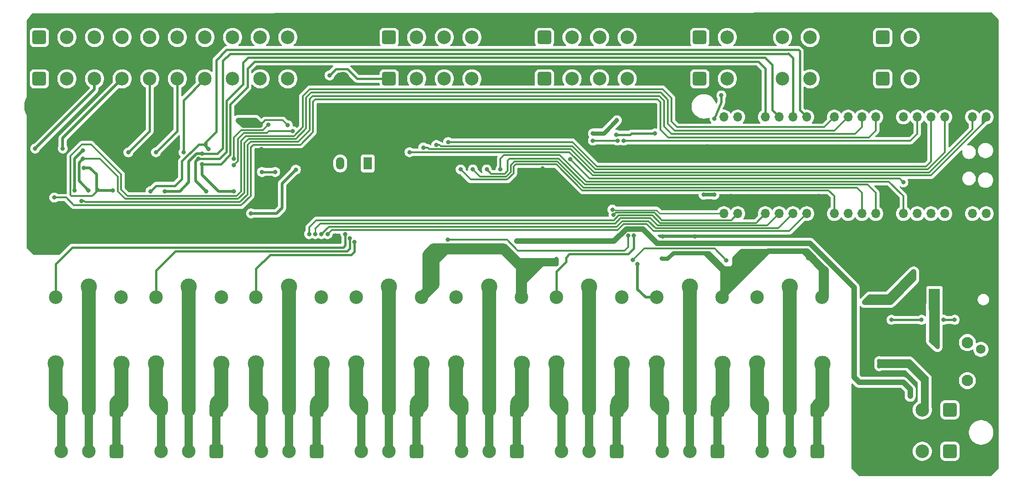
<source format=gbr>
G04 #@! TF.GenerationSoftware,KiCad,Pcbnew,8.0.4-8.0.4-0~ubuntu22.04.1*
G04 #@! TF.CreationDate,2024-08-18T17:22:59+12:00*
G04 #@! TF.ProjectId,PicoPLC,5069636f-504c-4432-9e6b-696361645f70,rev?*
G04 #@! TF.SameCoordinates,Original*
G04 #@! TF.FileFunction,Copper,L2,Bot*
G04 #@! TF.FilePolarity,Positive*
%FSLAX46Y46*%
G04 Gerber Fmt 4.6, Leading zero omitted, Abs format (unit mm)*
G04 Created by KiCad (PCBNEW 8.0.4-8.0.4-0~ubuntu22.04.1) date 2024-08-18 17:22:59*
%MOMM*%
%LPD*%
G01*
G04 APERTURE LIST*
G04 Aperture macros list*
%AMRoundRect*
0 Rectangle with rounded corners*
0 $1 Rounding radius*
0 $2 $3 $4 $5 $6 $7 $8 $9 X,Y pos of 4 corners*
0 Add a 4 corners polygon primitive as box body*
4,1,4,$2,$3,$4,$5,$6,$7,$8,$9,$2,$3,0*
0 Add four circle primitives for the rounded corners*
1,1,$1+$1,$2,$3*
1,1,$1+$1,$4,$5*
1,1,$1+$1,$6,$7*
1,1,$1+$1,$8,$9*
0 Add four rect primitives between the rounded corners*
20,1,$1+$1,$2,$3,$4,$5,0*
20,1,$1+$1,$4,$5,$6,$7,0*
20,1,$1+$1,$6,$7,$8,$9,0*
20,1,$1+$1,$8,$9,$2,$3,0*%
G04 Aperture macros list end*
G04 #@! TA.AperFunction,ComponentPad*
%ADD10C,6.000000*%
G04 #@! TD*
G04 #@! TA.AperFunction,ComponentPad*
%ADD11RoundRect,0.359195X-0.890805X-0.890805X0.890805X-0.890805X0.890805X0.890805X-0.890805X0.890805X0*%
G04 #@! TD*
G04 #@! TA.AperFunction,ComponentPad*
%ADD12C,2.500000*%
G04 #@! TD*
G04 #@! TA.AperFunction,ComponentPad*
%ADD13RoundRect,0.359195X0.890805X0.890805X-0.890805X0.890805X-0.890805X-0.890805X0.890805X-0.890805X0*%
G04 #@! TD*
G04 #@! TA.AperFunction,ComponentPad*
%ADD14O,1.700000X1.700000*%
G04 #@! TD*
G04 #@! TA.AperFunction,ComponentPad*
%ADD15R,1.700000X1.700000*%
G04 #@! TD*
G04 #@! TA.AperFunction,ComponentPad*
%ADD16C,3.000000*%
G04 #@! TD*
G04 #@! TA.AperFunction,ComponentPad*
%ADD17R,1.500000X2.300000*%
G04 #@! TD*
G04 #@! TA.AperFunction,ComponentPad*
%ADD18O,1.500000X2.300000*%
G04 #@! TD*
G04 #@! TA.AperFunction,ComponentPad*
%ADD19O,3.500000X2.000000*%
G04 #@! TD*
G04 #@! TA.AperFunction,ComponentPad*
%ADD20O,2.000000X3.300000*%
G04 #@! TD*
G04 #@! TA.AperFunction,ComponentPad*
%ADD21R,2.000000X4.000000*%
G04 #@! TD*
G04 #@! TA.AperFunction,ComponentPad*
%ADD22C,1.750000*%
G04 #@! TD*
G04 #@! TA.AperFunction,ComponentPad*
%ADD23C,2.100000*%
G04 #@! TD*
G04 #@! TA.AperFunction,ViaPad*
%ADD24C,0.800000*%
G04 #@! TD*
G04 #@! TA.AperFunction,Conductor*
%ADD25C,0.500000*%
G04 #@! TD*
G04 #@! TA.AperFunction,Conductor*
%ADD26C,0.400000*%
G04 #@! TD*
G04 #@! TA.AperFunction,Conductor*
%ADD27C,0.800000*%
G04 #@! TD*
G04 #@! TA.AperFunction,Conductor*
%ADD28C,2.000000*%
G04 #@! TD*
G04 #@! TA.AperFunction,Conductor*
%ADD29C,0.300000*%
G04 #@! TD*
G04 #@! TA.AperFunction,Conductor*
%ADD30C,1.000000*%
G04 #@! TD*
G04 #@! TA.AperFunction,Conductor*
%ADD31C,0.350000*%
G04 #@! TD*
G04 #@! TA.AperFunction,Conductor*
%ADD32C,0.700000*%
G04 #@! TD*
G04 #@! TA.AperFunction,Conductor*
%ADD33C,0.600000*%
G04 #@! TD*
G04 #@! TA.AperFunction,Conductor*
%ADD34C,0.230000*%
G04 #@! TD*
G04 #@! TA.AperFunction,Conductor*
%ADD35C,0.250000*%
G04 #@! TD*
G04 #@! TA.AperFunction,Conductor*
%ADD36C,2.500000*%
G04 #@! TD*
G04 #@! TA.AperFunction,Conductor*
%ADD37C,1.500000*%
G04 #@! TD*
G04 APERTURE END LIST*
D10*
X60371000Y-76200000D03*
D11*
X153035000Y-63500000D03*
X153035000Y-71120000D03*
D12*
X158115000Y-63500000D03*
X158115000Y-71120000D03*
X163195000Y-63500000D03*
X163195000Y-71120000D03*
X168275000Y-63499604D03*
X168275000Y-71119604D03*
X173355000Y-63500000D03*
X173355000Y-71120000D03*
D13*
X227630000Y-139670000D03*
X227630000Y-132050000D03*
D12*
X222550000Y-139670000D03*
X222550000Y-132050000D03*
X217470000Y-139670000D03*
X217470000Y-132050000D03*
X212390000Y-139670396D03*
X212390000Y-132050396D03*
D11*
X215265000Y-63500000D03*
X215265000Y-71120000D03*
D12*
X220345000Y-63500000D03*
X220345000Y-71120000D03*
X225425000Y-63500000D03*
X225425000Y-71120000D03*
X230505000Y-63499604D03*
X230505000Y-71119604D03*
D14*
X234315000Y-78150000D03*
X231775000Y-78150000D03*
D15*
X229235000Y-78150000D03*
D14*
X226695000Y-78150000D03*
X224155000Y-78150000D03*
X221615000Y-78150000D03*
X219075000Y-78150000D03*
D15*
X216535000Y-78150000D03*
D14*
X213995000Y-78150000D03*
X211455000Y-78150000D03*
X208915000Y-78150000D03*
X206375000Y-78150000D03*
D15*
X203835000Y-78150000D03*
D14*
X201295000Y-78150000D03*
X198755000Y-78150000D03*
X196215000Y-78150000D03*
X193675000Y-78150000D03*
D15*
X191135000Y-78150000D03*
D14*
X188595000Y-78150000D03*
X186055000Y-78150000D03*
X186055000Y-95930000D03*
X188595000Y-95930000D03*
D15*
X191135000Y-95930000D03*
D14*
X193675000Y-95930000D03*
X196215000Y-95930000D03*
X198755000Y-95930000D03*
X201295000Y-95930000D03*
D15*
X203835000Y-95930000D03*
D14*
X206375000Y-95930000D03*
X208915000Y-95930000D03*
X211455000Y-95930000D03*
X213995000Y-95930000D03*
D15*
X216535000Y-95930000D03*
D14*
X219075000Y-95930000D03*
X221615000Y-95930000D03*
X224155000Y-95930000D03*
X226695000Y-95930000D03*
D15*
X229235000Y-95930000D03*
D14*
X231775000Y-95930000D03*
X234315000Y-95930000D03*
D16*
X161290000Y-109390000D03*
D12*
X155240000Y-111340000D03*
D16*
X155240000Y-123540000D03*
X167290000Y-123590000D03*
D12*
X167240000Y-111340000D03*
D13*
X92710000Y-139670000D03*
X92710000Y-132050000D03*
D12*
X87630000Y-139670000D03*
X87630000Y-132050000D03*
X82550000Y-139670000D03*
X82550000Y-132050000D03*
D13*
X203265000Y-139670000D03*
X203265000Y-132050000D03*
D12*
X198185000Y-139670000D03*
X198185000Y-132050000D03*
X193105000Y-139670000D03*
X193105000Y-132050000D03*
D16*
X142875000Y-109390000D03*
D12*
X136825000Y-111340000D03*
D16*
X136825000Y-123540000D03*
X148875000Y-123590000D03*
D12*
X148825000Y-111340000D03*
D13*
X111125000Y-139670000D03*
X111125000Y-132050000D03*
D12*
X106045000Y-139670000D03*
X106045000Y-132050000D03*
X100965000Y-139670000D03*
X100965000Y-132050000D03*
D13*
X166370000Y-139670000D03*
X166370000Y-132050000D03*
D12*
X161290000Y-139670000D03*
X161290000Y-132050000D03*
X156210000Y-139670000D03*
X156210000Y-132050000D03*
D13*
X147955000Y-139670000D03*
X147955000Y-132050000D03*
D12*
X142875000Y-139670000D03*
X142875000Y-132050000D03*
X137795000Y-139670000D03*
X137795000Y-132050000D03*
D17*
X120557000Y-86692500D03*
D18*
X118017000Y-86692500D03*
X115477000Y-86692500D03*
D11*
X181610000Y-63500000D03*
X181610000Y-71120000D03*
D12*
X186690000Y-63500000D03*
X186690000Y-71120000D03*
X191770000Y-63500000D03*
X191770000Y-71120000D03*
X196850000Y-63499604D03*
X196850000Y-71119604D03*
X201930000Y-63500000D03*
X201930000Y-71120000D03*
X207010000Y-63500000D03*
X207010000Y-71120000D03*
D13*
X129540000Y-139670000D03*
X129540000Y-132050000D03*
D12*
X124460000Y-139670000D03*
X124460000Y-132050000D03*
X119380000Y-139670000D03*
X119380000Y-132050000D03*
D16*
X198185000Y-109390000D03*
D12*
X192135000Y-111340000D03*
D16*
X192135000Y-123540000D03*
X204185000Y-123590000D03*
D12*
X204135000Y-111340000D03*
D16*
X124460000Y-109390000D03*
D12*
X118410000Y-111340000D03*
D16*
X118410000Y-123540000D03*
X130460000Y-123590000D03*
D12*
X130410000Y-111340000D03*
D16*
X69215000Y-109390000D03*
D12*
X63165000Y-111340000D03*
D16*
X63165000Y-123540000D03*
X75215000Y-123590000D03*
D12*
X75165000Y-111340000D03*
D13*
X74295000Y-139700000D03*
X74295000Y-132080000D03*
D12*
X69215000Y-139700000D03*
X69215000Y-132080000D03*
X64135000Y-139700000D03*
X64135000Y-132080000D03*
D11*
X60110000Y-63500000D03*
X60110000Y-71120000D03*
D12*
X65190000Y-63500000D03*
X65190000Y-71120000D03*
X70270000Y-63500000D03*
X70270000Y-71120000D03*
X75350000Y-63499604D03*
X75350000Y-71119604D03*
X80430000Y-63500000D03*
X80430000Y-71120000D03*
X85510000Y-63500000D03*
X85510000Y-71120000D03*
X90590000Y-63500000D03*
X90590000Y-71120000D03*
X95670000Y-63500000D03*
X95670000Y-71120000D03*
X100750000Y-63500000D03*
X100750000Y-71120000D03*
X105830000Y-63499604D03*
X105830000Y-71119604D03*
X110910000Y-63500000D03*
X110910000Y-71120000D03*
X115990000Y-63500000D03*
X115990000Y-71120000D03*
D19*
X231798000Y-107260000D03*
X231798000Y-116260000D03*
D20*
X230798000Y-111760000D03*
D21*
X224798000Y-111760000D03*
D16*
X179770000Y-109390000D03*
D12*
X173720000Y-111340000D03*
D16*
X173720000Y-123540000D03*
X185770000Y-123590000D03*
D12*
X185720000Y-111340000D03*
D11*
X124460000Y-63500000D03*
X124460000Y-71120000D03*
D12*
X129540000Y-63500000D03*
X129540000Y-71120000D03*
X134620000Y-63500000D03*
X134620000Y-71120000D03*
X139700000Y-63499604D03*
X139700000Y-71119604D03*
X144780000Y-63500000D03*
X144780000Y-71120000D03*
D16*
X87630000Y-109390000D03*
D12*
X81580000Y-111340000D03*
D16*
X81580000Y-123540000D03*
X93630000Y-123590000D03*
D12*
X93580000Y-111340000D03*
D22*
X233345000Y-125415000D03*
X233345000Y-120915000D03*
D23*
X230855000Y-126675000D03*
X230855000Y-119665000D03*
D16*
X106045000Y-109390000D03*
D12*
X99995000Y-111340000D03*
D16*
X99995000Y-123540000D03*
X112045000Y-123590000D03*
D12*
X111995000Y-111340000D03*
D13*
X184850000Y-139670000D03*
X184850000Y-132050000D03*
D12*
X179770000Y-139670000D03*
X179770000Y-132050000D03*
X174690000Y-139670000D03*
X174690000Y-132050000D03*
D24*
X184323000Y-78446478D03*
X185593000Y-74181196D03*
X183053000Y-83566000D03*
X82850000Y-88265000D03*
X169046493Y-76146928D03*
X142415010Y-93185000D03*
X92050391Y-97028000D03*
X168912487Y-85966319D03*
X181869699Y-94825000D03*
X171450000Y-94175246D03*
X101265000Y-91775000D03*
X203509287Y-92710382D03*
X203835000Y-83820000D03*
X61133000Y-96266000D03*
X64770000Y-88855143D03*
X85524748Y-83409313D03*
X180729085Y-100144161D03*
X153493500Y-80264000D03*
X212340083Y-119380000D03*
X176235670Y-92735587D03*
X211275000Y-108123537D03*
X216535000Y-91689900D03*
X126365000Y-79839141D03*
X145412676Y-79452500D03*
X100965000Y-84038530D03*
X133985000Y-79839141D03*
X139517852Y-93185000D03*
X114600000Y-99995000D03*
X222801312Y-82819799D03*
X226060000Y-91440000D03*
X216535000Y-85725000D03*
X187325000Y-83820000D03*
X187346107Y-92710381D03*
X152722998Y-87630000D03*
X109771654Y-88957351D03*
X70785000Y-82912617D03*
X140053927Y-86106000D03*
X176195000Y-84836000D03*
X229235000Y-88265000D03*
X216535000Y-106172000D03*
X174787527Y-100144161D03*
X191135000Y-83820000D03*
X110490000Y-94755705D03*
X130895078Y-94825000D03*
X220345000Y-128270000D03*
X220345000Y-129540000D03*
X147955000Y-100965000D03*
X148909283Y-100965000D03*
X212581450Y-111616450D03*
X201149788Y-102915000D03*
X174625000Y-104202211D03*
X220980000Y-107950000D03*
X175680940Y-104202211D03*
X155240000Y-105202887D03*
X193169366Y-104110146D03*
X211946450Y-112251450D03*
X194364512Y-102915000D03*
X201554729Y-104113131D03*
X188595000Y-107315000D03*
X96765638Y-78760000D03*
X187770288Y-106234712D03*
X220980000Y-106680000D03*
X100750000Y-79675927D03*
X155240000Y-104249054D03*
X105830000Y-79679509D03*
X161963923Y-82503345D03*
X166483833Y-82503345D03*
X219075000Y-90170000D03*
X157760679Y-85871164D03*
X182338308Y-92455649D03*
X184288813Y-92455649D03*
X228519000Y-115475000D03*
X226487000Y-115475000D03*
X222423000Y-115475000D03*
X214630000Y-123080172D03*
X214630000Y-123993702D03*
X216895500Y-115475000D03*
X167640000Y-82503345D03*
X110879615Y-99695000D03*
X225358053Y-120489542D03*
X224165697Y-119380000D03*
X101079500Y-88265000D03*
X103505000Y-88265000D03*
X99060000Y-95885000D03*
X107315000Y-87841074D03*
X173355000Y-81170000D03*
X166246083Y-81403917D03*
X113150000Y-99695000D03*
X109764721Y-99695000D03*
X112022423Y-99695000D03*
X165759869Y-96164580D03*
X165543105Y-95188865D03*
X166367500Y-78742500D03*
X161963923Y-81170000D03*
X139877948Y-87804147D03*
X128235608Y-84623906D03*
X144959123Y-87804147D03*
X137632801Y-87804147D03*
X130772856Y-83751904D03*
X142431905Y-87804147D03*
X117226155Y-100443292D03*
X118053124Y-101147860D03*
X116422933Y-99695000D03*
X169477463Y-99938724D03*
X186518928Y-104511138D03*
X169330500Y-104417641D03*
X170180000Y-105205859D03*
X168455000Y-99938724D03*
X135292143Y-100742141D03*
X95885000Y-86995000D03*
X106764840Y-80770206D03*
X95885000Y-85817500D03*
X102255999Y-79584532D03*
X113523796Y-70485000D03*
X86660986Y-84659525D03*
X64435000Y-83944756D03*
X76500080Y-84658451D03*
X59355000Y-83944756D03*
X81579497Y-84645930D03*
X62865000Y-92975000D03*
X67880515Y-93581443D03*
X68141922Y-84300000D03*
X66640000Y-91700000D03*
X68163634Y-85851118D03*
X69180000Y-91700000D03*
X73625000Y-91700000D03*
X68264501Y-87477872D03*
X80589154Y-91800000D03*
X91257559Y-84066709D03*
X83185000Y-91800000D03*
X90066922Y-84935421D03*
X90805000Y-91800000D03*
X89400000Y-85817500D03*
X95885000Y-91800000D03*
X90066922Y-86826965D03*
X135335000Y-82762454D03*
X133151903Y-83296429D03*
D25*
X104775000Y-90381074D02*
X104775000Y-94869000D01*
X104775000Y-94869000D02*
X103759000Y-95885000D01*
X103759000Y-95885000D02*
X99060000Y-95885000D01*
X107315000Y-87841074D02*
X104775000Y-90381074D01*
D26*
X63165000Y-105209060D02*
X63165000Y-111340000D01*
X66213000Y-102161060D02*
X63165000Y-105209060D01*
X226487000Y-115475000D02*
X228519000Y-115475000D01*
D27*
X224165697Y-119380000D02*
X224165697Y-112669303D01*
X224165697Y-112669303D02*
X225075000Y-111760000D01*
X224165697Y-119380000D02*
X225358053Y-120489542D01*
X225358053Y-115865589D02*
X225358053Y-112043053D01*
X224736514Y-115244050D02*
X224736514Y-112098486D01*
D26*
X222423000Y-115475000D02*
X216895500Y-115475000D01*
D28*
X131629500Y-105660676D02*
X131629500Y-103493500D01*
X131629500Y-103493500D02*
X132670412Y-102452588D01*
X132670412Y-102452588D02*
X134837588Y-102452588D01*
X131629500Y-110120500D02*
X132715000Y-109035000D01*
X130410000Y-111340000D02*
X131629500Y-110120500D01*
X131629500Y-105660676D02*
X132715000Y-104575176D01*
X131629500Y-110120500D02*
X131629500Y-105660676D01*
D29*
X109220000Y-80261682D02*
X109220000Y-74569261D01*
X74583362Y-91862262D02*
X75946207Y-93225107D01*
X97848178Y-92067341D02*
X97848178Y-82910626D01*
X107315494Y-82166188D02*
X109220000Y-80261682D01*
X97848178Y-82910626D02*
X98592616Y-82166188D01*
X109220000Y-74569261D02*
X110129261Y-73660000D01*
X110129261Y-73660000D02*
X174471894Y-73660000D01*
X96690412Y-93225107D02*
X97848178Y-92067341D01*
X98592616Y-82166188D02*
X107315494Y-82166188D01*
X175771666Y-74959772D02*
X175771666Y-79417333D01*
X74583362Y-89136958D02*
X74583362Y-91862262D01*
X75946207Y-93225107D02*
X96690412Y-93225107D01*
X71297522Y-85851118D02*
X74583362Y-89136958D01*
X174471894Y-73660000D02*
X175771666Y-74959772D01*
X175771666Y-79417333D02*
X176999333Y-80645000D01*
X68163634Y-85851118D02*
X71297522Y-85851118D01*
X176999333Y-80645000D02*
X206420000Y-80645000D01*
X206420000Y-80645000D02*
X208915000Y-78150000D01*
X175094333Y-75183999D02*
X175094333Y-79925333D01*
X110414220Y-74295000D02*
X174205334Y-74295000D01*
X109855000Y-74854220D02*
X110414220Y-74295000D01*
X107752049Y-82692381D02*
X109855000Y-80589430D01*
X99010475Y-82692381D02*
X107752049Y-82692381D01*
X175094333Y-79925333D02*
X176449000Y-81280000D01*
X98400153Y-83302703D02*
X99010475Y-82692381D01*
X174205334Y-74295000D02*
X175094333Y-75183999D01*
X98400153Y-92394019D02*
X98400153Y-83302703D01*
X96999020Y-93795152D02*
X98400153Y-92394019D01*
X109855000Y-80589430D02*
X109855000Y-74854220D01*
X68580000Y-93795152D02*
X96999020Y-93795152D01*
X211455000Y-80010000D02*
X211455000Y-78150000D01*
X68366291Y-93581443D02*
X68580000Y-93795152D01*
X67880515Y-93581443D02*
X68366291Y-93581443D01*
X176449000Y-81280000D02*
X210185000Y-81280000D01*
X210185000Y-81280000D02*
X211455000Y-80010000D01*
X97232019Y-91851995D02*
X97232019Y-82541463D01*
X75160086Y-88688535D02*
X75160086Y-91462830D01*
X96413450Y-92670564D02*
X97232019Y-91851995D01*
X69682697Y-83211146D02*
X75160086Y-88688535D01*
X76367820Y-92670564D02*
X96413450Y-92670564D01*
X67957578Y-83211146D02*
X69682697Y-83211146D01*
X65819224Y-85349500D02*
X67957578Y-83211146D01*
X75160086Y-91462830D02*
X76367820Y-92670564D01*
X97232019Y-82541463D02*
X98125912Y-81647570D01*
X106947430Y-81647570D02*
X108585000Y-80010000D01*
X65819224Y-92489224D02*
X65819224Y-85349500D01*
X108585000Y-74295000D02*
X109855000Y-73025000D01*
X66040000Y-92710000D02*
X65819224Y-92489224D01*
X69850000Y-92710000D02*
X66040000Y-92710000D01*
X70655000Y-91905000D02*
X69850000Y-92710000D01*
X98125912Y-81647570D02*
X106947430Y-81647570D01*
X108585000Y-80010000D02*
X108585000Y-74295000D01*
X109855000Y-73025000D02*
X174798000Y-73025000D01*
X176449000Y-74676000D02*
X176449000Y-78994000D01*
X174798000Y-73025000D02*
X176449000Y-74676000D01*
X176449000Y-78994000D02*
X177465000Y-80010000D01*
X177465000Y-80010000D02*
X204515000Y-80010000D01*
X204515000Y-80010000D02*
X206375000Y-78150000D01*
X110490000Y-80890435D02*
X110490000Y-75288939D01*
X108137099Y-83243336D02*
X110490000Y-80890435D01*
X174417000Y-80518000D02*
X175814000Y-81915000D01*
X99517066Y-83243336D02*
X108137099Y-83243336D01*
X99029149Y-83731253D02*
X99517066Y-83243336D01*
X213995000Y-80645000D02*
X213995000Y-78150000D01*
X99029149Y-92647541D02*
X99029149Y-83731253D01*
X62865000Y-92975000D02*
X65035000Y-92975000D01*
X174417000Y-75438000D02*
X174417000Y-80518000D01*
X97274145Y-94402545D02*
X99029149Y-92647541D01*
X173909000Y-74930000D02*
X174417000Y-75438000D01*
X66462545Y-94402545D02*
X97274145Y-94402545D01*
X110848939Y-74930000D02*
X173909000Y-74930000D01*
X65035000Y-92975000D02*
X66462545Y-94402545D01*
X110490000Y-75288939D02*
X110848939Y-74930000D01*
X175814000Y-81915000D02*
X212725000Y-81915000D01*
X212725000Y-81915000D02*
X213995000Y-80645000D01*
D26*
X185593000Y-75398478D02*
X185593000Y-74181196D01*
X184323000Y-78446478D02*
X185593000Y-75398478D01*
X116422933Y-99695000D02*
X116422933Y-101762712D01*
X116422933Y-101762712D02*
X116024585Y-102161060D01*
X116024585Y-102161060D02*
X66213000Y-102161060D01*
D30*
X171157235Y-98741166D02*
X168076834Y-98741166D01*
X219075000Y-127000000D02*
X210989443Y-127000000D01*
X210989443Y-127000000D02*
X209996714Y-126007271D01*
X173797846Y-101381777D02*
X171157235Y-98741166D01*
X201859812Y-101381777D02*
X173797846Y-101381777D01*
X168076834Y-98741166D02*
X165853000Y-100965000D01*
X209996714Y-109518679D02*
X201859812Y-101381777D01*
X220345000Y-128270000D02*
X219075000Y-127000000D01*
X220345000Y-128270000D02*
X220345000Y-129540000D01*
X165853000Y-100965000D02*
X147955000Y-100965000D01*
X209996714Y-126007271D02*
X209996714Y-109518679D01*
D29*
X105830000Y-79679509D02*
X104890491Y-78740000D01*
D30*
X100412536Y-79338464D02*
X100750000Y-79675927D01*
D27*
X201149788Y-102915000D02*
X201149788Y-103475390D01*
D30*
X185720000Y-111340000D02*
X194190000Y-102870000D01*
X220980000Y-107950000D02*
X216678550Y-112251450D01*
X211946450Y-112251450D02*
X212924866Y-111273034D01*
D27*
X175680940Y-104202211D02*
X176721774Y-103161377D01*
D28*
X148825000Y-105740553D02*
X148825000Y-108985000D01*
X132715000Y-109035000D02*
X132715000Y-104575176D01*
D30*
X100750000Y-79675927D02*
X97681565Y-79675927D01*
X216370605Y-111273034D02*
X220963639Y-106680000D01*
D28*
X134837588Y-102452588D02*
X145537035Y-102452588D01*
X147568400Y-104483954D02*
X148825000Y-105740553D01*
D27*
X155240000Y-105202887D02*
X155240000Y-104249054D01*
X182483161Y-103161377D02*
X183244042Y-103161377D01*
X155240000Y-105202887D02*
X152607113Y-105202887D01*
D30*
X199975108Y-102870000D02*
X201397207Y-102870000D01*
D27*
X189317266Y-102782734D02*
X194945000Y-102782734D01*
X187325000Y-106045000D02*
X187960000Y-105410000D01*
X186091333Y-106008667D02*
X186480881Y-106398216D01*
X187288667Y-106008667D02*
X186091333Y-106008667D01*
X99834073Y-78760000D02*
X98273029Y-79084463D01*
X200544398Y-102870000D02*
X199975108Y-102870000D01*
D30*
X194190000Y-102870000D02*
X199975108Y-102870000D01*
D27*
X152607113Y-105202887D02*
X148825000Y-108985000D01*
X186971784Y-106398216D02*
X187325000Y-106045000D01*
X187960000Y-105410000D02*
X187960000Y-104140000D01*
D28*
X148825000Y-108985000D02*
X148825000Y-111340000D01*
X145537035Y-102452588D02*
X147568400Y-104483954D01*
D30*
X201397207Y-102870000D02*
X204135000Y-105607793D01*
X97681565Y-79675927D02*
X96765638Y-78760000D01*
D27*
X185720000Y-106398216D02*
X185720000Y-111340000D01*
D30*
X212924866Y-111273034D02*
X216370605Y-111273034D01*
X204135000Y-105607793D02*
X204135000Y-111340000D01*
D28*
X132715000Y-104575176D02*
X134837588Y-102452588D01*
D30*
X220980000Y-106680000D02*
X220980000Y-107950000D01*
D29*
X104890491Y-78740000D02*
X101685927Y-78740000D01*
D27*
X187960000Y-104140000D02*
X189317266Y-102782734D01*
X203870058Y-106195660D02*
X203870058Y-110913123D01*
D30*
X204135000Y-105607793D02*
X204875594Y-106348387D01*
D27*
X176721774Y-103161377D02*
X182483161Y-103161377D01*
X186480881Y-106398216D02*
X186971784Y-106398216D01*
X201149788Y-103475390D02*
X203870058Y-106195660D01*
D30*
X99834073Y-78760000D02*
X100412536Y-79338464D01*
D27*
X187325000Y-106045000D02*
X187288667Y-106008667D01*
D29*
X101221463Y-79204463D02*
X100750000Y-79675927D01*
D27*
X185720000Y-106398216D02*
X186480881Y-106398216D01*
D30*
X96765638Y-78760000D02*
X99834073Y-78760000D01*
D29*
X101221463Y-79204463D02*
X100546537Y-79204463D01*
D30*
X204875594Y-106348387D02*
X204875594Y-111351708D01*
D27*
X183244042Y-103161377D02*
X186091333Y-106008667D01*
X174625000Y-104202211D02*
X175680940Y-104202211D01*
X201149788Y-103475390D02*
X200544398Y-102870000D01*
X182483161Y-103161377D02*
X185720000Y-106398216D01*
D31*
X155240000Y-104249054D02*
X147803300Y-104249054D01*
D30*
X220963639Y-106680000D02*
X220980000Y-106680000D01*
D31*
X147803300Y-104249054D02*
X147568400Y-104483954D01*
D29*
X101685927Y-78740000D02*
X101221463Y-79204463D01*
D30*
X216678550Y-112251450D02*
X211946450Y-112251450D01*
D31*
X161963923Y-82503345D02*
X166483833Y-82503345D01*
D29*
X218369269Y-89464269D02*
X219075000Y-90170000D01*
X161353784Y-89464269D02*
X218369269Y-89464269D01*
X157760679Y-85871164D02*
X161353784Y-89464269D01*
D32*
X182338308Y-92455649D02*
X184288813Y-92455649D01*
D27*
X215086765Y-123536937D02*
X214630000Y-123080172D01*
D33*
X219878702Y-123993702D02*
X222550000Y-126665000D01*
X214630000Y-123993702D02*
X219878702Y-123993702D01*
X222550000Y-126665000D02*
X222550000Y-132050000D01*
D27*
X220023257Y-123445078D02*
X222950010Y-126371831D01*
X222950010Y-126371831D02*
X222950010Y-131031531D01*
D32*
X214630000Y-123080172D02*
X220235172Y-123080172D01*
D27*
X215086765Y-123536937D02*
X219931398Y-123536937D01*
D32*
X214630000Y-123080172D02*
X214630000Y-123993702D01*
X220235172Y-123080172D02*
X223386455Y-126231455D01*
D27*
X219931398Y-123536937D02*
X220023257Y-123445078D01*
D32*
X223386455Y-126231455D02*
X223386455Y-132045625D01*
D27*
X214630000Y-123993702D02*
X215086765Y-123536937D01*
D29*
X220391655Y-82503345D02*
X221615000Y-81280000D01*
X221615000Y-81280000D02*
X221615000Y-78150000D01*
X167640000Y-82503345D02*
X220391655Y-82503345D01*
X167019498Y-96768712D02*
X172524853Y-96768712D01*
X173899782Y-98143641D02*
X194001359Y-98143641D01*
X166050301Y-97737909D02*
X167019498Y-96768712D01*
D34*
X110879615Y-99695000D02*
X110879615Y-98670385D01*
D29*
X110879615Y-98670385D02*
X111812091Y-97737909D01*
X172524853Y-96768712D02*
X173899782Y-98143641D01*
X111812091Y-97737909D02*
X166050301Y-97737909D01*
X194001359Y-98143641D02*
X196215000Y-95930000D01*
D27*
X224736514Y-115244050D02*
X224736514Y-119790359D01*
X224736514Y-119790359D02*
X224843485Y-119897330D01*
X225358053Y-120489542D02*
X225358053Y-115865589D01*
X225358053Y-115865589D02*
X224736514Y-115244050D01*
D26*
X103505000Y-88265000D02*
X101079500Y-88265000D01*
X169020000Y-81170000D02*
X168786083Y-81403917D01*
X173355000Y-81170000D02*
X169020000Y-81170000D01*
X168786083Y-81403917D02*
X166246083Y-81403917D01*
D29*
X113905000Y-98940000D02*
X166512897Y-98940000D01*
X173108926Y-99155350D02*
X198069650Y-99155350D01*
X173108926Y-99155350D02*
X171817862Y-97864286D01*
X198069650Y-99155350D02*
X201295000Y-95930000D01*
X171817862Y-97864286D02*
X167588611Y-97864286D01*
X113150000Y-99695000D02*
X113905000Y-98940000D01*
X166512897Y-98940000D02*
X167588611Y-97864286D01*
X174274165Y-97637788D02*
X191967212Y-97637788D01*
X191967212Y-97637788D02*
X193675000Y-95930000D01*
X109764721Y-98427580D02*
X111018708Y-97173593D01*
X109764721Y-99695000D02*
X109764721Y-98427580D01*
X172905588Y-96269211D02*
X174274165Y-97637788D01*
X165810810Y-97173593D02*
X166715192Y-96269211D01*
X111018708Y-97173593D02*
X165810810Y-97173593D01*
X166715192Y-96269211D02*
X172905588Y-96269211D01*
X173531206Y-98649494D02*
X196035506Y-98649494D01*
X166298977Y-98328270D02*
X167316247Y-97311000D01*
X113389153Y-98328270D02*
X166298977Y-98328270D01*
X167316247Y-97311000D02*
X172192712Y-97311000D01*
X112022423Y-99695000D02*
X113389153Y-98328270D01*
X172192712Y-97311000D02*
X173531206Y-98649494D01*
X196035506Y-98649494D02*
X198755000Y-95930000D01*
X165759869Y-96164580D02*
X166154739Y-95769710D01*
X187393065Y-97131935D02*
X188595000Y-95930000D01*
X173304410Y-95769710D02*
X174666635Y-97131935D01*
X166154739Y-95769710D02*
X173304410Y-95769710D01*
X174666635Y-97131935D02*
X187393065Y-97131935D01*
D35*
X174290675Y-95930000D02*
X186055000Y-95930000D01*
X173655884Y-95295209D02*
X174290675Y-95930000D01*
X165543105Y-95188865D02*
X166370000Y-95295209D01*
X166370000Y-95295209D02*
X173655884Y-95295209D01*
D27*
X163940000Y-81170000D02*
X166367500Y-78742500D01*
X161963923Y-81170000D02*
X163940000Y-81170000D01*
D29*
X211455000Y-92075000D02*
X211455000Y-95930000D01*
X160257303Y-91130474D02*
X210510474Y-91130474D01*
X147543016Y-86324175D02*
X155451004Y-86324175D01*
X145990850Y-89107112D02*
X146825232Y-88272730D01*
X146825232Y-88272730D02*
X146825232Y-87041959D01*
X146825232Y-87041959D02*
X147543016Y-86324175D01*
X210510474Y-91130474D02*
X211455000Y-92075000D01*
X155451004Y-86324175D02*
X160257303Y-91130474D01*
X141180913Y-89107112D02*
X145990850Y-89107112D01*
X139877948Y-87804147D02*
X141180913Y-89107112D01*
X234315000Y-78740000D02*
X233997500Y-79057500D01*
X233617804Y-79414736D02*
X233617804Y-78144736D01*
X161925000Y-88900000D02*
X224155000Y-88900000D01*
X233997500Y-79057500D02*
X233680000Y-79375000D01*
X157648906Y-84623906D02*
X161925000Y-88900000D01*
X128235608Y-84623906D02*
X157648906Y-84623906D01*
D35*
X234315000Y-78150000D02*
X234315000Y-78740000D01*
D29*
X233997500Y-78467500D02*
X234315000Y-78150000D01*
X233783659Y-79264429D02*
X233783659Y-77994429D01*
X233997500Y-79057500D02*
X233997500Y-78467500D01*
X224155000Y-88900000D02*
X233680000Y-79375000D01*
X219075000Y-92710000D02*
X219075000Y-95930000D01*
X160732257Y-90051142D02*
X216416142Y-90051142D01*
X144959123Y-87804147D02*
X144959123Y-85785978D01*
X145584371Y-85160730D02*
X155841845Y-85160730D01*
X216416142Y-90051142D02*
X219075000Y-92710000D01*
X155841845Y-85160730D02*
X160732257Y-90051142D01*
X144959123Y-85785978D02*
X145584371Y-85160730D01*
X155212118Y-86852354D02*
X160016173Y-91656409D01*
X137632801Y-87804147D02*
X139504857Y-89676203D01*
X147372000Y-88517093D02*
X147372000Y-87269565D01*
X147789211Y-86852354D02*
X155212118Y-86852354D01*
X146212890Y-89676203D02*
X147372000Y-88517093D01*
X205321409Y-91656409D02*
X206375000Y-92710000D01*
X147372000Y-87269565D02*
X147789211Y-86852354D01*
X139504857Y-89676203D02*
X146212890Y-89676203D01*
X160016173Y-91656409D02*
X205321409Y-91656409D01*
X206375000Y-92710000D02*
X206375000Y-95930000D01*
X162176555Y-88359077D02*
X223823857Y-88359077D01*
X130772856Y-83751904D02*
X131528098Y-83751904D01*
X157903669Y-84086191D02*
X162176555Y-88359077D01*
X131862385Y-84086191D02*
X157903669Y-84086191D01*
X131528098Y-83751904D02*
X131862385Y-84086191D01*
X223823857Y-88359077D02*
X231775000Y-80407934D01*
X231775000Y-80407934D02*
X231775000Y-78150000D01*
X142431905Y-87804147D02*
X143208473Y-88580715D01*
X146277157Y-86132843D02*
X146621204Y-85788796D01*
X155680066Y-85788796D02*
X160488268Y-90596998D01*
X213995000Y-92075000D02*
X213995000Y-95930000D01*
X146277157Y-88042141D02*
X146277157Y-86132843D01*
X160488268Y-90596998D02*
X212516998Y-90596998D01*
X145738583Y-88580715D02*
X146277157Y-88042141D01*
X143208473Y-88580715D02*
X145738583Y-88580715D01*
X146621204Y-85788796D02*
X155680066Y-85788796D01*
X212516998Y-90596998D02*
X213995000Y-92075000D01*
D26*
X85126970Y-102833030D02*
X81580000Y-106380000D01*
X116743992Y-102833030D02*
X85126970Y-102833030D01*
X117226155Y-100443292D02*
X117226155Y-102350867D01*
X81580000Y-106380000D02*
X81580000Y-111170000D01*
X117226155Y-102350867D02*
X116743992Y-102833030D01*
X99995000Y-106087670D02*
X102577670Y-103505000D01*
X117475000Y-103505000D02*
X118053124Y-102926876D01*
X102577670Y-103505000D02*
X117475000Y-103505000D01*
X118053124Y-102926876D02*
X118053124Y-101147860D01*
X99995000Y-111340000D02*
X99995000Y-106087670D01*
X156990906Y-103994094D02*
X156990906Y-104818961D01*
X155240000Y-106569867D02*
X155240000Y-111340000D01*
X168440223Y-103339777D02*
X157645223Y-103339777D01*
X169477463Y-102302537D02*
X168440223Y-103339777D01*
X169477463Y-99938724D02*
X169477463Y-102302537D01*
X156990906Y-104818961D02*
X155240000Y-106569867D01*
X157645223Y-103339777D02*
X156990906Y-103994094D01*
D29*
X184339478Y-102331688D02*
X186518928Y-104511138D01*
X171416453Y-102331688D02*
X184339478Y-102331688D01*
X169330500Y-104417641D02*
X171416453Y-102331688D01*
D25*
X170180000Y-105205859D02*
X170180000Y-109855000D01*
X171665000Y-111340000D02*
X173720000Y-111340000D01*
X170180000Y-109855000D02*
X171665000Y-111340000D01*
D29*
X167790464Y-102719536D02*
X168455000Y-102055000D01*
X135292143Y-100742141D02*
X146191143Y-100742141D01*
X168455000Y-102055000D02*
X168455000Y-99938724D01*
X148168538Y-102719536D02*
X167790464Y-102719536D01*
X146191143Y-100742141D02*
X148168538Y-102719536D01*
X96639053Y-82189703D02*
X97727043Y-81101713D01*
X102320770Y-80770206D02*
X106764840Y-80770206D01*
X96639053Y-86240947D02*
X96639053Y-82189703D01*
X95885000Y-86995000D02*
X96639053Y-86240947D01*
X101989263Y-81101713D02*
X102320770Y-80770206D01*
X97727043Y-81101713D02*
X101989263Y-81101713D01*
X101256389Y-80584142D02*
X102255999Y-79584532D01*
X97243357Y-80584142D02*
X101256389Y-80584142D01*
X95885000Y-85817500D02*
X95885000Y-81942499D01*
X95885000Y-81942499D02*
X97243357Y-80584142D01*
D26*
X114716234Y-69292562D02*
X113523796Y-70485000D01*
X118621368Y-71120000D02*
X116793930Y-69292562D01*
X116793930Y-69292562D02*
X114716234Y-69292562D01*
X124460000Y-71120000D02*
X118621368Y-71120000D01*
X86660986Y-75049014D02*
X90590000Y-71120000D01*
X86660986Y-84659525D02*
X86660986Y-75049014D01*
D25*
X75350000Y-71119604D02*
X64435000Y-82034604D01*
X64435000Y-82034604D02*
X64435000Y-83944756D01*
D26*
X80430000Y-80728531D02*
X80430000Y-71120000D01*
X76500080Y-84658451D02*
X80430000Y-80728531D01*
D25*
X70270000Y-71120000D02*
X70270000Y-73029756D01*
X70270000Y-73029756D02*
X59355000Y-83944756D01*
D26*
X81579497Y-84645930D02*
X85510000Y-80715427D01*
X85510000Y-80715427D02*
X85510000Y-71120000D01*
D36*
X74295000Y-132080000D02*
X75215000Y-131160000D01*
D37*
X74295000Y-132080000D02*
X74295000Y-139700000D01*
D36*
X74295000Y-132080000D02*
X74295000Y-130745000D01*
X74295000Y-130745000D02*
X75215000Y-129825000D01*
X75215000Y-131160000D02*
X75215000Y-129825000D01*
X75215000Y-129825000D02*
X75215000Y-123590000D01*
X69215000Y-132080000D02*
X69215000Y-109390000D01*
D37*
X69215000Y-132080000D02*
X69215000Y-139700000D01*
D36*
X64135000Y-132080000D02*
X63165000Y-131110000D01*
X64135000Y-132080000D02*
X64135000Y-130845000D01*
X63165000Y-129875000D02*
X63165000Y-123540000D01*
X63165000Y-131110000D02*
X63165000Y-129875000D01*
D37*
X64135000Y-132080000D02*
X64135000Y-139700000D01*
D36*
X64135000Y-130845000D02*
X63165000Y-129875000D01*
X93630000Y-129890000D02*
X93630000Y-123590000D01*
X92737142Y-132050000D02*
X92737142Y-130782858D01*
X93630000Y-131157142D02*
X93630000Y-129890000D01*
D37*
X92710000Y-132050000D02*
X92710000Y-139670000D01*
D36*
X92737142Y-130782858D02*
X93630000Y-129890000D01*
X92737142Y-132050000D02*
X93630000Y-131157142D01*
X87630000Y-132050000D02*
X87630000Y-109390000D01*
D37*
X87630000Y-132050000D02*
X87630000Y-139670000D01*
D36*
X82550000Y-132050000D02*
X82550000Y-130845000D01*
D37*
X82550000Y-132050000D02*
X82550000Y-139670000D01*
D36*
X82550000Y-130845000D02*
X81580000Y-129875000D01*
X81580000Y-129875000D02*
X81580000Y-123540000D01*
X82550000Y-132050000D02*
X81580000Y-131080000D01*
X81580000Y-131080000D02*
X81580000Y-129875000D01*
X111179284Y-132050000D02*
X111179284Y-130755716D01*
X111179284Y-132050000D02*
X112045000Y-131184284D01*
X112045000Y-131184284D02*
X112045000Y-129890000D01*
X112045000Y-129890000D02*
X112045000Y-123590000D01*
X111179284Y-130755716D02*
X112045000Y-129890000D01*
D37*
X111125000Y-132050000D02*
X111125000Y-139670000D01*
D36*
X106045000Y-132050000D02*
X106045000Y-109390000D01*
D37*
X106045000Y-132050000D02*
X106045000Y-139670000D01*
X100965000Y-132050000D02*
X100965000Y-139670000D01*
D36*
X99995000Y-131080000D02*
X99995000Y-129875000D01*
X100965000Y-132050000D02*
X100965000Y-130845000D01*
X99995000Y-129875000D02*
X99995000Y-123540000D01*
X100965000Y-130845000D02*
X99995000Y-129875000D01*
X100965000Y-132050000D02*
X99995000Y-131080000D01*
X118410000Y-131080000D02*
X118410000Y-129875000D01*
X119380000Y-132050000D02*
X119380000Y-130845000D01*
X118410000Y-129875000D02*
X118410000Y-123540000D01*
D37*
X119380000Y-132050000D02*
X119380000Y-139670000D01*
D36*
X119380000Y-132050000D02*
X118410000Y-131080000D01*
X119380000Y-130845000D02*
X118410000Y-129875000D01*
D37*
X124460000Y-132050000D02*
X124460000Y-139670000D01*
D36*
X124460000Y-132050000D02*
X124460000Y-109390000D01*
X129621426Y-130663574D02*
X130460000Y-129825000D01*
X129621426Y-132050000D02*
X130460000Y-131211426D01*
D37*
X129540000Y-132050000D02*
X129540000Y-139670000D01*
D36*
X129621426Y-132050000D02*
X129621426Y-130663574D01*
X130460000Y-129825000D02*
X130460000Y-123590000D01*
X130460000Y-131211426D02*
X130460000Y-129825000D01*
X148063568Y-132050000D02*
X148063568Y-130701432D01*
X148875000Y-131238568D02*
X148875000Y-129890000D01*
X148063568Y-132050000D02*
X148875000Y-131238568D01*
X148875000Y-129890000D02*
X148875000Y-123590000D01*
D37*
X147955000Y-132050000D02*
X147955000Y-139670000D01*
D36*
X148063568Y-130701432D02*
X148875000Y-129890000D01*
D37*
X142875000Y-132050000D02*
X142875000Y-139670000D01*
D36*
X142875000Y-132050000D02*
X142875000Y-109390000D01*
X137795000Y-132050000D02*
X136825000Y-131080000D01*
D37*
X137795000Y-132050000D02*
X137795000Y-139670000D01*
D36*
X137795000Y-130845000D02*
X136825000Y-129875000D01*
X136825000Y-129875000D02*
X136825000Y-123540000D01*
X136825000Y-131080000D02*
X136825000Y-129875000D01*
X137795000Y-132050000D02*
X137795000Y-130845000D01*
D37*
X166370000Y-132050000D02*
X166370000Y-139670000D01*
D36*
X166505710Y-132050000D02*
X167290000Y-131265710D01*
X166505710Y-130609290D02*
X167290000Y-129825000D01*
X166505710Y-132050000D02*
X166505710Y-130609290D01*
X167290000Y-129825000D02*
X167290000Y-123590000D01*
X167290000Y-131265710D02*
X167290000Y-129825000D01*
X156210000Y-132050000D02*
X155240000Y-131080000D01*
X155240000Y-129875000D02*
X155240000Y-123540000D01*
X156210000Y-132050000D02*
X156210000Y-130845000D01*
X156210000Y-130845000D02*
X155240000Y-129875000D01*
X155240000Y-131080000D02*
X155240000Y-129875000D01*
D37*
X156210000Y-132050000D02*
X156210000Y-139670000D01*
D36*
X161290000Y-132050000D02*
X161290000Y-109390000D01*
D37*
X161290000Y-132050000D02*
X161290000Y-139670000D01*
X179770000Y-132050000D02*
X179770000Y-139670000D01*
D36*
X179770000Y-132050000D02*
X179770000Y-109390000D01*
X173720000Y-131080000D02*
X173720000Y-129810000D01*
X173720000Y-129810000D02*
X173720000Y-123540000D01*
D37*
X174690000Y-132050000D02*
X174690000Y-139670000D01*
D36*
X174690000Y-132050000D02*
X174690000Y-130780000D01*
X174690000Y-130780000D02*
X173720000Y-129810000D01*
X174690000Y-132050000D02*
X173720000Y-131080000D01*
X185770000Y-131227852D02*
X185770000Y-129890000D01*
X184947852Y-132050000D02*
X184947852Y-130712148D01*
X184947852Y-132050000D02*
X185770000Y-131227852D01*
X184947852Y-130712148D02*
X185770000Y-129890000D01*
D37*
X184850000Y-132050000D02*
X184850000Y-139670000D01*
D36*
X185770000Y-129890000D02*
X185770000Y-123590000D01*
D37*
X198185000Y-132050000D02*
X198185000Y-139670000D01*
D36*
X198185000Y-132050000D02*
X198185000Y-109390000D01*
X192135000Y-131080000D02*
X192135000Y-129905000D01*
X193105000Y-132050000D02*
X193105000Y-130875000D01*
X193105000Y-130875000D02*
X192135000Y-129905000D01*
X192135000Y-129905000D02*
X192135000Y-123540000D01*
X193105000Y-132050000D02*
X192135000Y-131080000D01*
D37*
X193105000Y-132050000D02*
X193105000Y-139670000D01*
D36*
X203390000Y-132050000D02*
X203390000Y-131320000D01*
D37*
X203265000Y-132050000D02*
X203265000Y-139670000D01*
D36*
X203265000Y-132050000D02*
X204185000Y-131130000D01*
X204185000Y-130525000D02*
X204185000Y-123590000D01*
X204185000Y-131130000D02*
X204185000Y-130525000D01*
X203390000Y-131320000D02*
X204185000Y-130525000D01*
D25*
X66610499Y-85831423D02*
X68141922Y-84300000D01*
X66610499Y-91670499D02*
X66610499Y-85831423D01*
X66640000Y-91700000D02*
X66610499Y-91670499D01*
X67406279Y-89926279D02*
X67406279Y-86608473D01*
X67406279Y-86608473D02*
X68163634Y-85851118D01*
X69180000Y-91700000D02*
X67406279Y-89926279D01*
D29*
X70745000Y-91815000D02*
X70655000Y-91905000D01*
D25*
X71380000Y-91700000D02*
X71085000Y-91700000D01*
X71085000Y-91700000D02*
X70655000Y-91270000D01*
X73625000Y-91700000D02*
X71380000Y-91700000D01*
D29*
X70557561Y-91996218D02*
X70557561Y-91444750D01*
D25*
X70655000Y-91270000D02*
X70655000Y-91610000D01*
X71380000Y-91700000D02*
X70745000Y-91700000D01*
X69402872Y-87477872D02*
X68264501Y-87477872D01*
X70655000Y-88730000D02*
X70655000Y-91270000D01*
D29*
X70655000Y-91610000D02*
X70655000Y-91905000D01*
D25*
X70655000Y-88730000D02*
X69402872Y-87477872D01*
X70745000Y-91700000D02*
X70655000Y-91610000D01*
X90832693Y-83641843D02*
X90907925Y-83717075D01*
D26*
X89438402Y-83185000D02*
X90375850Y-83185000D01*
X90832693Y-82728157D02*
X90832693Y-83641843D01*
X81584154Y-90805000D02*
X85090000Y-90805000D01*
D25*
X90907925Y-83717075D02*
X91257559Y-84066709D01*
D26*
X200025000Y-76880000D02*
X200025000Y-66040000D01*
X201295000Y-78150000D02*
X200025000Y-76880000D01*
X90375850Y-83185000D02*
X90907925Y-83717075D01*
X80589154Y-91800000D02*
X81584154Y-90805000D01*
X86360000Y-89535000D02*
X86360000Y-86263402D01*
X199777616Y-65792616D02*
X94578850Y-65792616D01*
X92695499Y-67675967D02*
X92695499Y-80865351D01*
X90375850Y-83185000D02*
X90832693Y-82728157D01*
X85090000Y-90805000D02*
X86360000Y-89535000D01*
X94578850Y-65792616D02*
X92695499Y-67675967D01*
X200025000Y-66040000D02*
X199777616Y-65792616D01*
X92695499Y-80865351D02*
X90832693Y-82728157D01*
X86360000Y-86263402D02*
X89438402Y-83185000D01*
D25*
X87630000Y-86314043D02*
X87630000Y-90170000D01*
X87630000Y-90170000D02*
X86000000Y-91800000D01*
D26*
X95203531Y-66510077D02*
X93886497Y-67827111D01*
D25*
X86000000Y-91800000D02*
X83185000Y-91800000D01*
D26*
X93886497Y-83913503D02*
X92864579Y-84935421D01*
D25*
X89008622Y-84935421D02*
X87630000Y-86314043D01*
D26*
X198755000Y-67310000D02*
X197894276Y-66449276D01*
X93886497Y-67827111D02*
X93886497Y-83913503D01*
X92864579Y-84935421D02*
X90066922Y-84935421D01*
D25*
X90066922Y-84935421D02*
X89008622Y-84935421D01*
D26*
X198755000Y-78150000D02*
X198755000Y-67310000D01*
X97571006Y-72095554D02*
X94535998Y-75130562D01*
D25*
X88900000Y-86317500D02*
X88900000Y-89895000D01*
D26*
X97571006Y-68163994D02*
X97571006Y-72095554D01*
X194945000Y-76880000D02*
X196215000Y-78150000D01*
X193580378Y-67215378D02*
X194945000Y-68580000D01*
X93252500Y-85817500D02*
X89570824Y-85817500D01*
X94535998Y-75130562D02*
X94535998Y-84534002D01*
X194945000Y-68580000D02*
X194945000Y-76880000D01*
D25*
X89400000Y-85817500D02*
X88900000Y-86317500D01*
D26*
X94535998Y-84534002D02*
X93252500Y-85817500D01*
X193580378Y-67227538D02*
X98507462Y-67227538D01*
X98507462Y-67227538D02*
X97571006Y-68163994D01*
D25*
X88900000Y-89895000D02*
X90805000Y-91800000D01*
D26*
X95235499Y-75823849D02*
X98425000Y-72634348D01*
X99695000Y-67945000D02*
X192405000Y-67945000D01*
X95235499Y-85104501D02*
X95235499Y-75823849D01*
X192405000Y-67945000D02*
X193675000Y-69215000D01*
X93513035Y-86826965D02*
X95235499Y-85104501D01*
X193675000Y-69215000D02*
X193675000Y-78150000D01*
X98425000Y-69215000D02*
X99695000Y-67945000D01*
D25*
X90066922Y-88796922D02*
X93070000Y-91800000D01*
D26*
X90066922Y-86826965D02*
X93513035Y-86826965D01*
X98425000Y-72634348D02*
X98425000Y-69215000D01*
D25*
X90066922Y-86826965D02*
X90066922Y-88796922D01*
X93070000Y-91800000D02*
X95885000Y-91800000D01*
D29*
X223242766Y-87242518D02*
X224155000Y-86330284D01*
X135335000Y-82762454D02*
X158204736Y-82762454D01*
X224155000Y-86330284D02*
X224155000Y-78150000D01*
X158204736Y-82762454D02*
X162684800Y-87242518D01*
X162684800Y-87242518D02*
X223242766Y-87242518D01*
X133751437Y-83296429D02*
X133993914Y-83538906D01*
X158183648Y-83538906D02*
X162441885Y-87797143D01*
X226695000Y-84677857D02*
X226695000Y-78150000D01*
X223575714Y-87797143D02*
X226695000Y-84677857D01*
X133993914Y-83538906D02*
X158183648Y-83538906D01*
X162441885Y-87797143D02*
X223575714Y-87797143D01*
X133151903Y-83296429D02*
X133751437Y-83296429D01*
D26*
X197894276Y-66510077D02*
X95203531Y-66510077D01*
G04 #@! TA.AperFunction,Conductor*
G36*
X114117255Y-68673502D02*
G01*
X114163748Y-68727158D01*
X114173852Y-68797432D01*
X114144358Y-68862012D01*
X114138229Y-68868595D01*
X113457261Y-69549563D01*
X113394949Y-69583589D01*
X113394363Y-69583714D01*
X113241512Y-69616204D01*
X113067043Y-69693882D01*
X112912540Y-69806135D01*
X112784761Y-69948048D01*
X112784754Y-69948058D01*
X112689272Y-70113438D01*
X112689269Y-70113445D01*
X112630253Y-70295072D01*
X112610292Y-70485000D01*
X112630253Y-70674927D01*
X112660322Y-70767470D01*
X112689269Y-70856556D01*
X112689272Y-70856561D01*
X112784754Y-71021941D01*
X112784761Y-71021951D01*
X112912540Y-71163864D01*
X112912543Y-71163866D01*
X113067044Y-71276118D01*
X113241508Y-71353794D01*
X113428309Y-71393500D01*
X113619283Y-71393500D01*
X113806084Y-71353794D01*
X113980548Y-71276118D01*
X114135049Y-71163866D01*
X114262836Y-71021944D01*
X114358323Y-70856556D01*
X114417338Y-70674928D01*
X114422245Y-70628231D01*
X114449256Y-70562576D01*
X114458450Y-70552315D01*
X114972801Y-70037966D01*
X115035113Y-70003941D01*
X115061896Y-70001062D01*
X116448269Y-70001062D01*
X116516390Y-70021064D01*
X116537363Y-70037966D01*
X118169726Y-71670328D01*
X118285768Y-71747865D01*
X118314954Y-71759954D01*
X118314955Y-71759954D01*
X118314956Y-71759955D01*
X118414698Y-71801270D01*
X118414699Y-71801270D01*
X118414706Y-71801273D01*
X118551587Y-71828500D01*
X122575501Y-71828500D01*
X122643622Y-71848502D01*
X122690115Y-71902158D01*
X122701501Y-71954500D01*
X122701501Y-72086261D01*
X122704373Y-72128630D01*
X122704374Y-72128633D01*
X122704374Y-72128634D01*
X122724631Y-72210093D01*
X122721661Y-72281026D01*
X122680812Y-72339094D01*
X122615054Y-72365859D01*
X122602356Y-72366500D01*
X109790139Y-72366500D01*
X109662922Y-72391806D01*
X109662919Y-72391807D01*
X109543083Y-72441445D01*
X109435231Y-72513509D01*
X109435225Y-72513514D01*
X108073513Y-73875226D01*
X108073508Y-73875232D01*
X108008906Y-73971916D01*
X108001446Y-73983080D01*
X107951807Y-74102919D01*
X107951806Y-74102922D01*
X107926500Y-74230139D01*
X107926500Y-79685048D01*
X107906498Y-79753169D01*
X107889595Y-79774144D01*
X107562988Y-80100750D01*
X107500676Y-80134775D01*
X107429860Y-80129710D01*
X107380254Y-80095961D01*
X107376094Y-80091340D01*
X107221592Y-79979088D01*
X107047128Y-79901412D01*
X106860322Y-79861704D01*
X106853765Y-79861016D01*
X106854009Y-79858686D01*
X106796171Y-79841704D01*
X106749678Y-79788048D01*
X106738982Y-79722537D01*
X106739929Y-79713514D01*
X106743504Y-79679509D01*
X106723542Y-79489581D01*
X106664527Y-79307953D01*
X106569040Y-79142565D01*
X106569038Y-79142563D01*
X106569034Y-79142557D01*
X106441255Y-79000644D01*
X106286752Y-78888391D01*
X106112288Y-78810715D01*
X105925487Y-78771009D01*
X105904950Y-78771009D01*
X105836829Y-78751007D01*
X105815855Y-78734104D01*
X105310264Y-78228513D01*
X105310263Y-78228512D01*
X105310260Y-78228509D01*
X105202408Y-78156445D01*
X105112618Y-78119253D01*
X105082571Y-78106807D01*
X105082568Y-78106806D01*
X104955351Y-78081500D01*
X104955348Y-78081500D01*
X101621070Y-78081500D01*
X101621064Y-78081500D01*
X101602754Y-78085142D01*
X101602755Y-78085143D01*
X101548303Y-78095974D01*
X101493851Y-78106805D01*
X101493848Y-78106805D01*
X101493845Y-78106807D01*
X101423650Y-78135883D01*
X101374011Y-78156443D01*
X101333841Y-78183285D01*
X101301946Y-78204597D01*
X101266159Y-78228509D01*
X101266155Y-78228512D01*
X101086581Y-78408085D01*
X101024269Y-78442110D01*
X100953453Y-78437044D01*
X100908390Y-78408084D01*
X100861409Y-78361103D01*
X100476955Y-77976647D01*
X100463349Y-77967556D01*
X100311777Y-77866279D01*
X100128245Y-77790257D01*
X100128242Y-77790256D01*
X99933405Y-77751500D01*
X99933403Y-77751500D01*
X99933402Y-77751500D01*
X96666309Y-77751500D01*
X96666306Y-77751500D01*
X96471468Y-77790256D01*
X96471463Y-77790258D01*
X96287933Y-77866279D01*
X96287929Y-77866281D01*
X96140000Y-77965124D01*
X96072248Y-77986339D01*
X96003781Y-77967556D01*
X95956338Y-77914738D01*
X95943999Y-77860359D01*
X95943999Y-76169509D01*
X95964001Y-76101388D01*
X95980904Y-76080414D01*
X98975323Y-73085995D01*
X98975328Y-73085990D01*
X99052865Y-72969948D01*
X99106273Y-72841009D01*
X99107882Y-72832923D01*
X99133500Y-72704129D01*
X99133500Y-72273475D01*
X99153502Y-72205354D01*
X99207158Y-72158861D01*
X99277432Y-72148757D01*
X99342012Y-72178251D01*
X99358006Y-72194910D01*
X99457314Y-72319438D01*
X99650519Y-72498706D01*
X99650525Y-72498710D01*
X99868275Y-72647170D01*
X99868279Y-72647172D01*
X99868285Y-72647176D01*
X100105746Y-72761532D01*
X100105749Y-72761532D01*
X100105754Y-72761535D01*
X100357589Y-72839215D01*
X100357591Y-72839215D01*
X100357600Y-72839218D01*
X100618219Y-72878500D01*
X100618223Y-72878500D01*
X100881777Y-72878500D01*
X100881781Y-72878500D01*
X101142400Y-72839218D01*
X101163868Y-72832596D01*
X101394245Y-72761535D01*
X101394247Y-72761534D01*
X101394254Y-72761532D01*
X101631716Y-72647176D01*
X101849481Y-72498706D01*
X102042686Y-72319438D01*
X102207015Y-72113376D01*
X102298742Y-71954500D01*
X102338794Y-71885128D01*
X102338796Y-71885124D01*
X102435087Y-71639780D01*
X102493735Y-71382826D01*
X102513431Y-71120000D01*
X102513401Y-71119604D01*
X104066569Y-71119604D01*
X104086265Y-71382430D01*
X104086266Y-71382434D01*
X104144911Y-71639379D01*
X104241202Y-71884724D01*
X104241205Y-71884732D01*
X104372982Y-72112976D01*
X104372984Y-72112979D01*
X104372985Y-72112980D01*
X104537314Y-72319042D01*
X104730519Y-72498310D01*
X104730525Y-72498314D01*
X104948275Y-72646774D01*
X104948279Y-72646776D01*
X104948285Y-72646780D01*
X105185746Y-72761136D01*
X105185749Y-72761136D01*
X105185754Y-72761139D01*
X105437589Y-72838819D01*
X105437591Y-72838819D01*
X105437600Y-72838822D01*
X105698219Y-72878104D01*
X105698223Y-72878104D01*
X105961777Y-72878104D01*
X105961781Y-72878104D01*
X106222400Y-72838822D01*
X106222410Y-72838819D01*
X106474245Y-72761139D01*
X106474247Y-72761138D01*
X106474254Y-72761136D01*
X106711716Y-72646780D01*
X106722852Y-72639188D01*
X106829522Y-72566461D01*
X106929481Y-72498310D01*
X107122686Y-72319042D01*
X107287015Y-72112980D01*
X107418565Y-71885128D01*
X107418794Y-71884732D01*
X107418796Y-71884728D01*
X107515087Y-71639384D01*
X107573735Y-71382430D01*
X107593431Y-71119604D01*
X107573735Y-70856778D01*
X107515087Y-70599824D01*
X107418796Y-70354480D01*
X107418795Y-70354479D01*
X107418794Y-70354475D01*
X107287017Y-70126231D01*
X107287015Y-70126228D01*
X107122686Y-69920166D01*
X106929481Y-69740898D01*
X106929474Y-69740893D01*
X106711725Y-69592433D01*
X106711718Y-69592429D01*
X106474257Y-69478073D01*
X106474245Y-69478068D01*
X106222410Y-69400388D01*
X106222402Y-69400386D01*
X106222400Y-69400386D01*
X105961781Y-69361104D01*
X105698219Y-69361104D01*
X105437600Y-69400386D01*
X105437598Y-69400386D01*
X105437589Y-69400388D01*
X105185754Y-69478068D01*
X105185742Y-69478073D01*
X104948283Y-69592429D01*
X104948275Y-69592433D01*
X104730525Y-69740893D01*
X104730520Y-69740897D01*
X104609408Y-69853273D01*
X104537314Y-69920166D01*
X104515071Y-69948058D01*
X104372982Y-70126231D01*
X104241205Y-70354475D01*
X104241202Y-70354483D01*
X104144911Y-70599828D01*
X104086266Y-70856773D01*
X104086265Y-70856778D01*
X104066569Y-71119604D01*
X102513401Y-71119604D01*
X102493735Y-70857174D01*
X102435087Y-70600220D01*
X102338796Y-70354876D01*
X102338795Y-70354875D01*
X102338794Y-70354871D01*
X102207017Y-70126627D01*
X102207015Y-70126624D01*
X102042686Y-69920562D01*
X101849481Y-69741294D01*
X101849474Y-69741289D01*
X101631725Y-69592829D01*
X101631718Y-69592825D01*
X101394257Y-69478469D01*
X101394245Y-69478464D01*
X101142410Y-69400784D01*
X101142402Y-69400782D01*
X101142400Y-69400782D01*
X100881781Y-69361500D01*
X100618219Y-69361500D01*
X100357600Y-69400782D01*
X100357598Y-69400782D01*
X100357589Y-69400784D01*
X100105754Y-69478464D01*
X100105742Y-69478469D01*
X99868283Y-69592825D01*
X99868275Y-69592829D01*
X99650525Y-69741289D01*
X99650520Y-69741293D01*
X99457314Y-69920561D01*
X99358011Y-70045084D01*
X99299900Y-70085872D01*
X99228962Y-70088767D01*
X99167720Y-70052852D01*
X99135618Y-69989527D01*
X99133500Y-69966524D01*
X99133500Y-69560661D01*
X99153502Y-69492540D01*
X99170405Y-69471566D01*
X99951566Y-68690405D01*
X100013878Y-68656379D01*
X100040661Y-68653500D01*
X114049134Y-68653500D01*
X114117255Y-68673502D01*
G37*
G04 #@! TD.AperFunction*
G04 #@! TA.AperFunction,Conductor*
G36*
X192127460Y-68673502D02*
G01*
X192148434Y-68690405D01*
X192929595Y-69471566D01*
X192963621Y-69533878D01*
X192966500Y-69560661D01*
X192966500Y-76918356D01*
X192946498Y-76986477D01*
X192917891Y-77017787D01*
X192751765Y-77147088D01*
X192599279Y-77312729D01*
X192599275Y-77312734D01*
X192476141Y-77501206D01*
X192385703Y-77707386D01*
X192385702Y-77707387D01*
X192330437Y-77925624D01*
X192330436Y-77925630D01*
X192330436Y-77925632D01*
X192311844Y-78150000D01*
X192330152Y-78370944D01*
X192330437Y-78374375D01*
X192385702Y-78592612D01*
X192385703Y-78592613D01*
X192385704Y-78592616D01*
X192476140Y-78798791D01*
X192476141Y-78798793D01*
X192599275Y-78987265D01*
X192599285Y-78987277D01*
X192740028Y-79140162D01*
X192771450Y-79203826D01*
X192763464Y-79274372D01*
X192718605Y-79329402D01*
X192651117Y-79351443D01*
X192647328Y-79351500D01*
X189622672Y-79351500D01*
X189554551Y-79331498D01*
X189508058Y-79277842D01*
X189497954Y-79207568D01*
X189527448Y-79142988D01*
X189529972Y-79140162D01*
X189670714Y-78987277D01*
X189670724Y-78987265D01*
X189706551Y-78932428D01*
X189793860Y-78798791D01*
X189884296Y-78592616D01*
X189939564Y-78374368D01*
X189958156Y-78150000D01*
X189939564Y-77925632D01*
X189931972Y-77895653D01*
X189884297Y-77707387D01*
X189884296Y-77707386D01*
X189884296Y-77707384D01*
X189793860Y-77501209D01*
X189787140Y-77490924D01*
X189670724Y-77312734D01*
X189670720Y-77312729D01*
X189518237Y-77147091D01*
X189436382Y-77083381D01*
X189340576Y-77008811D01*
X189142574Y-76901658D01*
X189142572Y-76901657D01*
X189142571Y-76901656D01*
X188929639Y-76828557D01*
X188929630Y-76828555D01*
X188882011Y-76820609D01*
X188707569Y-76791500D01*
X188482431Y-76791500D01*
X188337335Y-76815712D01*
X188260369Y-76828555D01*
X188260360Y-76828557D01*
X188047428Y-76901656D01*
X188047426Y-76901658D01*
X187849426Y-77008810D01*
X187849424Y-77008811D01*
X187671762Y-77147091D01*
X187519279Y-77312729D01*
X187430483Y-77448643D01*
X187376479Y-77494731D01*
X187306131Y-77504306D01*
X187241774Y-77474329D01*
X187219517Y-77448643D01*
X187130720Y-77312729D01*
X186978237Y-77147091D01*
X186896382Y-77083381D01*
X186800576Y-77008811D01*
X186602574Y-76901658D01*
X186602572Y-76901657D01*
X186602571Y-76901656D01*
X186389639Y-76828557D01*
X186389630Y-76828555D01*
X186342011Y-76820609D01*
X186167569Y-76791500D01*
X185969115Y-76791500D01*
X185900994Y-76771498D01*
X185854501Y-76717842D01*
X185844397Y-76647568D01*
X185852807Y-76617039D01*
X186039278Y-76169509D01*
X186217809Y-75741032D01*
X186219172Y-75738164D01*
X186220864Y-75734079D01*
X186247238Y-75670405D01*
X186273839Y-75606565D01*
X186273840Y-75606559D01*
X186273842Y-75606555D01*
X186274114Y-75605663D01*
X186274167Y-75605486D01*
X186274269Y-75605149D01*
X186274273Y-75605140D01*
X186283176Y-75560381D01*
X186287671Y-75537780D01*
X186287723Y-75537518D01*
X186301352Y-75469745D01*
X186301353Y-75469741D01*
X186301353Y-75469734D01*
X186301373Y-75469533D01*
X186301394Y-75469320D01*
X186301500Y-75468264D01*
X186301500Y-75399240D01*
X186301653Y-75325810D01*
X186301500Y-75322623D01*
X186301500Y-74800425D01*
X186321502Y-74732304D01*
X186328208Y-74723521D01*
X186328157Y-74723484D01*
X186332033Y-74718146D01*
X186332040Y-74718140D01*
X186427527Y-74552752D01*
X186486542Y-74371124D01*
X186506504Y-74181196D01*
X186486542Y-73991268D01*
X186427527Y-73809640D01*
X186332040Y-73644252D01*
X186332038Y-73644250D01*
X186332034Y-73644244D01*
X186204255Y-73502331D01*
X186049752Y-73390078D01*
X185875288Y-73312402D01*
X185688487Y-73272696D01*
X185497513Y-73272696D01*
X185310711Y-73312402D01*
X185136247Y-73390078D01*
X184981744Y-73502331D01*
X184853965Y-73644244D01*
X184853958Y-73644254D01*
X184758476Y-73809634D01*
X184758473Y-73809641D01*
X184699457Y-73991268D01*
X184679496Y-74181196D01*
X184699457Y-74371123D01*
X184729526Y-74463666D01*
X184758473Y-74552752D01*
X184758476Y-74552757D01*
X184853958Y-74718137D01*
X184857843Y-74723484D01*
X184856233Y-74724653D01*
X184882853Y-74780121D01*
X184884500Y-74800425D01*
X184884500Y-75231576D01*
X184874808Y-75280038D01*
X184761207Y-75552679D01*
X184716543Y-75607866D01*
X184649133Y-75630146D01*
X184580378Y-75612444D01*
X184532109Y-75560381D01*
X184523193Y-75536831D01*
X184506639Y-75475048D01*
X184393743Y-75202493D01*
X184393737Y-75202484D01*
X184393736Y-75202480D01*
X184246240Y-74947009D01*
X184246235Y-74947002D01*
X184066653Y-74712966D01*
X184066634Y-74712945D01*
X183858054Y-74504365D01*
X183858033Y-74504346D01*
X183623997Y-74324764D01*
X183623990Y-74324759D01*
X183368519Y-74177263D01*
X183368511Y-74177259D01*
X183368507Y-74177257D01*
X183095952Y-74064361D01*
X182810993Y-73988007D01*
X182810991Y-73988006D01*
X182810985Y-73988005D01*
X182518508Y-73949500D01*
X182518506Y-73949500D01*
X182223494Y-73949500D01*
X182223491Y-73949500D01*
X181931014Y-73988005D01*
X181646048Y-74064361D01*
X181373491Y-74177258D01*
X181373480Y-74177263D01*
X181118009Y-74324759D01*
X181118002Y-74324764D01*
X180883966Y-74504346D01*
X180883945Y-74504365D01*
X180675365Y-74712945D01*
X180675346Y-74712966D01*
X180495764Y-74947002D01*
X180495759Y-74947009D01*
X180348263Y-75202480D01*
X180348258Y-75202491D01*
X180348257Y-75202493D01*
X180296870Y-75326553D01*
X180235361Y-75475048D01*
X180159005Y-75760014D01*
X180120500Y-76052491D01*
X180120500Y-76347508D01*
X180159005Y-76639985D01*
X180159006Y-76639991D01*
X180159007Y-76639993D01*
X180235361Y-76924952D01*
X180348257Y-77197507D01*
X180348258Y-77197508D01*
X180348263Y-77197519D01*
X180495759Y-77452990D01*
X180495764Y-77452997D01*
X180675346Y-77687033D01*
X180675365Y-77687054D01*
X180883945Y-77895634D01*
X180883966Y-77895653D01*
X181118002Y-78075235D01*
X181118009Y-78075240D01*
X181373480Y-78222736D01*
X181373484Y-78222737D01*
X181373493Y-78222743D01*
X181646048Y-78335639D01*
X181931007Y-78411993D01*
X181931013Y-78411993D01*
X181931014Y-78411994D01*
X181964574Y-78416412D01*
X182223494Y-78450500D01*
X182223501Y-78450500D01*
X182518499Y-78450500D01*
X182518506Y-78450500D01*
X182810993Y-78411993D01*
X183095952Y-78335639D01*
X183240284Y-78275854D01*
X183310870Y-78268266D01*
X183374357Y-78300045D01*
X183410585Y-78361103D01*
X183413809Y-78405432D01*
X183409496Y-78446476D01*
X183429457Y-78636405D01*
X183457022Y-78721240D01*
X183488473Y-78818034D01*
X183488476Y-78818039D01*
X183583958Y-78983419D01*
X183583965Y-78983429D01*
X183711744Y-79125342D01*
X183716652Y-79129761D01*
X183715263Y-79131303D01*
X183752649Y-79179782D01*
X183758727Y-79250518D01*
X183725598Y-79313311D01*
X183663779Y-79348224D01*
X183635236Y-79351500D01*
X177789950Y-79351500D01*
X177721829Y-79331498D01*
X177700855Y-79314595D01*
X177144405Y-78758145D01*
X177110379Y-78695833D01*
X177107500Y-78669050D01*
X177107500Y-74611144D01*
X177107499Y-74611140D01*
X177093807Y-74542304D01*
X177093807Y-74542301D01*
X177082197Y-74483929D01*
X177082196Y-74483928D01*
X177082195Y-74483927D01*
X177082195Y-74483923D01*
X177032555Y-74364083D01*
X176960491Y-74256231D01*
X175217769Y-72513509D01*
X175109917Y-72441445D01*
X174998071Y-72395117D01*
X174990080Y-72391807D01*
X174990077Y-72391806D01*
X174862860Y-72366500D01*
X174862857Y-72366500D01*
X169791481Y-72366500D01*
X169723360Y-72346498D01*
X169676867Y-72292842D01*
X169666763Y-72222568D01*
X169692969Y-72161941D01*
X169732015Y-72112980D01*
X169863565Y-71885128D01*
X169863794Y-71884732D01*
X169863796Y-71884728D01*
X169960087Y-71639384D01*
X170018735Y-71382430D01*
X170038431Y-71119604D01*
X170018735Y-70856778D01*
X169960087Y-70599824D01*
X169863796Y-70354480D01*
X169863795Y-70354479D01*
X169863794Y-70354475D01*
X169747899Y-70153739D01*
X179851500Y-70153739D01*
X179851500Y-72086257D01*
X179851501Y-72086261D01*
X179854373Y-72128630D01*
X179899923Y-72311791D01*
X179983776Y-72480866D01*
X179983778Y-72480869D01*
X179983780Y-72480873D01*
X180102024Y-72627976D01*
X180249127Y-72746220D01*
X180418209Y-72830077D01*
X180601366Y-72875626D01*
X180643749Y-72878500D01*
X182576250Y-72878499D01*
X182576257Y-72878499D01*
X182576259Y-72878498D01*
X182618634Y-72875626D01*
X182801791Y-72830077D01*
X182970873Y-72746220D01*
X183117976Y-72627976D01*
X183236220Y-72480873D01*
X183320077Y-72311791D01*
X183365626Y-72128634D01*
X183368500Y-72086251D01*
X183368499Y-71120000D01*
X184926569Y-71120000D01*
X184946265Y-71382826D01*
X184946266Y-71382830D01*
X185004911Y-71639775D01*
X185101202Y-71885120D01*
X185101205Y-71885128D01*
X185232982Y-72113372D01*
X185232984Y-72113375D01*
X185232985Y-72113376D01*
X185397314Y-72319438D01*
X185590519Y-72498706D01*
X185590525Y-72498710D01*
X185808275Y-72647170D01*
X185808279Y-72647172D01*
X185808285Y-72647176D01*
X186045746Y-72761532D01*
X186045749Y-72761532D01*
X186045754Y-72761535D01*
X186297589Y-72839215D01*
X186297591Y-72839215D01*
X186297600Y-72839218D01*
X186558219Y-72878500D01*
X186558223Y-72878500D01*
X186821777Y-72878500D01*
X186821781Y-72878500D01*
X187082400Y-72839218D01*
X187103868Y-72832596D01*
X187334245Y-72761535D01*
X187334247Y-72761534D01*
X187334254Y-72761532D01*
X187571716Y-72647176D01*
X187789481Y-72498706D01*
X187982686Y-72319438D01*
X188147015Y-72113376D01*
X188238742Y-71954500D01*
X188278794Y-71885128D01*
X188278796Y-71885124D01*
X188375087Y-71639780D01*
X188433735Y-71382826D01*
X188453431Y-71120000D01*
X188433735Y-70857174D01*
X188375087Y-70600220D01*
X188278796Y-70354876D01*
X188278795Y-70354875D01*
X188278794Y-70354871D01*
X188147017Y-70126627D01*
X188147015Y-70126624D01*
X187982686Y-69920562D01*
X187789481Y-69741294D01*
X187789474Y-69741289D01*
X187571725Y-69592829D01*
X187571718Y-69592825D01*
X187334257Y-69478469D01*
X187334245Y-69478464D01*
X187082410Y-69400784D01*
X187082402Y-69400782D01*
X187082400Y-69400782D01*
X186821781Y-69361500D01*
X186558219Y-69361500D01*
X186297600Y-69400782D01*
X186297598Y-69400782D01*
X186297589Y-69400784D01*
X186045754Y-69478464D01*
X186045742Y-69478469D01*
X185808283Y-69592825D01*
X185808275Y-69592829D01*
X185590525Y-69741289D01*
X185590520Y-69741293D01*
X185397315Y-69920561D01*
X185232982Y-70126627D01*
X185101205Y-70354871D01*
X185101202Y-70354879D01*
X185004911Y-70600224D01*
X184946355Y-70856778D01*
X184946265Y-70857174D01*
X184926569Y-71120000D01*
X183368499Y-71120000D01*
X183368499Y-70153750D01*
X183368499Y-70153749D01*
X183368499Y-70153742D01*
X183368498Y-70153738D01*
X183366660Y-70126624D01*
X183365626Y-70111366D01*
X183320077Y-69928209D01*
X183236220Y-69759127D01*
X183117976Y-69612024D01*
X182970873Y-69493780D01*
X182970869Y-69493778D01*
X182970866Y-69493776D01*
X182801791Y-69409923D01*
X182618630Y-69364373D01*
X182576260Y-69361500D01*
X180643742Y-69361500D01*
X180643738Y-69361501D01*
X180601369Y-69364373D01*
X180418208Y-69409923D01*
X180249133Y-69493776D01*
X180249130Y-69493778D01*
X180249128Y-69493779D01*
X180249127Y-69493780D01*
X180102024Y-69612024D01*
X179998115Y-69741294D01*
X179983778Y-69759130D01*
X179983776Y-69759133D01*
X179899923Y-69928208D01*
X179854373Y-70111366D01*
X179854373Y-70111371D01*
X179851500Y-70153739D01*
X169747899Y-70153739D01*
X169732017Y-70126231D01*
X169732015Y-70126228D01*
X169567686Y-69920166D01*
X169374481Y-69740898D01*
X169374474Y-69740893D01*
X169156725Y-69592433D01*
X169156718Y-69592429D01*
X168919257Y-69478073D01*
X168919245Y-69478068D01*
X168667410Y-69400388D01*
X168667402Y-69400386D01*
X168667400Y-69400386D01*
X168406781Y-69361104D01*
X168143219Y-69361104D01*
X167882600Y-69400386D01*
X167882598Y-69400386D01*
X167882589Y-69400388D01*
X167630754Y-69478068D01*
X167630742Y-69478073D01*
X167393283Y-69592429D01*
X167393275Y-69592433D01*
X167175525Y-69740893D01*
X167175520Y-69740897D01*
X167054408Y-69853273D01*
X166982314Y-69920166D01*
X166960071Y-69948058D01*
X166817982Y-70126231D01*
X166686205Y-70354475D01*
X166686202Y-70354483D01*
X166589911Y-70599828D01*
X166531266Y-70856773D01*
X166531265Y-70856778D01*
X166511569Y-71119604D01*
X166531265Y-71382430D01*
X166531266Y-71382434D01*
X166589911Y-71639379D01*
X166686202Y-71884724D01*
X166686205Y-71884732D01*
X166817982Y-72112976D01*
X166817984Y-72112979D01*
X166817985Y-72112980D01*
X166857030Y-72161941D01*
X166883864Y-72227670D01*
X166870902Y-72297473D01*
X166822260Y-72349188D01*
X166758519Y-72366500D01*
X164711797Y-72366500D01*
X164643676Y-72346498D01*
X164597183Y-72292842D01*
X164587079Y-72222568D01*
X164613286Y-72161940D01*
X164652015Y-72113376D01*
X164743742Y-71954500D01*
X164783794Y-71885128D01*
X164783796Y-71885124D01*
X164880087Y-71639780D01*
X164938735Y-71382826D01*
X164958431Y-71120000D01*
X164938735Y-70857174D01*
X164880087Y-70600220D01*
X164783796Y-70354876D01*
X164783795Y-70354875D01*
X164783794Y-70354871D01*
X164652017Y-70126627D01*
X164652015Y-70126624D01*
X164487686Y-69920562D01*
X164294481Y-69741294D01*
X164294474Y-69741289D01*
X164076725Y-69592829D01*
X164076718Y-69592825D01*
X163839257Y-69478469D01*
X163839245Y-69478464D01*
X163587410Y-69400784D01*
X163587402Y-69400782D01*
X163587400Y-69400782D01*
X163326781Y-69361500D01*
X163063219Y-69361500D01*
X162802600Y-69400782D01*
X162802598Y-69400782D01*
X162802589Y-69400784D01*
X162550754Y-69478464D01*
X162550742Y-69478469D01*
X162313283Y-69592825D01*
X162313275Y-69592829D01*
X162095525Y-69741289D01*
X162095520Y-69741293D01*
X161902315Y-69920561D01*
X161737982Y-70126627D01*
X161606205Y-70354871D01*
X161606202Y-70354879D01*
X161509911Y-70600224D01*
X161451355Y-70856778D01*
X161451265Y-70857174D01*
X161431569Y-71120000D01*
X161451265Y-71382826D01*
X161451266Y-71382830D01*
X161509911Y-71639775D01*
X161606202Y-71885120D01*
X161606205Y-71885128D01*
X161737982Y-72113372D01*
X161737984Y-72113375D01*
X161737985Y-72113376D01*
X161774258Y-72158861D01*
X161776714Y-72161940D01*
X161803548Y-72227670D01*
X161790586Y-72297474D01*
X161741944Y-72349188D01*
X161678203Y-72366500D01*
X159631797Y-72366500D01*
X159563676Y-72346498D01*
X159517183Y-72292842D01*
X159507079Y-72222568D01*
X159533286Y-72161940D01*
X159572015Y-72113376D01*
X159663742Y-71954500D01*
X159703794Y-71885128D01*
X159703796Y-71885124D01*
X159800087Y-71639780D01*
X159858735Y-71382826D01*
X159878431Y-71120000D01*
X159858735Y-70857174D01*
X159800087Y-70600220D01*
X159703796Y-70354876D01*
X159703795Y-70354875D01*
X159703794Y-70354871D01*
X159572017Y-70126627D01*
X159572015Y-70126624D01*
X159407686Y-69920562D01*
X159214481Y-69741294D01*
X159214474Y-69741289D01*
X158996725Y-69592829D01*
X158996718Y-69592825D01*
X158759257Y-69478469D01*
X158759245Y-69478464D01*
X158507410Y-69400784D01*
X158507402Y-69400782D01*
X158507400Y-69400782D01*
X158246781Y-69361500D01*
X157983219Y-69361500D01*
X157722600Y-69400782D01*
X157722598Y-69400782D01*
X157722589Y-69400784D01*
X157470754Y-69478464D01*
X157470742Y-69478469D01*
X157233283Y-69592825D01*
X157233275Y-69592829D01*
X157015525Y-69741289D01*
X157015520Y-69741293D01*
X156822315Y-69920561D01*
X156657982Y-70126627D01*
X156526205Y-70354871D01*
X156526202Y-70354879D01*
X156429911Y-70600224D01*
X156371355Y-70856778D01*
X156371265Y-70857174D01*
X156351569Y-71120000D01*
X156371265Y-71382826D01*
X156371266Y-71382830D01*
X156429911Y-71639775D01*
X156526202Y-71885120D01*
X156526205Y-71885128D01*
X156657982Y-72113372D01*
X156657984Y-72113375D01*
X156657985Y-72113376D01*
X156694258Y-72158861D01*
X156696714Y-72161940D01*
X156723548Y-72227670D01*
X156710586Y-72297474D01*
X156661944Y-72349188D01*
X156598203Y-72366500D01*
X154892644Y-72366500D01*
X154824523Y-72346498D01*
X154778030Y-72292842D01*
X154767926Y-72222568D01*
X154770369Y-72210091D01*
X154790624Y-72128643D01*
X154790624Y-72128640D01*
X154790626Y-72128634D01*
X154793500Y-72086251D01*
X154793499Y-70153750D01*
X154793499Y-70153749D01*
X154793499Y-70153742D01*
X154793498Y-70153738D01*
X154791660Y-70126624D01*
X154790626Y-70111366D01*
X154745077Y-69928209D01*
X154661220Y-69759127D01*
X154542976Y-69612024D01*
X154395873Y-69493780D01*
X154395869Y-69493778D01*
X154395866Y-69493776D01*
X154226791Y-69409923D01*
X154043630Y-69364373D01*
X154001260Y-69361500D01*
X152068742Y-69361500D01*
X152068738Y-69361501D01*
X152026369Y-69364373D01*
X151843208Y-69409923D01*
X151674133Y-69493776D01*
X151674130Y-69493778D01*
X151674128Y-69493779D01*
X151674127Y-69493780D01*
X151527024Y-69612024D01*
X151423115Y-69741294D01*
X151408778Y-69759130D01*
X151408776Y-69759133D01*
X151324923Y-69928208D01*
X151279373Y-70111366D01*
X151279373Y-70111371D01*
X151276500Y-70153739D01*
X151276500Y-72086257D01*
X151276501Y-72086261D01*
X151279373Y-72128630D01*
X151279374Y-72128633D01*
X151279374Y-72128634D01*
X151299631Y-72210093D01*
X151296661Y-72281026D01*
X151255812Y-72339094D01*
X151190054Y-72365859D01*
X151177356Y-72366500D01*
X141216481Y-72366500D01*
X141148360Y-72346498D01*
X141101867Y-72292842D01*
X141091763Y-72222568D01*
X141117969Y-72161941D01*
X141157015Y-72112980D01*
X141288565Y-71885128D01*
X141288794Y-71884732D01*
X141288796Y-71884728D01*
X141385087Y-71639384D01*
X141443735Y-71382430D01*
X141463431Y-71119604D01*
X141443735Y-70856778D01*
X141385087Y-70599824D01*
X141288796Y-70354480D01*
X141288795Y-70354479D01*
X141288794Y-70354475D01*
X141157017Y-70126231D01*
X141157015Y-70126228D01*
X140992686Y-69920166D01*
X140799481Y-69740898D01*
X140799474Y-69740893D01*
X140581725Y-69592433D01*
X140581718Y-69592429D01*
X140344257Y-69478073D01*
X140344245Y-69478068D01*
X140092410Y-69400388D01*
X140092402Y-69400386D01*
X140092400Y-69400386D01*
X139831781Y-69361104D01*
X139568219Y-69361104D01*
X139307600Y-69400386D01*
X139307598Y-69400386D01*
X139307589Y-69400388D01*
X139055754Y-69478068D01*
X139055742Y-69478073D01*
X138818283Y-69592429D01*
X138818275Y-69592433D01*
X138600525Y-69740893D01*
X138600520Y-69740897D01*
X138479408Y-69853273D01*
X138407314Y-69920166D01*
X138385071Y-69948058D01*
X138242982Y-70126231D01*
X138111205Y-70354475D01*
X138111202Y-70354483D01*
X138014911Y-70599828D01*
X137956266Y-70856773D01*
X137956265Y-70856778D01*
X137936569Y-71119604D01*
X137956265Y-71382430D01*
X137956266Y-71382434D01*
X138014911Y-71639379D01*
X138111202Y-71884724D01*
X138111205Y-71884732D01*
X138242982Y-72112976D01*
X138242984Y-72112979D01*
X138242985Y-72112980D01*
X138282030Y-72161941D01*
X138308864Y-72227670D01*
X138295902Y-72297473D01*
X138247260Y-72349188D01*
X138183519Y-72366500D01*
X136136797Y-72366500D01*
X136068676Y-72346498D01*
X136022183Y-72292842D01*
X136012079Y-72222568D01*
X136038286Y-72161940D01*
X136077015Y-72113376D01*
X136168742Y-71954500D01*
X136208794Y-71885128D01*
X136208796Y-71885124D01*
X136305087Y-71639780D01*
X136363735Y-71382826D01*
X136383431Y-71120000D01*
X136363735Y-70857174D01*
X136305087Y-70600220D01*
X136208796Y-70354876D01*
X136208795Y-70354875D01*
X136208794Y-70354871D01*
X136077017Y-70126627D01*
X136077015Y-70126624D01*
X135912686Y-69920562D01*
X135719481Y-69741294D01*
X135719474Y-69741289D01*
X135501725Y-69592829D01*
X135501718Y-69592825D01*
X135264257Y-69478469D01*
X135264245Y-69478464D01*
X135012410Y-69400784D01*
X135012402Y-69400782D01*
X135012400Y-69400782D01*
X134751781Y-69361500D01*
X134488219Y-69361500D01*
X134227600Y-69400782D01*
X134227598Y-69400782D01*
X134227589Y-69400784D01*
X133975754Y-69478464D01*
X133975742Y-69478469D01*
X133738283Y-69592825D01*
X133738275Y-69592829D01*
X133520525Y-69741289D01*
X133520520Y-69741293D01*
X133327315Y-69920561D01*
X133162982Y-70126627D01*
X133031205Y-70354871D01*
X133031202Y-70354879D01*
X132934911Y-70600224D01*
X132876355Y-70856778D01*
X132876265Y-70857174D01*
X132856569Y-71120000D01*
X132876265Y-71382826D01*
X132876266Y-71382830D01*
X132934911Y-71639775D01*
X133031202Y-71885120D01*
X133031205Y-71885128D01*
X133162982Y-72113372D01*
X133162984Y-72113375D01*
X133162985Y-72113376D01*
X133199258Y-72158861D01*
X133201714Y-72161940D01*
X133228548Y-72227670D01*
X133215586Y-72297474D01*
X133166944Y-72349188D01*
X133103203Y-72366500D01*
X131056797Y-72366500D01*
X130988676Y-72346498D01*
X130942183Y-72292842D01*
X130932079Y-72222568D01*
X130958286Y-72161940D01*
X130997015Y-72113376D01*
X131088742Y-71954500D01*
X131128794Y-71885128D01*
X131128796Y-71885124D01*
X131225087Y-71639780D01*
X131283735Y-71382826D01*
X131303431Y-71120000D01*
X131283735Y-70857174D01*
X131225087Y-70600220D01*
X131128796Y-70354876D01*
X131128795Y-70354875D01*
X131128794Y-70354871D01*
X130997017Y-70126627D01*
X130997015Y-70126624D01*
X130832686Y-69920562D01*
X130639481Y-69741294D01*
X130639474Y-69741289D01*
X130421725Y-69592829D01*
X130421718Y-69592825D01*
X130184257Y-69478469D01*
X130184245Y-69478464D01*
X129932410Y-69400784D01*
X129932402Y-69400782D01*
X129932400Y-69400782D01*
X129671781Y-69361500D01*
X129408219Y-69361500D01*
X129147600Y-69400782D01*
X129147598Y-69400782D01*
X129147589Y-69400784D01*
X128895754Y-69478464D01*
X128895742Y-69478469D01*
X128658283Y-69592825D01*
X128658275Y-69592829D01*
X128440525Y-69741289D01*
X128440520Y-69741293D01*
X128247315Y-69920561D01*
X128082982Y-70126627D01*
X127951205Y-70354871D01*
X127951202Y-70354879D01*
X127854911Y-70600224D01*
X127796355Y-70856778D01*
X127796265Y-70857174D01*
X127776569Y-71120000D01*
X127796265Y-71382826D01*
X127796266Y-71382830D01*
X127854911Y-71639775D01*
X127951202Y-71885120D01*
X127951205Y-71885128D01*
X128082982Y-72113372D01*
X128082984Y-72113375D01*
X128082985Y-72113376D01*
X128119258Y-72158861D01*
X128121714Y-72161940D01*
X128148548Y-72227670D01*
X128135586Y-72297474D01*
X128086944Y-72349188D01*
X128023203Y-72366500D01*
X126317644Y-72366500D01*
X126249523Y-72346498D01*
X126203030Y-72292842D01*
X126192926Y-72222568D01*
X126195369Y-72210091D01*
X126215624Y-72128643D01*
X126215624Y-72128640D01*
X126215626Y-72128634D01*
X126218500Y-72086251D01*
X126218499Y-70153750D01*
X126218499Y-70153749D01*
X126218499Y-70153742D01*
X126218498Y-70153738D01*
X126216660Y-70126624D01*
X126215626Y-70111366D01*
X126170077Y-69928209D01*
X126086220Y-69759127D01*
X125967976Y-69612024D01*
X125820873Y-69493780D01*
X125820869Y-69493778D01*
X125820866Y-69493776D01*
X125651791Y-69409923D01*
X125468630Y-69364373D01*
X125426260Y-69361500D01*
X123493742Y-69361500D01*
X123493738Y-69361501D01*
X123451369Y-69364373D01*
X123268208Y-69409923D01*
X123099133Y-69493776D01*
X123099130Y-69493778D01*
X123099128Y-69493779D01*
X123099127Y-69493780D01*
X122952024Y-69612024D01*
X122848115Y-69741294D01*
X122833778Y-69759130D01*
X122833776Y-69759133D01*
X122749923Y-69928208D01*
X122704373Y-70111366D01*
X122704373Y-70111371D01*
X122701500Y-70153739D01*
X122701500Y-70285500D01*
X122681498Y-70353621D01*
X122627842Y-70400114D01*
X122575500Y-70411500D01*
X118967028Y-70411500D01*
X118898907Y-70391498D01*
X118877937Y-70374599D01*
X117371934Y-68868595D01*
X117337909Y-68806283D01*
X117342974Y-68735467D01*
X117385521Y-68678632D01*
X117452041Y-68653821D01*
X117461030Y-68653500D01*
X192059339Y-68653500D01*
X192127460Y-68673502D01*
G37*
G04 #@! TD.AperFunction*
G04 #@! TA.AperFunction,Conductor*
G36*
X235392201Y-58947991D02*
G01*
X235415257Y-58966994D01*
X236555603Y-60160505D01*
X236588199Y-60223573D01*
X236590500Y-60247545D01*
X236590500Y-142810917D01*
X236570498Y-142879038D01*
X236551744Y-142901826D01*
X235160565Y-144236909D01*
X235097566Y-144269645D01*
X235073321Y-144272000D01*
X211044000Y-144272000D01*
X210975879Y-144251998D01*
X210956359Y-144236527D01*
X209588359Y-142912136D01*
X209553329Y-142850383D01*
X209550000Y-142821609D01*
X209550000Y-139670000D01*
X220786569Y-139670000D01*
X220806265Y-139932826D01*
X220806266Y-139932830D01*
X220864911Y-140189775D01*
X220961202Y-140435120D01*
X220961205Y-140435128D01*
X221092982Y-140663372D01*
X221092984Y-140663375D01*
X221092985Y-140663376D01*
X221257314Y-140869438D01*
X221450519Y-141048706D01*
X221450525Y-141048710D01*
X221668275Y-141197170D01*
X221668279Y-141197172D01*
X221668285Y-141197176D01*
X221905746Y-141311532D01*
X221905749Y-141311532D01*
X221905754Y-141311535D01*
X222157589Y-141389215D01*
X222157591Y-141389215D01*
X222157600Y-141389218D01*
X222418219Y-141428500D01*
X222418223Y-141428500D01*
X222681777Y-141428500D01*
X222681781Y-141428500D01*
X222942400Y-141389218D01*
X223096996Y-141341532D01*
X223194245Y-141311535D01*
X223194247Y-141311534D01*
X223194254Y-141311532D01*
X223431716Y-141197176D01*
X223649481Y-141048706D01*
X223842686Y-140869438D01*
X224007015Y-140663376D01*
X224138796Y-140435124D01*
X224235087Y-140189780D01*
X224293735Y-139932826D01*
X224313431Y-139670000D01*
X224293735Y-139407174D01*
X224235087Y-139150220D01*
X224138796Y-138904876D01*
X224138795Y-138904875D01*
X224138794Y-138904871D01*
X224022670Y-138703739D01*
X225871500Y-138703739D01*
X225871500Y-140636257D01*
X225871501Y-140636261D01*
X225874373Y-140678630D01*
X225919923Y-140861791D01*
X226003776Y-141030866D01*
X226003778Y-141030869D01*
X226003780Y-141030873D01*
X226122024Y-141177976D01*
X226269127Y-141296220D01*
X226438209Y-141380077D01*
X226621366Y-141425626D01*
X226663749Y-141428500D01*
X228596250Y-141428499D01*
X228596257Y-141428499D01*
X228596259Y-141428498D01*
X228638634Y-141425626D01*
X228821791Y-141380077D01*
X228990873Y-141296220D01*
X229137976Y-141177976D01*
X229256220Y-141030873D01*
X229340077Y-140861791D01*
X229385626Y-140678634D01*
X229388500Y-140636251D01*
X229388499Y-138703750D01*
X229388499Y-138703749D01*
X229388499Y-138703742D01*
X229388498Y-138703738D01*
X229385626Y-138661366D01*
X229340077Y-138478209D01*
X229256220Y-138309127D01*
X229137976Y-138162024D01*
X228990873Y-138043780D01*
X228990869Y-138043778D01*
X228990866Y-138043776D01*
X228821791Y-137959923D01*
X228638630Y-137914373D01*
X228596260Y-137911500D01*
X226663742Y-137911500D01*
X226663738Y-137911501D01*
X226621369Y-137914373D01*
X226438208Y-137959923D01*
X226269133Y-138043776D01*
X226269130Y-138043778D01*
X226269128Y-138043779D01*
X226269127Y-138043780D01*
X226122024Y-138162024D01*
X226018115Y-138291294D01*
X226003778Y-138309130D01*
X226003776Y-138309133D01*
X225919923Y-138478208D01*
X225874373Y-138661366D01*
X225874373Y-138661371D01*
X225871500Y-138703739D01*
X224022670Y-138703739D01*
X224007017Y-138676627D01*
X223994851Y-138661371D01*
X223842686Y-138470562D01*
X223649481Y-138291294D01*
X223649474Y-138291289D01*
X223431725Y-138142829D01*
X223431718Y-138142825D01*
X223194257Y-138028469D01*
X223194245Y-138028464D01*
X222942410Y-137950784D01*
X222942402Y-137950782D01*
X222942400Y-137950782D01*
X222681781Y-137911500D01*
X222418219Y-137911500D01*
X222157600Y-137950782D01*
X222157598Y-137950782D01*
X222157589Y-137950784D01*
X221905754Y-138028464D01*
X221905742Y-138028469D01*
X221668283Y-138142825D01*
X221668275Y-138142829D01*
X221450525Y-138291289D01*
X221450520Y-138291293D01*
X221257315Y-138470561D01*
X221092982Y-138676627D01*
X220961205Y-138904871D01*
X220961202Y-138904879D01*
X220864911Y-139150224D01*
X220806266Y-139407169D01*
X220806265Y-139407174D01*
X220786569Y-139670000D01*
X209550000Y-139670000D01*
X209550000Y-136052491D01*
X231120500Y-136052491D01*
X231120500Y-136347508D01*
X231159005Y-136639985D01*
X231159006Y-136639991D01*
X231159007Y-136639993D01*
X231235361Y-136924952D01*
X231348257Y-137197507D01*
X231348258Y-137197508D01*
X231348263Y-137197519D01*
X231495759Y-137452990D01*
X231495764Y-137452997D01*
X231675346Y-137687033D01*
X231675365Y-137687054D01*
X231883945Y-137895634D01*
X231883966Y-137895653D01*
X232118002Y-138075235D01*
X232118009Y-138075240D01*
X232373480Y-138222736D01*
X232373484Y-138222737D01*
X232373493Y-138222743D01*
X232646048Y-138335639D01*
X232931007Y-138411993D01*
X232931013Y-138411993D01*
X232931014Y-138411994D01*
X232964574Y-138416412D01*
X233223494Y-138450500D01*
X233223501Y-138450500D01*
X233518499Y-138450500D01*
X233518506Y-138450500D01*
X233810993Y-138411993D01*
X234095952Y-138335639D01*
X234368507Y-138222743D01*
X234623994Y-138075238D01*
X234858042Y-137895646D01*
X235066646Y-137687042D01*
X235246238Y-137452994D01*
X235393743Y-137197507D01*
X235506639Y-136924952D01*
X235582993Y-136639993D01*
X235621500Y-136347506D01*
X235621500Y-136052494D01*
X235582993Y-135760007D01*
X235506639Y-135475048D01*
X235393743Y-135202493D01*
X235393737Y-135202484D01*
X235393736Y-135202480D01*
X235246240Y-134947009D01*
X235246235Y-134947002D01*
X235066653Y-134712966D01*
X235066634Y-134712945D01*
X234858054Y-134504365D01*
X234858033Y-134504346D01*
X234623997Y-134324764D01*
X234623990Y-134324759D01*
X234368519Y-134177263D01*
X234368511Y-134177259D01*
X234368507Y-134177257D01*
X234095952Y-134064361D01*
X233810993Y-133988007D01*
X233810991Y-133988006D01*
X233810985Y-133988005D01*
X233518508Y-133949500D01*
X233518506Y-133949500D01*
X233223494Y-133949500D01*
X233223491Y-133949500D01*
X232931014Y-133988005D01*
X232646048Y-134064361D01*
X232373491Y-134177258D01*
X232373480Y-134177263D01*
X232118009Y-134324759D01*
X232118002Y-134324764D01*
X231883966Y-134504346D01*
X231883945Y-134504365D01*
X231675365Y-134712945D01*
X231675346Y-134712966D01*
X231495764Y-134947002D01*
X231495759Y-134947009D01*
X231348263Y-135202480D01*
X231348258Y-135202491D01*
X231235361Y-135475048D01*
X231159005Y-135760014D01*
X231120500Y-136052491D01*
X209550000Y-136052491D01*
X209550000Y-127290982D01*
X209570002Y-127222861D01*
X209623658Y-127176368D01*
X209693932Y-127166264D01*
X209758512Y-127195758D01*
X209765088Y-127201880D01*
X210346562Y-127783354D01*
X210511739Y-127893722D01*
X210619422Y-127938325D01*
X210695274Y-127969744D01*
X210890114Y-128008500D01*
X211088772Y-128008500D01*
X218605076Y-128008500D01*
X218673197Y-128028502D01*
X218694171Y-128045405D01*
X219299595Y-128650829D01*
X219333621Y-128713141D01*
X219336500Y-128739924D01*
X219336500Y-129639331D01*
X219361683Y-129765934D01*
X219375256Y-129834169D01*
X219451279Y-130017704D01*
X219561647Y-130182881D01*
X219702119Y-130323353D01*
X219867296Y-130433721D01*
X220050831Y-130509744D01*
X220245671Y-130548500D01*
X220245672Y-130548500D01*
X220444328Y-130548500D01*
X220444329Y-130548500D01*
X220639169Y-130509744D01*
X220822704Y-130433721D01*
X220987881Y-130323353D01*
X221128353Y-130182881D01*
X221238721Y-130017704D01*
X221314744Y-129834169D01*
X221353500Y-129639329D01*
X221353500Y-128170671D01*
X221314744Y-127975831D01*
X221238721Y-127792296D01*
X221128353Y-127627119D01*
X220987881Y-127486647D01*
X219717881Y-126216647D01*
X219552704Y-126106279D01*
X219369169Y-126030256D01*
X219174331Y-125991500D01*
X219174329Y-125991500D01*
X211459368Y-125991500D01*
X211391247Y-125971498D01*
X211370273Y-125954595D01*
X211042119Y-125626441D01*
X211008093Y-125564129D01*
X211005214Y-125537346D01*
X211005214Y-123080171D01*
X213716496Y-123080171D01*
X213720810Y-123121217D01*
X213721500Y-123134387D01*
X213721500Y-123169655D01*
X213729702Y-123210887D01*
X213731432Y-123222294D01*
X213736457Y-123270097D01*
X213736458Y-123270102D01*
X213747111Y-123302886D01*
X213750856Y-123317238D01*
X213756413Y-123345172D01*
X213756414Y-123345174D01*
X213756415Y-123345179D01*
X213761908Y-123358439D01*
X213771500Y-123406659D01*
X213771500Y-123667215D01*
X213761909Y-123715433D01*
X213756414Y-123728698D01*
X213756412Y-123728703D01*
X213750855Y-123756638D01*
X213747111Y-123770985D01*
X213736458Y-123803770D01*
X213736457Y-123803776D01*
X213731432Y-123851578D01*
X213729702Y-123862984D01*
X213721500Y-123904216D01*
X213721500Y-123939486D01*
X213720810Y-123952656D01*
X213716496Y-123993701D01*
X213720810Y-124034747D01*
X213721500Y-124047917D01*
X213721500Y-124083185D01*
X213729702Y-124124417D01*
X213731432Y-124135824D01*
X213736457Y-124183627D01*
X213736459Y-124183635D01*
X213747111Y-124216418D01*
X213750856Y-124230769D01*
X213756411Y-124258696D01*
X213756416Y-124258712D01*
X213775107Y-124303839D01*
X213778529Y-124313115D01*
X213795470Y-124365251D01*
X213795476Y-124365265D01*
X213809307Y-124389219D01*
X213816599Y-124404005D01*
X213824895Y-124424035D01*
X213824898Y-124424040D01*
X213855801Y-124470291D01*
X213860153Y-124477289D01*
X213890958Y-124530643D01*
X213890961Y-124530647D01*
X213904929Y-124546160D01*
X213916053Y-124560462D01*
X213924322Y-124572837D01*
X213968460Y-124616975D01*
X213972984Y-124621743D01*
X214018744Y-124672566D01*
X214030126Y-124680835D01*
X214045161Y-124693676D01*
X214050865Y-124699380D01*
X214108391Y-124737817D01*
X214112421Y-124740626D01*
X214173248Y-124784820D01*
X214173252Y-124784822D01*
X214179867Y-124787767D01*
X214198620Y-124798107D01*
X214199664Y-124798805D01*
X214269889Y-124827893D01*
X214272847Y-124829164D01*
X214333850Y-124856324D01*
X214347705Y-124862493D01*
X214347707Y-124862494D01*
X214347712Y-124862496D01*
X214348113Y-124862581D01*
X214358936Y-124865944D01*
X214359074Y-124865491D01*
X214365003Y-124867290D01*
X214395271Y-124873310D01*
X214446244Y-124883448D01*
X214447607Y-124883729D01*
X214534513Y-124902202D01*
X214534515Y-124902202D01*
X214725486Y-124902202D01*
X214725487Y-124902202D01*
X214812391Y-124883728D01*
X214813753Y-124883448D01*
X214895000Y-124867289D01*
X214895008Y-124867285D01*
X214900931Y-124865489D01*
X214901070Y-124865948D01*
X214911886Y-124862581D01*
X214912288Y-124862496D01*
X214987177Y-124829152D01*
X214990127Y-124827886D01*
X215008400Y-124820317D01*
X215028984Y-124811792D01*
X215077198Y-124802202D01*
X219491620Y-124802202D01*
X219559741Y-124822204D01*
X219580715Y-124839107D01*
X221704595Y-126962987D01*
X221738621Y-127025299D01*
X221741500Y-127052082D01*
X221741500Y-130408394D01*
X221721498Y-130476515D01*
X221672175Y-130520147D01*
X221672362Y-130520471D01*
X221670771Y-130521388D01*
X221670184Y-130521909D01*
X221668292Y-130522820D01*
X221668275Y-130522829D01*
X221450525Y-130671289D01*
X221450520Y-130671293D01*
X221257315Y-130850561D01*
X221092982Y-131056627D01*
X220961205Y-131284871D01*
X220961202Y-131284879D01*
X220864911Y-131530224D01*
X220808384Y-131777890D01*
X220806265Y-131787174D01*
X220786569Y-132050000D01*
X220806265Y-132312826D01*
X220808347Y-132321948D01*
X220864911Y-132569775D01*
X220961202Y-132815120D01*
X220961205Y-132815128D01*
X221092982Y-133043372D01*
X221092984Y-133043375D01*
X221092985Y-133043376D01*
X221257314Y-133249438D01*
X221450519Y-133428706D01*
X221450525Y-133428710D01*
X221668275Y-133577170D01*
X221668279Y-133577172D01*
X221668285Y-133577176D01*
X221905746Y-133691532D01*
X221905749Y-133691532D01*
X221905754Y-133691535D01*
X222157589Y-133769215D01*
X222157591Y-133769215D01*
X222157600Y-133769218D01*
X222418219Y-133808500D01*
X222418223Y-133808500D01*
X222681777Y-133808500D01*
X222681781Y-133808500D01*
X222942400Y-133769218D01*
X223079295Y-133726992D01*
X223194245Y-133691535D01*
X223194247Y-133691534D01*
X223194254Y-133691532D01*
X223431716Y-133577176D01*
X223649481Y-133428706D01*
X223842686Y-133249438D01*
X224007015Y-133043376D01*
X224113214Y-132859433D01*
X224138794Y-132815128D01*
X224138796Y-132815124D01*
X224235087Y-132569780D01*
X224293735Y-132312826D01*
X224313431Y-132050000D01*
X224293735Y-131787174D01*
X224253185Y-131609512D01*
X224248114Y-131587293D01*
X224244955Y-131559256D01*
X224244955Y-131083739D01*
X225871500Y-131083739D01*
X225871500Y-133016257D01*
X225871501Y-133016261D01*
X225874373Y-133058630D01*
X225919923Y-133241791D01*
X226003776Y-133410866D01*
X226003778Y-133410869D01*
X226003780Y-133410873D01*
X226122024Y-133557976D01*
X226269127Y-133676220D01*
X226438209Y-133760077D01*
X226621366Y-133805626D01*
X226663749Y-133808500D01*
X228596250Y-133808499D01*
X228596257Y-133808499D01*
X228596259Y-133808498D01*
X228638634Y-133805626D01*
X228821791Y-133760077D01*
X228990873Y-133676220D01*
X229137976Y-133557976D01*
X229256220Y-133410873D01*
X229340077Y-133241791D01*
X229385626Y-133058634D01*
X229388500Y-133016251D01*
X229388499Y-131083750D01*
X229388499Y-131083749D01*
X229388499Y-131083742D01*
X229388498Y-131083738D01*
X229385626Y-131041369D01*
X229385626Y-131041366D01*
X229340077Y-130858209D01*
X229256220Y-130689127D01*
X229137976Y-130542024D01*
X228990873Y-130423780D01*
X228990869Y-130423778D01*
X228990866Y-130423776D01*
X228821791Y-130339923D01*
X228638630Y-130294373D01*
X228596260Y-130291500D01*
X226663742Y-130291500D01*
X226663738Y-130291501D01*
X226621369Y-130294373D01*
X226438208Y-130339923D01*
X226269133Y-130423776D01*
X226269130Y-130423778D01*
X226269128Y-130423779D01*
X226269127Y-130423780D01*
X226122024Y-130542024D01*
X226018115Y-130671294D01*
X226003778Y-130689130D01*
X226003776Y-130689133D01*
X225919923Y-130858208D01*
X225874373Y-131041366D01*
X225874373Y-131041371D01*
X225871500Y-131083739D01*
X224244955Y-131083739D01*
X224244955Y-126675000D01*
X229291681Y-126675000D01*
X229310928Y-126919557D01*
X229368195Y-127158092D01*
X229462073Y-127384732D01*
X229462074Y-127384733D01*
X229590245Y-127593892D01*
X229590246Y-127593894D01*
X229590248Y-127593896D01*
X229749567Y-127780433D01*
X229936104Y-127939752D01*
X230145268Y-128067927D01*
X230371908Y-128161805D01*
X230610443Y-128219072D01*
X230855000Y-128238319D01*
X231099557Y-128219072D01*
X231338092Y-128161805D01*
X231564732Y-128067927D01*
X231773896Y-127939752D01*
X231960433Y-127780433D01*
X232119752Y-127593896D01*
X232247927Y-127384732D01*
X232341805Y-127158092D01*
X232399072Y-126919557D01*
X232418319Y-126675000D01*
X232399072Y-126430443D01*
X232341805Y-126191908D01*
X232247927Y-125965268D01*
X232119752Y-125756104D01*
X231960433Y-125569567D01*
X231773896Y-125410248D01*
X231773894Y-125410246D01*
X231773892Y-125410245D01*
X231651256Y-125335094D01*
X231564732Y-125282073D01*
X231338092Y-125188195D01*
X231099557Y-125130928D01*
X230855000Y-125111681D01*
X230610443Y-125130928D01*
X230371907Y-125188195D01*
X230145266Y-125282074D01*
X229936107Y-125410245D01*
X229749567Y-125569567D01*
X229590245Y-125756107D01*
X229548149Y-125824803D01*
X229462073Y-125965268D01*
X229455540Y-125981040D01*
X229368195Y-126191907D01*
X229362255Y-126216649D01*
X229310928Y-126430443D01*
X229291681Y-126675000D01*
X224244955Y-126675000D01*
X224244955Y-126146899D01*
X224244954Y-126146896D01*
X224211963Y-125981040D01*
X224147248Y-125824803D01*
X224053296Y-125684193D01*
X223933717Y-125564614D01*
X223933716Y-125564613D01*
X223929316Y-125560213D01*
X223929305Y-125560203D01*
X220782438Y-122413334D01*
X220782434Y-122413331D01*
X220729636Y-122378053D01*
X220729636Y-122378052D01*
X220641828Y-122319381D01*
X220641824Y-122319379D01*
X220521400Y-122269498D01*
X220521399Y-122269497D01*
X220500305Y-122260760D01*
X220485588Y-122254664D01*
X220426366Y-122242884D01*
X220319729Y-122221672D01*
X220319727Y-122221672D01*
X214962191Y-122221672D01*
X214918880Y-122212465D01*
X214918571Y-122213419D01*
X214912282Y-122211375D01*
X214911860Y-122211286D01*
X214901064Y-122207937D01*
X214900929Y-122208383D01*
X214895008Y-122206587D01*
X214895001Y-122206585D01*
X214895000Y-122206585D01*
X214830333Y-122193721D01*
X214813880Y-122190449D01*
X214812267Y-122190117D01*
X214725489Y-122171672D01*
X214725487Y-122171672D01*
X214534513Y-122171672D01*
X214534512Y-122171672D01*
X214447746Y-122190114D01*
X214446133Y-122190446D01*
X214364995Y-122206586D01*
X214359072Y-122208383D01*
X214358937Y-122207939D01*
X214348138Y-122211287D01*
X214347715Y-122211376D01*
X214347711Y-122211378D01*
X214272854Y-122244705D01*
X214269828Y-122246005D01*
X214199668Y-122275067D01*
X214199652Y-122275075D01*
X214198609Y-122275773D01*
X214179888Y-122286096D01*
X214173250Y-122289051D01*
X214173248Y-122289053D01*
X214112449Y-122333226D01*
X214108394Y-122336052D01*
X214050866Y-122374493D01*
X214050859Y-122374499D01*
X214045157Y-122380201D01*
X214030132Y-122393033D01*
X214018747Y-122401305D01*
X213972984Y-122452130D01*
X213968444Y-122456914D01*
X213924325Y-122501033D01*
X213924320Y-122501039D01*
X213916053Y-122513411D01*
X213904932Y-122527709D01*
X213890961Y-122543226D01*
X213860152Y-122596587D01*
X213855800Y-122603584D01*
X213824897Y-122649834D01*
X213824894Y-122649839D01*
X213816597Y-122669870D01*
X213809312Y-122684643D01*
X213795473Y-122708615D01*
X213795471Y-122708618D01*
X213778527Y-122760765D01*
X213775105Y-122770041D01*
X213756415Y-122815164D01*
X213756413Y-122815173D01*
X213750855Y-122843109D01*
X213747111Y-122857455D01*
X213736458Y-122890240D01*
X213736457Y-122890246D01*
X213731432Y-122938048D01*
X213729702Y-122949454D01*
X213721500Y-122990686D01*
X213721500Y-123025956D01*
X213720810Y-123039126D01*
X213716496Y-123080171D01*
X211005214Y-123080171D01*
X211005214Y-115475000D01*
X215981996Y-115475000D01*
X216001957Y-115664927D01*
X216021964Y-115726501D01*
X216060973Y-115846556D01*
X216060976Y-115846561D01*
X216156458Y-116011941D01*
X216156465Y-116011951D01*
X216284244Y-116153864D01*
X216325318Y-116183706D01*
X216438748Y-116266118D01*
X216613212Y-116343794D01*
X216800013Y-116383500D01*
X216990987Y-116383500D01*
X217177788Y-116343794D01*
X217352252Y-116266118D01*
X217432844Y-116207563D01*
X217499712Y-116183706D01*
X217506905Y-116183500D01*
X221811595Y-116183500D01*
X221879716Y-116203502D01*
X221885655Y-116207563D01*
X221966248Y-116266118D01*
X222140712Y-116343794D01*
X222327513Y-116383500D01*
X222518487Y-116383500D01*
X222705288Y-116343794D01*
X222879752Y-116266118D01*
X223034253Y-116153866D01*
X223036116Y-116151796D01*
X223037559Y-116150195D01*
X223098004Y-116112954D01*
X223168988Y-116114304D01*
X223227973Y-116153816D01*
X223256233Y-116218946D01*
X223257197Y-116234503D01*
X223257197Y-119296859D01*
X223255580Y-119316980D01*
X223254567Y-119323241D01*
X223254567Y-119323242D01*
X223255163Y-119339835D01*
X223254554Y-119357522D01*
X223252193Y-119379995D01*
X223252193Y-119379999D01*
X223256507Y-119421045D01*
X223257197Y-119434215D01*
X223257197Y-119469478D01*
X223258435Y-119475706D01*
X223260771Y-119495732D01*
X223260999Y-119502075D01*
X223261001Y-119502085D01*
X223266387Y-119524854D01*
X223269080Y-119540683D01*
X223272154Y-119569926D01*
X223272155Y-119569930D01*
X223282808Y-119602714D01*
X223286554Y-119617068D01*
X223292110Y-119645001D01*
X223292112Y-119645006D01*
X223294540Y-119650868D01*
X223300743Y-119670065D01*
X223302203Y-119676238D01*
X223314752Y-119703699D01*
X223319982Y-119717126D01*
X223331171Y-119751558D01*
X223345008Y-119775524D01*
X223352298Y-119790305D01*
X223360595Y-119810336D01*
X223364119Y-119815610D01*
X223373949Y-119833232D01*
X223376586Y-119839003D01*
X223376588Y-119839007D01*
X223398227Y-119868999D01*
X223405163Y-119879718D01*
X223426655Y-119916943D01*
X223426657Y-119916945D01*
X223440625Y-119932457D01*
X223451757Y-119946769D01*
X223460021Y-119959138D01*
X223464495Y-119963611D01*
X223477587Y-119978990D01*
X223481297Y-119984132D01*
X223513351Y-120013961D01*
X223521130Y-120021868D01*
X223554444Y-120058866D01*
X223554446Y-120058868D01*
X223554448Y-120058869D01*
X223565825Y-120067135D01*
X223580861Y-120079977D01*
X223586562Y-120085678D01*
X223591829Y-120089197D01*
X223607663Y-120101721D01*
X224540267Y-120969552D01*
X224705693Y-121123488D01*
X224713495Y-121131419D01*
X224746799Y-121168408D01*
X224758179Y-121176675D01*
X224773214Y-121189516D01*
X224778918Y-121195220D01*
X224784191Y-121198743D01*
X224800017Y-121211262D01*
X224804660Y-121215582D01*
X224804662Y-121215583D01*
X224804664Y-121215585D01*
X224847690Y-121242147D01*
X224855538Y-121247411D01*
X224901296Y-121280657D01*
X224901298Y-121280658D01*
X224901301Y-121280660D01*
X224907408Y-121283379D01*
X224907931Y-121283612D01*
X224926677Y-121293949D01*
X224927715Y-121294643D01*
X224927716Y-121294643D01*
X224927717Y-121294644D01*
X224933572Y-121297069D01*
X224951543Y-121306263D01*
X224956941Y-121309596D01*
X225010671Y-121329620D01*
X225017901Y-121332573D01*
X225045598Y-121344905D01*
X225075758Y-121358333D01*
X225075760Y-121358334D01*
X225075765Y-121358336D01*
X225076166Y-121358421D01*
X225086989Y-121361784D01*
X225087127Y-121361331D01*
X225093053Y-121363129D01*
X225099264Y-121364364D01*
X225118695Y-121369879D01*
X225124629Y-121372091D01*
X225124631Y-121372091D01*
X225124633Y-121372092D01*
X225187925Y-121382331D01*
X225193984Y-121383464D01*
X225262566Y-121398042D01*
X225268574Y-121398042D01*
X225274913Y-121398042D01*
X225295032Y-121399658D01*
X225301295Y-121400672D01*
X225371500Y-121398146D01*
X225372149Y-121398123D01*
X225376678Y-121398042D01*
X225453537Y-121398042D01*
X225453540Y-121398042D01*
X225458935Y-121396894D01*
X225476448Y-121394735D01*
X225480129Y-121394238D01*
X225480138Y-121394238D01*
X225549130Y-121377914D01*
X225553532Y-121376956D01*
X225623053Y-121363129D01*
X225623058Y-121363126D01*
X225628984Y-121361329D01*
X225629123Y-121361789D01*
X225639941Y-121358420D01*
X225640341Y-121358336D01*
X225640350Y-121358332D01*
X225640376Y-121358324D01*
X225650661Y-121354280D01*
X225654277Y-121353038D01*
X225654290Y-121353036D01*
X225718789Y-121323559D01*
X225722875Y-121321780D01*
X225788389Y-121294644D01*
X225789429Y-121293949D01*
X225808175Y-121283611D01*
X225814805Y-121280660D01*
X225875663Y-121236442D01*
X225879627Y-121233679D01*
X225937188Y-121195220D01*
X225941669Y-121190737D01*
X225957043Y-121177651D01*
X225962185Y-121173942D01*
X225962189Y-121173936D01*
X225964432Y-121172319D01*
X225969264Y-121168445D01*
X225969296Y-121168414D01*
X225969306Y-121168408D01*
X226015087Y-121117561D01*
X226019591Y-121112815D01*
X226063731Y-121068677D01*
X226067247Y-121063413D01*
X226079776Y-121047572D01*
X226084096Y-121042932D01*
X226084100Y-121042926D01*
X226087850Y-121038007D01*
X226088086Y-121038187D01*
X226095661Y-121028076D01*
X226097093Y-121026486D01*
X226127916Y-120973096D01*
X226132244Y-120966138D01*
X226163155Y-120919878D01*
X226165582Y-120914017D01*
X226174771Y-120896056D01*
X226178107Y-120890654D01*
X226179145Y-120887868D01*
X226188097Y-120868861D01*
X226192580Y-120861098D01*
X226209534Y-120808915D01*
X226212938Y-120799690D01*
X226231640Y-120754542D01*
X226232170Y-120751872D01*
X226232877Y-120748325D01*
X226238388Y-120728904D01*
X226240603Y-120722962D01*
X226242165Y-120713302D01*
X226246715Y-120694487D01*
X226248789Y-120688105D01*
X226251595Y-120679470D01*
X226256618Y-120631670D01*
X226258349Y-120620262D01*
X226266553Y-120579021D01*
X226266553Y-120572682D01*
X226268170Y-120552561D01*
X226269183Y-120546300D01*
X226268586Y-120529709D01*
X226269195Y-120512012D01*
X226271557Y-120489542D01*
X226267243Y-120448496D01*
X226266553Y-120435326D01*
X226266553Y-119665000D01*
X229291681Y-119665000D01*
X229310928Y-119909557D01*
X229368195Y-120148092D01*
X229462073Y-120374732D01*
X229499205Y-120435326D01*
X229590245Y-120583892D01*
X229590246Y-120583894D01*
X229590248Y-120583896D01*
X229749567Y-120770433D01*
X229936104Y-120929752D01*
X230145268Y-121057927D01*
X230371908Y-121151805D01*
X230610443Y-121209072D01*
X230855000Y-121228319D01*
X231099557Y-121209072D01*
X231338092Y-121151805D01*
X231564732Y-121057927D01*
X231773896Y-120929752D01*
X231773901Y-120929747D01*
X231774581Y-120929331D01*
X231843115Y-120910793D01*
X231910792Y-120932249D01*
X231956124Y-120986889D01*
X231965985Y-121026356D01*
X231975692Y-121143497D01*
X231975693Y-121143504D01*
X232031975Y-121365757D01*
X232031978Y-121365764D01*
X232124073Y-121575720D01*
X232124075Y-121575724D01*
X232124078Y-121575730D01*
X232200725Y-121693047D01*
X232239577Y-121752516D01*
X232249482Y-121767676D01*
X232404769Y-121936363D01*
X232585704Y-122077190D01*
X232787350Y-122186315D01*
X232787351Y-122186315D01*
X232787352Y-122186316D01*
X232901208Y-122225402D01*
X233004207Y-122260762D01*
X233230360Y-122298500D01*
X233230364Y-122298500D01*
X233459636Y-122298500D01*
X233459640Y-122298500D01*
X233685793Y-122260762D01*
X233902650Y-122186315D01*
X234104296Y-122077190D01*
X234285231Y-121936363D01*
X234440518Y-121767676D01*
X234565922Y-121575730D01*
X234658023Y-121365761D01*
X234714308Y-121143497D01*
X234733242Y-120915000D01*
X234714308Y-120686503D01*
X234712526Y-120679467D01*
X234658024Y-120464242D01*
X234658021Y-120464235D01*
X234645340Y-120435326D01*
X234565922Y-120254270D01*
X234440518Y-120062324D01*
X234312033Y-119922751D01*
X234285233Y-119893639D01*
X234285232Y-119893638D01*
X234285231Y-119893637D01*
X234104296Y-119752810D01*
X234104295Y-119752809D01*
X234000931Y-119696872D01*
X233902650Y-119643685D01*
X233902648Y-119643684D01*
X233902647Y-119643683D01*
X233685797Y-119569239D01*
X233685788Y-119569237D01*
X233640821Y-119561733D01*
X233459640Y-119531500D01*
X233230360Y-119531500D01*
X233079412Y-119556688D01*
X233004211Y-119569237D01*
X233004202Y-119569239D01*
X232787352Y-119643683D01*
X232787350Y-119643685D01*
X232602165Y-119743901D01*
X232532734Y-119758731D01*
X232466308Y-119733670D01*
X232423975Y-119676675D01*
X232416586Y-119642981D01*
X232399072Y-119420443D01*
X232341805Y-119181908D01*
X232247927Y-118955268D01*
X232119752Y-118746104D01*
X231960433Y-118559567D01*
X231773896Y-118400248D01*
X231773894Y-118400246D01*
X231773892Y-118400245D01*
X231651256Y-118325094D01*
X231564732Y-118272073D01*
X231338092Y-118178195D01*
X231099557Y-118120928D01*
X230855000Y-118101681D01*
X230610443Y-118120928D01*
X230371907Y-118178195D01*
X230145266Y-118272074D01*
X229936107Y-118400245D01*
X229749567Y-118559567D01*
X229590245Y-118746107D01*
X229462074Y-118955266D01*
X229368195Y-119181907D01*
X229341945Y-119291246D01*
X229310928Y-119420443D01*
X229291681Y-119665000D01*
X226266553Y-119665000D01*
X226266553Y-116509500D01*
X226286555Y-116441379D01*
X226340211Y-116394886D01*
X226392553Y-116383500D01*
X226582487Y-116383500D01*
X226769288Y-116343794D01*
X226943752Y-116266118D01*
X227024344Y-116207563D01*
X227091212Y-116183706D01*
X227098405Y-116183500D01*
X227907595Y-116183500D01*
X227975716Y-116203502D01*
X227981655Y-116207563D01*
X228062248Y-116266118D01*
X228236712Y-116343794D01*
X228423513Y-116383500D01*
X228614487Y-116383500D01*
X228801288Y-116343794D01*
X228975752Y-116266118D01*
X229130253Y-116153866D01*
X229130298Y-116153816D01*
X229258034Y-116011951D01*
X229258035Y-116011949D01*
X229258040Y-116011944D01*
X229353527Y-115846556D01*
X229412542Y-115664928D01*
X229432504Y-115475000D01*
X229412542Y-115285072D01*
X229353527Y-115103444D01*
X229258040Y-114938056D01*
X229258038Y-114938054D01*
X229258034Y-114938048D01*
X229130255Y-114796135D01*
X228975752Y-114683882D01*
X228801288Y-114606206D01*
X228614487Y-114566500D01*
X228423513Y-114566500D01*
X228236711Y-114606206D01*
X228062247Y-114683882D01*
X227981656Y-114742436D01*
X227914788Y-114766294D01*
X227907595Y-114766500D01*
X227098405Y-114766500D01*
X227030284Y-114746498D01*
X227024344Y-114742436D01*
X226943752Y-114683882D01*
X226769288Y-114606206D01*
X226582487Y-114566500D01*
X226392553Y-114566500D01*
X226324432Y-114546498D01*
X226277939Y-114492842D01*
X226266553Y-114440500D01*
X226266553Y-113981577D01*
X226274498Y-113937543D01*
X226278139Y-113927783D01*
X226299989Y-113869201D01*
X226301146Y-113858446D01*
X226306499Y-113808649D01*
X226306500Y-113808632D01*
X226306500Y-111656532D01*
X232747500Y-111656532D01*
X232747500Y-111863467D01*
X232782097Y-112037399D01*
X232787870Y-112066420D01*
X232867059Y-112257598D01*
X232971605Y-112414063D01*
X232982024Y-112429656D01*
X232982029Y-112429662D01*
X233128337Y-112575970D01*
X233128343Y-112575975D01*
X233128345Y-112575977D01*
X233300402Y-112690941D01*
X233491580Y-112770130D01*
X233694535Y-112810500D01*
X233694536Y-112810500D01*
X233901464Y-112810500D01*
X233901465Y-112810500D01*
X234104420Y-112770130D01*
X234295598Y-112690941D01*
X234467655Y-112575977D01*
X234613977Y-112429655D01*
X234728941Y-112257598D01*
X234808130Y-112066420D01*
X234848500Y-111863465D01*
X234848500Y-111656535D01*
X234808130Y-111453580D01*
X234728941Y-111262402D01*
X234613977Y-111090345D01*
X234613975Y-111090343D01*
X234613970Y-111090337D01*
X234467662Y-110944029D01*
X234467656Y-110944024D01*
X234467655Y-110944023D01*
X234295598Y-110829059D01*
X234104420Y-110749870D01*
X233901467Y-110709500D01*
X233901465Y-110709500D01*
X233694535Y-110709500D01*
X233694532Y-110709500D01*
X233491579Y-110749870D01*
X233491574Y-110749872D01*
X233300402Y-110829059D01*
X233128343Y-110944024D01*
X233128337Y-110944029D01*
X232982029Y-111090337D01*
X232982024Y-111090343D01*
X232867059Y-111262402D01*
X232787872Y-111453574D01*
X232787870Y-111453579D01*
X232747500Y-111656532D01*
X226306500Y-111656532D01*
X226306500Y-109711367D01*
X226306499Y-109711350D01*
X226299990Y-109650803D01*
X226299988Y-109650795D01*
X226248889Y-109513797D01*
X226248887Y-109513792D01*
X226161261Y-109396738D01*
X226044207Y-109309112D01*
X226044202Y-109309110D01*
X225907204Y-109258011D01*
X225907196Y-109258009D01*
X225846649Y-109251500D01*
X225846638Y-109251500D01*
X223749362Y-109251500D01*
X223749350Y-109251500D01*
X223688803Y-109258009D01*
X223688795Y-109258011D01*
X223551797Y-109309110D01*
X223551792Y-109309112D01*
X223434738Y-109396738D01*
X223347112Y-109513792D01*
X223347110Y-109513797D01*
X223296011Y-109650795D01*
X223296009Y-109650803D01*
X223289500Y-109711350D01*
X223289500Y-112405014D01*
X223287079Y-112429595D01*
X223257197Y-112579818D01*
X223257197Y-114715496D01*
X223237195Y-114783617D01*
X223183539Y-114830110D01*
X223113265Y-114840214D01*
X223048685Y-114810720D01*
X223037564Y-114799810D01*
X223034255Y-114796135D01*
X222879752Y-114683882D01*
X222705288Y-114606206D01*
X222518487Y-114566500D01*
X222327513Y-114566500D01*
X222140711Y-114606206D01*
X221966247Y-114683882D01*
X221885656Y-114742436D01*
X221818788Y-114766294D01*
X221811595Y-114766500D01*
X217506905Y-114766500D01*
X217438784Y-114746498D01*
X217432844Y-114742436D01*
X217352252Y-114683882D01*
X217177788Y-114606206D01*
X216990987Y-114566500D01*
X216800013Y-114566500D01*
X216613211Y-114606206D01*
X216438747Y-114683882D01*
X216284244Y-114796135D01*
X216156465Y-114938048D01*
X216156458Y-114938058D01*
X216061479Y-115102567D01*
X216060973Y-115103444D01*
X216049500Y-115138754D01*
X216001957Y-115285072D01*
X215981996Y-115475000D01*
X211005214Y-115475000D01*
X211005214Y-113040638D01*
X211025216Y-112972517D01*
X211078872Y-112926024D01*
X211149146Y-112915920D01*
X211213726Y-112945414D01*
X211220309Y-112951543D01*
X211303569Y-113034803D01*
X211468746Y-113145171D01*
X211652281Y-113221194D01*
X211847121Y-113259950D01*
X211847122Y-113259950D01*
X216777878Y-113259950D01*
X216777879Y-113259950D01*
X216972719Y-113221194D01*
X217156254Y-113145171D01*
X217321431Y-113034803D01*
X217461903Y-112894331D01*
X221763353Y-108592881D01*
X221873722Y-108427704D01*
X221929264Y-108293612D01*
X221934567Y-108280810D01*
X221949742Y-108244173D01*
X221949744Y-108244169D01*
X221988500Y-108049329D01*
X221988500Y-106580671D01*
X221949744Y-106385831D01*
X221873721Y-106202296D01*
X221763353Y-106037119D01*
X221622881Y-105896647D01*
X221457704Y-105786279D01*
X221281257Y-105713192D01*
X221274174Y-105710258D01*
X221274169Y-105710256D01*
X221079331Y-105671500D01*
X221079329Y-105671500D01*
X220864310Y-105671500D01*
X220864307Y-105671500D01*
X220669469Y-105710256D01*
X220669464Y-105710258D01*
X220502547Y-105779398D01*
X220502546Y-105779397D01*
X220485939Y-105786276D01*
X220485935Y-105786278D01*
X220320762Y-105896644D01*
X220320755Y-105896649D01*
X215989776Y-110227629D01*
X215927464Y-110261655D01*
X215900681Y-110264534D01*
X212825534Y-110264534D01*
X212630696Y-110303290D01*
X212630691Y-110303292D01*
X212447162Y-110379313D01*
X212281989Y-110489678D01*
X212281982Y-110489683D01*
X211220309Y-111551357D01*
X211157997Y-111585383D01*
X211087182Y-111580318D01*
X211030346Y-111537771D01*
X211005535Y-111471251D01*
X211005214Y-111462262D01*
X211005214Y-109419351D01*
X211005213Y-109419347D01*
X210983286Y-109309111D01*
X210966458Y-109224510D01*
X210890435Y-109040975D01*
X210780067Y-108875798D01*
X210639595Y-108735326D01*
X202502693Y-100598424D01*
X202337516Y-100488056D01*
X202285685Y-100466587D01*
X202202634Y-100432186D01*
X202153984Y-100412034D01*
X202153982Y-100412033D01*
X202153981Y-100412033D01*
X202055901Y-100392523D01*
X201959143Y-100373277D01*
X201959141Y-100373277D01*
X174267770Y-100373277D01*
X174199649Y-100353275D01*
X174178675Y-100336372D01*
X173871248Y-100028945D01*
X173837222Y-99966633D01*
X173842287Y-99895818D01*
X173884834Y-99838982D01*
X173951354Y-99814171D01*
X173960343Y-99813850D01*
X198134507Y-99813850D01*
X198261727Y-99788544D01*
X198381567Y-99738905D01*
X198489419Y-99666841D01*
X200866899Y-97289359D01*
X200929209Y-97255336D01*
X200976725Y-97254174D01*
X201182431Y-97288500D01*
X201182436Y-97288500D01*
X201407565Y-97288500D01*
X201407569Y-97288500D01*
X201629635Y-97251444D01*
X201842574Y-97178342D01*
X202040576Y-97071189D01*
X202218240Y-96932906D01*
X202370722Y-96767268D01*
X202493860Y-96578791D01*
X202584296Y-96372616D01*
X202639564Y-96154368D01*
X202658156Y-95930000D01*
X202639564Y-95705632D01*
X202590896Y-95513445D01*
X202584297Y-95487387D01*
X202584296Y-95487386D01*
X202584296Y-95487384D01*
X202493860Y-95281209D01*
X202479739Y-95259595D01*
X202370724Y-95092734D01*
X202370720Y-95092729D01*
X202218237Y-94927091D01*
X202083620Y-94822314D01*
X202040576Y-94788811D01*
X201842574Y-94681658D01*
X201842572Y-94681657D01*
X201842571Y-94681656D01*
X201629639Y-94608557D01*
X201629630Y-94608555D01*
X201585476Y-94601187D01*
X201407569Y-94571500D01*
X201182431Y-94571500D01*
X201034211Y-94596233D01*
X200960369Y-94608555D01*
X200960360Y-94608557D01*
X200747428Y-94681656D01*
X200747426Y-94681658D01*
X200549432Y-94788807D01*
X200549426Y-94788810D01*
X200549424Y-94788811D01*
X200371762Y-94927091D01*
X200219279Y-95092729D01*
X200130483Y-95228643D01*
X200076479Y-95274731D01*
X200006131Y-95284306D01*
X199941774Y-95254329D01*
X199919517Y-95228643D01*
X199830720Y-95092729D01*
X199678237Y-94927091D01*
X199543620Y-94822314D01*
X199500576Y-94788811D01*
X199302574Y-94681658D01*
X199302572Y-94681657D01*
X199302571Y-94681656D01*
X199089639Y-94608557D01*
X199089630Y-94608555D01*
X199045476Y-94601187D01*
X198867569Y-94571500D01*
X198642431Y-94571500D01*
X198494211Y-94596233D01*
X198420369Y-94608555D01*
X198420360Y-94608557D01*
X198207428Y-94681656D01*
X198207426Y-94681658D01*
X198009432Y-94788807D01*
X198009426Y-94788810D01*
X198009424Y-94788811D01*
X197831762Y-94927091D01*
X197679279Y-95092729D01*
X197590483Y-95228643D01*
X197536479Y-95274731D01*
X197466131Y-95284306D01*
X197401774Y-95254329D01*
X197379517Y-95228643D01*
X197290720Y-95092729D01*
X197138237Y-94927091D01*
X197003620Y-94822314D01*
X196960576Y-94788811D01*
X196762574Y-94681658D01*
X196762572Y-94681657D01*
X196762571Y-94681656D01*
X196549639Y-94608557D01*
X196549630Y-94608555D01*
X196505476Y-94601187D01*
X196327569Y-94571500D01*
X196102431Y-94571500D01*
X195954211Y-94596233D01*
X195880369Y-94608555D01*
X195880360Y-94608557D01*
X195667428Y-94681656D01*
X195667426Y-94681658D01*
X195469432Y-94788807D01*
X195469426Y-94788810D01*
X195469424Y-94788811D01*
X195291762Y-94927091D01*
X195139279Y-95092729D01*
X195050483Y-95228643D01*
X194996479Y-95274731D01*
X194926131Y-95284306D01*
X194861774Y-95254329D01*
X194839517Y-95228643D01*
X194750720Y-95092729D01*
X194598237Y-94927091D01*
X194463620Y-94822314D01*
X194420576Y-94788811D01*
X194222574Y-94681658D01*
X194222572Y-94681657D01*
X194222571Y-94681656D01*
X194009639Y-94608557D01*
X194009630Y-94608555D01*
X193965476Y-94601187D01*
X193787569Y-94571500D01*
X193562431Y-94571500D01*
X193414211Y-94596233D01*
X193340369Y-94608555D01*
X193340360Y-94608557D01*
X193127428Y-94681656D01*
X193127426Y-94681658D01*
X192929432Y-94788807D01*
X192929426Y-94788810D01*
X192929424Y-94788811D01*
X192751762Y-94927091D01*
X192599279Y-95092729D01*
X192599275Y-95092734D01*
X192476141Y-95281206D01*
X192385703Y-95487386D01*
X192385702Y-95487387D01*
X192330437Y-95705624D01*
X192330436Y-95705630D01*
X192330436Y-95705632D01*
X192328764Y-95725809D01*
X192311844Y-95930000D01*
X192330436Y-96154369D01*
X192351038Y-96235723D01*
X192348370Y-96306670D01*
X192317989Y-96355749D01*
X191731357Y-96942383D01*
X191669044Y-96976408D01*
X191642261Y-96979288D01*
X189762796Y-96979288D01*
X189694675Y-96959286D01*
X189648182Y-96905630D01*
X189638078Y-96835356D01*
X189667572Y-96770776D01*
X189670092Y-96767954D01*
X189670714Y-96767277D01*
X189670724Y-96767265D01*
X189735861Y-96667565D01*
X189793860Y-96578791D01*
X189884296Y-96372616D01*
X189939564Y-96154368D01*
X189958156Y-95930000D01*
X189939564Y-95705632D01*
X189890896Y-95513445D01*
X189884297Y-95487387D01*
X189884296Y-95487386D01*
X189884296Y-95487384D01*
X189793860Y-95281209D01*
X189779739Y-95259595D01*
X189670724Y-95092734D01*
X189670720Y-95092729D01*
X189518237Y-94927091D01*
X189383620Y-94822314D01*
X189340576Y-94788811D01*
X189142574Y-94681658D01*
X189142572Y-94681657D01*
X189142571Y-94681656D01*
X188929639Y-94608557D01*
X188929630Y-94608555D01*
X188885476Y-94601187D01*
X188707569Y-94571500D01*
X188482431Y-94571500D01*
X188334211Y-94596233D01*
X188260369Y-94608555D01*
X188260360Y-94608557D01*
X188047428Y-94681656D01*
X188047426Y-94681658D01*
X187849432Y-94788807D01*
X187849426Y-94788810D01*
X187849424Y-94788811D01*
X187671762Y-94927091D01*
X187519279Y-95092729D01*
X187430483Y-95228643D01*
X187376479Y-95274731D01*
X187306131Y-95284306D01*
X187241774Y-95254329D01*
X187219517Y-95228643D01*
X187130720Y-95092729D01*
X186978237Y-94927091D01*
X186843620Y-94822314D01*
X186800576Y-94788811D01*
X186602574Y-94681658D01*
X186602572Y-94681657D01*
X186602571Y-94681656D01*
X186389639Y-94608557D01*
X186389630Y-94608555D01*
X186345476Y-94601187D01*
X186167569Y-94571500D01*
X185942431Y-94571500D01*
X185794211Y-94596233D01*
X185720369Y-94608555D01*
X185720360Y-94608557D01*
X185507428Y-94681656D01*
X185507426Y-94681658D01*
X185309432Y-94788807D01*
X185309426Y-94788810D01*
X185309424Y-94788811D01*
X185131762Y-94927091D01*
X184979279Y-95092729D01*
X184979275Y-95092734D01*
X184883445Y-95239415D01*
X184829442Y-95285504D01*
X184777962Y-95296500D01*
X174605269Y-95296500D01*
X174537148Y-95276498D01*
X174516174Y-95259595D01*
X174059719Y-94803140D01*
X174059717Y-94803138D01*
X173955959Y-94733809D01*
X173840669Y-94686054D01*
X173766970Y-94671394D01*
X173718280Y-94661709D01*
X173718278Y-94661709D01*
X166418637Y-94661709D01*
X166402565Y-94660680D01*
X166388930Y-94658926D01*
X166321609Y-94650268D01*
X166256596Y-94621739D01*
X166244046Y-94609608D01*
X166209058Y-94570750D01*
X166154358Y-94509999D01*
X166154355Y-94509996D01*
X165999857Y-94397747D01*
X165825393Y-94320071D01*
X165638592Y-94280365D01*
X165447618Y-94280365D01*
X165260816Y-94320071D01*
X165086352Y-94397747D01*
X164931849Y-94510000D01*
X164804070Y-94651913D01*
X164804063Y-94651923D01*
X164708581Y-94817303D01*
X164708578Y-94817310D01*
X164649562Y-94998937D01*
X164629601Y-95188865D01*
X164649562Y-95378792D01*
X164670553Y-95443393D01*
X164708578Y-95560421D01*
X164708581Y-95560426D01*
X164804063Y-95725806D01*
X164804067Y-95725811D01*
X164860553Y-95788545D01*
X164891270Y-95852553D01*
X164886751Y-95911791D01*
X164866326Y-95974653D01*
X164846365Y-96164580D01*
X164866326Y-96354510D01*
X164867699Y-96360965D01*
X164865234Y-96361488D01*
X164866944Y-96421111D01*
X164830288Y-96481913D01*
X164766579Y-96513245D01*
X164745080Y-96515093D01*
X110953847Y-96515093D01*
X110826630Y-96540399D01*
X110826627Y-96540400D01*
X110706791Y-96590038D01*
X110613312Y-96652498D01*
X110613311Y-96652500D01*
X110599126Y-96661977D01*
X110598936Y-96662105D01*
X110598931Y-96662109D01*
X109253233Y-98007806D01*
X109253230Y-98007810D01*
X109211113Y-98070845D01*
X109211112Y-98070846D01*
X109181166Y-98115663D01*
X109131528Y-98235499D01*
X109131527Y-98235502D01*
X109106221Y-98362719D01*
X109106221Y-99020240D01*
X109086219Y-99088361D01*
X109073857Y-99104550D01*
X109025686Y-99158048D01*
X109025679Y-99158058D01*
X108930197Y-99323438D01*
X108930194Y-99323445D01*
X108871178Y-99505072D01*
X108851217Y-99695000D01*
X108871178Y-99884927D01*
X108892655Y-99951023D01*
X108930194Y-100066556D01*
X108930197Y-100066561D01*
X109025679Y-100231941D01*
X109025686Y-100231951D01*
X109153465Y-100373864D01*
X109207273Y-100412958D01*
X109307969Y-100486118D01*
X109482433Y-100563794D01*
X109669234Y-100603500D01*
X109860208Y-100603500D01*
X110047009Y-100563794D01*
X110221473Y-100486118D01*
X110248109Y-100466765D01*
X110314972Y-100442908D01*
X110384124Y-100458987D01*
X110396213Y-100466755D01*
X110422863Y-100486118D01*
X110597327Y-100563794D01*
X110784128Y-100603500D01*
X110975102Y-100603500D01*
X111161903Y-100563794D01*
X111336367Y-100486118D01*
X111376958Y-100456626D01*
X111443825Y-100432768D01*
X111512976Y-100448847D01*
X111525075Y-100456623D01*
X111538789Y-100466587D01*
X111565669Y-100486117D01*
X111565670Y-100486117D01*
X111565671Y-100486118D01*
X111740135Y-100563794D01*
X111926936Y-100603500D01*
X112117910Y-100603500D01*
X112304711Y-100563794D01*
X112479175Y-100486118D01*
X112512151Y-100462159D01*
X112579013Y-100438301D01*
X112648165Y-100454379D01*
X112660272Y-100462160D01*
X112693243Y-100486115D01*
X112693245Y-100486116D01*
X112693248Y-100486118D01*
X112867712Y-100563794D01*
X113054513Y-100603500D01*
X113245487Y-100603500D01*
X113432288Y-100563794D01*
X113606752Y-100486118D01*
X113761253Y-100373866D01*
X113761255Y-100373864D01*
X113889034Y-100231951D01*
X113889035Y-100231949D01*
X113889040Y-100231944D01*
X113984527Y-100066556D01*
X114043542Y-99884928D01*
X114056754Y-99759214D01*
X114083767Y-99693558D01*
X114092959Y-99683299D01*
X114140856Y-99635403D01*
X114203169Y-99601379D01*
X114229950Y-99598500D01*
X115385835Y-99598500D01*
X115453956Y-99618502D01*
X115500449Y-99672158D01*
X115511145Y-99711330D01*
X115529390Y-99884927D01*
X115550867Y-99951023D01*
X115588406Y-100066556D01*
X115588409Y-100066561D01*
X115683891Y-100231941D01*
X115687776Y-100237288D01*
X115686166Y-100238457D01*
X115712786Y-100293925D01*
X115714433Y-100314229D01*
X115714433Y-101326560D01*
X115694431Y-101394681D01*
X115640775Y-101441174D01*
X115588433Y-101452560D01*
X66143213Y-101452560D01*
X66006342Y-101479785D01*
X66006339Y-101479786D01*
X65968572Y-101495428D01*
X65968572Y-101495429D01*
X65949690Y-101503250D01*
X65877400Y-101533193D01*
X65761354Y-101610734D01*
X65761352Y-101610736D01*
X63903994Y-103468095D01*
X63841682Y-103502121D01*
X63814899Y-103505000D01*
X59107190Y-103505000D01*
X59039069Y-103484998D01*
X59018095Y-103468095D01*
X57821963Y-102271963D01*
X57787937Y-102209651D01*
X57785058Y-102182732D01*
X57792113Y-95885000D01*
X98146496Y-95885000D01*
X98166457Y-96074927D01*
X98192270Y-96154368D01*
X98225473Y-96256556D01*
X98225476Y-96256561D01*
X98320958Y-96421941D01*
X98320965Y-96421951D01*
X98448744Y-96563864D01*
X98506284Y-96605669D01*
X98603248Y-96676118D01*
X98777712Y-96753794D01*
X98964513Y-96793500D01*
X99155487Y-96793500D01*
X99342288Y-96753794D01*
X99516752Y-96676118D01*
X99528524Y-96667564D01*
X99595391Y-96643706D01*
X99602587Y-96643500D01*
X103833706Y-96643500D01*
X103949610Y-96620445D01*
X103980247Y-96614351D01*
X104118284Y-96557174D01*
X104242515Y-96474166D01*
X105364166Y-95352515D01*
X105447174Y-95228284D01*
X105504351Y-95090247D01*
X105533500Y-94943705D01*
X105533500Y-94794295D01*
X105533500Y-90747444D01*
X105553502Y-90679323D01*
X105570400Y-90658354D01*
X107471332Y-88757421D01*
X107533642Y-88723398D01*
X107534102Y-88723298D01*
X107597288Y-88709868D01*
X107771752Y-88632192D01*
X107926253Y-88519940D01*
X107926518Y-88519646D01*
X108054034Y-88378025D01*
X108054035Y-88378023D01*
X108054040Y-88378018D01*
X108149527Y-88212630D01*
X108208542Y-88031002D01*
X108228504Y-87841074D01*
X108208542Y-87651146D01*
X108149527Y-87469518D01*
X108054040Y-87304130D01*
X108054038Y-87304128D01*
X108054034Y-87304122D01*
X107926255Y-87162209D01*
X107771752Y-87049956D01*
X107597288Y-86972280D01*
X107410487Y-86932574D01*
X107219513Y-86932574D01*
X107032711Y-86972280D01*
X106858247Y-87049956D01*
X106703744Y-87162209D01*
X106575965Y-87304122D01*
X106575958Y-87304132D01*
X106480476Y-87469512D01*
X106480472Y-87469519D01*
X106425612Y-87638359D01*
X106394874Y-87688517D01*
X104185840Y-89897551D01*
X104185835Y-89897557D01*
X104102826Y-90021789D01*
X104045649Y-90159826D01*
X104042206Y-90177137D01*
X104016500Y-90306364D01*
X104016500Y-94502629D01*
X103996498Y-94570750D01*
X103979595Y-94591724D01*
X103481724Y-95089595D01*
X103419412Y-95123621D01*
X103392629Y-95126500D01*
X99602587Y-95126500D01*
X99534466Y-95106498D01*
X99528524Y-95102435D01*
X99516754Y-95093883D01*
X99514173Y-95092734D01*
X99342288Y-95016206D01*
X99155487Y-94976500D01*
X98964513Y-94976500D01*
X98777711Y-95016206D01*
X98603247Y-95093882D01*
X98448744Y-95206135D01*
X98320965Y-95348048D01*
X98320958Y-95348058D01*
X98225476Y-95513438D01*
X98225473Y-95513445D01*
X98166457Y-95695072D01*
X98146496Y-95885000D01*
X57792113Y-95885000D01*
X57795373Y-92975000D01*
X61951496Y-92975000D01*
X61971457Y-93164927D01*
X61998049Y-93246766D01*
X62030473Y-93346556D01*
X62030476Y-93346561D01*
X62125958Y-93511941D01*
X62125965Y-93511951D01*
X62253744Y-93653864D01*
X62253747Y-93653866D01*
X62408248Y-93766118D01*
X62582712Y-93843794D01*
X62769513Y-93883500D01*
X62960487Y-93883500D01*
X63147288Y-93843794D01*
X63321752Y-93766118D01*
X63471163Y-93657563D01*
X63538031Y-93633706D01*
X63545224Y-93633500D01*
X64710050Y-93633500D01*
X64778171Y-93653502D01*
X64799145Y-93670405D01*
X65951055Y-94822314D01*
X66042776Y-94914035D01*
X66150628Y-94986100D01*
X66270468Y-95035739D01*
X66397688Y-95061045D01*
X97339002Y-95061045D01*
X97466222Y-95035739D01*
X97586062Y-94986100D01*
X97693914Y-94914036D01*
X99540639Y-93067310D01*
X99556872Y-93043016D01*
X99612704Y-92959458D01*
X99662343Y-92839618D01*
X99687649Y-92712398D01*
X99687649Y-88265000D01*
X100165996Y-88265000D01*
X100185957Y-88454927D01*
X100206986Y-88519646D01*
X100244973Y-88636556D01*
X100244976Y-88636561D01*
X100340458Y-88801941D01*
X100340465Y-88801951D01*
X100468244Y-88943864D01*
X100509318Y-88973706D01*
X100622748Y-89056118D01*
X100797212Y-89133794D01*
X100984013Y-89173500D01*
X101174987Y-89173500D01*
X101361788Y-89133794D01*
X101536252Y-89056118D01*
X101616844Y-88997563D01*
X101683712Y-88973706D01*
X101690905Y-88973500D01*
X102893595Y-88973500D01*
X102961716Y-88993502D01*
X102967655Y-88997563D01*
X103048248Y-89056118D01*
X103222712Y-89133794D01*
X103409513Y-89173500D01*
X103600487Y-89173500D01*
X103787288Y-89133794D01*
X103961752Y-89056118D01*
X104116253Y-88943866D01*
X104122556Y-88936866D01*
X104244034Y-88801951D01*
X104244035Y-88801949D01*
X104244040Y-88801944D01*
X104339527Y-88636556D01*
X104398542Y-88454928D01*
X104418504Y-88265000D01*
X104398542Y-88075072D01*
X104339527Y-87893444D01*
X104244040Y-87728056D01*
X104244038Y-87728054D01*
X104244034Y-87728048D01*
X104116255Y-87586135D01*
X103961752Y-87473882D01*
X103787288Y-87396206D01*
X103600487Y-87356500D01*
X103409513Y-87356500D01*
X103222711Y-87396206D01*
X103048247Y-87473882D01*
X102967656Y-87532436D01*
X102900788Y-87556294D01*
X102893595Y-87556500D01*
X101690905Y-87556500D01*
X101622784Y-87536498D01*
X101616844Y-87532436D01*
X101536252Y-87473882D01*
X101361788Y-87396206D01*
X101174987Y-87356500D01*
X100984013Y-87356500D01*
X100797211Y-87396206D01*
X100622747Y-87473882D01*
X100468244Y-87586135D01*
X100340465Y-87728048D01*
X100340458Y-87728058D01*
X100246304Y-87891138D01*
X100244973Y-87893444D01*
X100238827Y-87912360D01*
X100185957Y-88075072D01*
X100165996Y-88265000D01*
X99687649Y-88265000D01*
X99687649Y-86193454D01*
X114218500Y-86193454D01*
X114218500Y-87191546D01*
X114249488Y-87387200D01*
X114310702Y-87575597D01*
X114360772Y-87673864D01*
X114400636Y-87752101D01*
X114517071Y-87912360D01*
X114657139Y-88052428D01*
X114657142Y-88052430D01*
X114817402Y-88168866D01*
X114993903Y-88258798D01*
X115182300Y-88320012D01*
X115377954Y-88351000D01*
X115377957Y-88351000D01*
X115576043Y-88351000D01*
X115576046Y-88351000D01*
X115771700Y-88320012D01*
X115960097Y-88258798D01*
X116136598Y-88168866D01*
X116296858Y-88052430D01*
X116436930Y-87912358D01*
X116553366Y-87752098D01*
X116643298Y-87575597D01*
X116704512Y-87387200D01*
X116735500Y-87191546D01*
X116735500Y-86193454D01*
X116704512Y-85997800D01*
X116643298Y-85809403D01*
X116553366Y-85632902D01*
X116476601Y-85527244D01*
X116452339Y-85493850D01*
X119298500Y-85493850D01*
X119298500Y-87891149D01*
X119305009Y-87951696D01*
X119305011Y-87951704D01*
X119356110Y-88088702D01*
X119356112Y-88088707D01*
X119443738Y-88205761D01*
X119560792Y-88293387D01*
X119560794Y-88293388D01*
X119560796Y-88293389D01*
X119619875Y-88315424D01*
X119697795Y-88344488D01*
X119697803Y-88344490D01*
X119758350Y-88350999D01*
X119758355Y-88350999D01*
X119758362Y-88351000D01*
X119758368Y-88351000D01*
X121355632Y-88351000D01*
X121355638Y-88351000D01*
X121355645Y-88350999D01*
X121355649Y-88350999D01*
X121416196Y-88344490D01*
X121416199Y-88344489D01*
X121416201Y-88344489D01*
X121425320Y-88341088D01*
X121435045Y-88337460D01*
X121553204Y-88293389D01*
X121580071Y-88273277D01*
X121670261Y-88205761D01*
X121757887Y-88088707D01*
X121757887Y-88088706D01*
X121757889Y-88088704D01*
X121808989Y-87951701D01*
X121812863Y-87915672D01*
X121815499Y-87891149D01*
X121815500Y-87891132D01*
X121815500Y-85493867D01*
X121815499Y-85493850D01*
X121808990Y-85433303D01*
X121808988Y-85433295D01*
X121771419Y-85332571D01*
X121757889Y-85296296D01*
X121757888Y-85296294D01*
X121757887Y-85296292D01*
X121670261Y-85179238D01*
X121553207Y-85091612D01*
X121553202Y-85091610D01*
X121416204Y-85040511D01*
X121416196Y-85040509D01*
X121355649Y-85034000D01*
X121355638Y-85034000D01*
X119758362Y-85034000D01*
X119758350Y-85034000D01*
X119697803Y-85040509D01*
X119697795Y-85040511D01*
X119560797Y-85091610D01*
X119560792Y-85091612D01*
X119443738Y-85179238D01*
X119356112Y-85296292D01*
X119356110Y-85296297D01*
X119305011Y-85433295D01*
X119305009Y-85433303D01*
X119298500Y-85493850D01*
X116452339Y-85493850D01*
X116436928Y-85472639D01*
X116296860Y-85332571D01*
X116136601Y-85216136D01*
X116136600Y-85216135D01*
X116136598Y-85216134D01*
X115960097Y-85126202D01*
X115771700Y-85064988D01*
X115576046Y-85034000D01*
X115377954Y-85034000D01*
X115182300Y-85064988D01*
X115182297Y-85064988D01*
X115182296Y-85064989D01*
X114993903Y-85126202D01*
X114993901Y-85126203D01*
X114817398Y-85216136D01*
X114657139Y-85332571D01*
X114517071Y-85472639D01*
X114400636Y-85632898D01*
X114310703Y-85809401D01*
X114310702Y-85809403D01*
X114294550Y-85859115D01*
X114249488Y-85997800D01*
X114218500Y-86193454D01*
X99687649Y-86193454D01*
X99687649Y-84056203D01*
X99707651Y-83988082D01*
X99724554Y-83967108D01*
X99752921Y-83938741D01*
X99815233Y-83904715D01*
X99842016Y-83901836D01*
X108201956Y-83901836D01*
X108329176Y-83876530D01*
X108449016Y-83826891D01*
X108556868Y-83754827D01*
X111001491Y-81310204D01*
X111046634Y-81242642D01*
X111073555Y-81202352D01*
X111101006Y-81136079D01*
X111123195Y-81082512D01*
X111146898Y-80963345D01*
X111146899Y-80963342D01*
X111148499Y-80955296D01*
X111148500Y-80955291D01*
X111148500Y-75714500D01*
X111168502Y-75646379D01*
X111222158Y-75599886D01*
X111274500Y-75588500D01*
X173584049Y-75588500D01*
X173652170Y-75608502D01*
X173673144Y-75625404D01*
X173721595Y-75673854D01*
X173755620Y-75736166D01*
X173758500Y-75762950D01*
X173758500Y-80171372D01*
X173738498Y-80239493D01*
X173684842Y-80285986D01*
X173614568Y-80296090D01*
X173606304Y-80294619D01*
X173450489Y-80261500D01*
X173450487Y-80261500D01*
X173259513Y-80261500D01*
X173072711Y-80301206D01*
X172898247Y-80378882D01*
X172817656Y-80437436D01*
X172750788Y-80461294D01*
X172743595Y-80461500D01*
X168950216Y-80461500D01*
X168848252Y-80481782D01*
X168813338Y-80488727D01*
X168813337Y-80488727D01*
X168813334Y-80488728D01*
X168779665Y-80502675D01*
X168684828Y-80541958D01*
X168684398Y-80542136D01*
X168568358Y-80619671D01*
X168568352Y-80619676D01*
X168529519Y-80658511D01*
X168467208Y-80692537D01*
X168440423Y-80695417D01*
X166857488Y-80695417D01*
X166789367Y-80675415D01*
X166783427Y-80671353D01*
X166702835Y-80612799D01*
X166528371Y-80535123D01*
X166341570Y-80495417D01*
X166203585Y-80495417D01*
X166135464Y-80475415D01*
X166088971Y-80421759D01*
X166078867Y-80351485D01*
X166108361Y-80286905D01*
X166114475Y-80280336D01*
X166952346Y-79442465D01*
X166967367Y-79429637D01*
X166978753Y-79421366D01*
X167024553Y-79370498D01*
X167029020Y-79365791D01*
X167073177Y-79321636D01*
X167081443Y-79309263D01*
X167092568Y-79294959D01*
X167106540Y-79279444D01*
X167137346Y-79226086D01*
X167141701Y-79219082D01*
X167151895Y-79203826D01*
X167172602Y-79172836D01*
X167180897Y-79152807D01*
X167188187Y-79138025D01*
X167202027Y-79114056D01*
X167218977Y-79061884D01*
X167222389Y-79052635D01*
X167241086Y-79007500D01*
X167246640Y-78979571D01*
X167250381Y-78965233D01*
X167261042Y-78932428D01*
X167266065Y-78884635D01*
X167267796Y-78873222D01*
X167268275Y-78870809D01*
X167276000Y-78831980D01*
X167276000Y-78796715D01*
X167276690Y-78783545D01*
X167281004Y-78742500D01*
X167276690Y-78701454D01*
X167276000Y-78688284D01*
X167276000Y-78653024D01*
X167276000Y-78653021D01*
X167267792Y-78611762D01*
X167266064Y-78600362D01*
X167261042Y-78552576D01*
X167261041Y-78552567D01*
X167255230Y-78534685D01*
X167250383Y-78519769D01*
X167246641Y-78505428D01*
X167241086Y-78477501D01*
X167222394Y-78432375D01*
X167218976Y-78423110D01*
X167203142Y-78374375D01*
X167202027Y-78370943D01*
X167188183Y-78346965D01*
X167180892Y-78332180D01*
X167172602Y-78312164D01*
X167141702Y-78265919D01*
X167137348Y-78258917D01*
X167106541Y-78205558D01*
X167106540Y-78205556D01*
X167092563Y-78190033D01*
X167081440Y-78175732D01*
X167073177Y-78163365D01*
X167029045Y-78119233D01*
X167024543Y-78114489D01*
X166978753Y-78063634D01*
X166974022Y-78060196D01*
X166967364Y-78055359D01*
X166952333Y-78042520D01*
X166946640Y-78036827D01*
X166946634Y-78036822D01*
X166923970Y-78021678D01*
X166889127Y-77998396D01*
X166885087Y-77995581D01*
X166824252Y-77951382D01*
X166817616Y-77948427D01*
X166798879Y-77938094D01*
X166797836Y-77937398D01*
X166769431Y-77925632D01*
X166727672Y-77908334D01*
X166724645Y-77907033D01*
X166649789Y-77873706D01*
X166649787Y-77873705D01*
X166649352Y-77873613D01*
X166638558Y-77870263D01*
X166638423Y-77870711D01*
X166632500Y-77868914D01*
X166632499Y-77868914D01*
X166632496Y-77868913D01*
X166632495Y-77868913D01*
X166551427Y-77852786D01*
X166549815Y-77852455D01*
X166462989Y-77834000D01*
X166462987Y-77834000D01*
X166272013Y-77834000D01*
X166272011Y-77834000D01*
X166185198Y-77852452D01*
X166183586Y-77852783D01*
X166102507Y-77868912D01*
X166096578Y-77870711D01*
X166096444Y-77870270D01*
X166085650Y-77873612D01*
X166085215Y-77873704D01*
X166085212Y-77873705D01*
X166010360Y-77907031D01*
X166007332Y-77908332D01*
X165937164Y-77937397D01*
X165937160Y-77937400D01*
X165936114Y-77938099D01*
X165917390Y-77948424D01*
X165910751Y-77951380D01*
X165910747Y-77951382D01*
X165849917Y-77995577D01*
X165845861Y-77998403D01*
X165788364Y-78036822D01*
X165782657Y-78042529D01*
X165767632Y-78055361D01*
X165756247Y-78063633D01*
X165710484Y-78114458D01*
X165705943Y-78119242D01*
X163600592Y-80224595D01*
X163538280Y-80258620D01*
X163511497Y-80261500D01*
X161868435Y-80261500D01*
X161781669Y-80279942D01*
X161780056Y-80280274D01*
X161698918Y-80296414D01*
X161692995Y-80298211D01*
X161692860Y-80297767D01*
X161682061Y-80301115D01*
X161681637Y-80301205D01*
X161681632Y-80301206D01*
X161606797Y-80334525D01*
X161603769Y-80335826D01*
X161533589Y-80364896D01*
X161533584Y-80364899D01*
X161532537Y-80365599D01*
X161513813Y-80375924D01*
X161507174Y-80378880D01*
X161507172Y-80378881D01*
X161446354Y-80423067D01*
X161442298Y-80425893D01*
X161384793Y-80464317D01*
X161384785Y-80464323D01*
X161379080Y-80470029D01*
X161364055Y-80482861D01*
X161352670Y-80491133D01*
X161306907Y-80541958D01*
X161302367Y-80546742D01*
X161258245Y-80590863D01*
X161258243Y-80590866D01*
X161249976Y-80603239D01*
X161238853Y-80617540D01*
X161224884Y-80633054D01*
X161224881Y-80633058D01*
X161194072Y-80686420D01*
X161189720Y-80693418D01*
X161158823Y-80739660D01*
X161158821Y-80739663D01*
X161150523Y-80759694D01*
X161143239Y-80774464D01*
X161129399Y-80798436D01*
X161129393Y-80798451D01*
X161112450Y-80850594D01*
X161109028Y-80859872D01*
X161090336Y-80905000D01*
X161090335Y-80905002D01*
X161084778Y-80932936D01*
X161081034Y-80947283D01*
X161070381Y-80980068D01*
X161070380Y-80980074D01*
X161065355Y-81027876D01*
X161063625Y-81039282D01*
X161055423Y-81080514D01*
X161055423Y-81115784D01*
X161054733Y-81128954D01*
X161050419Y-81169999D01*
X161054733Y-81211045D01*
X161055423Y-81224215D01*
X161055423Y-81259483D01*
X161063625Y-81300715D01*
X161065355Y-81312122D01*
X161070380Y-81359925D01*
X161070382Y-81359933D01*
X161081034Y-81392716D01*
X161084779Y-81407067D01*
X161090335Y-81434995D01*
X161090336Y-81435000D01*
X161109030Y-81480132D01*
X161112446Y-81489393D01*
X161129396Y-81541557D01*
X161143234Y-81565524D01*
X161150524Y-81580307D01*
X161158818Y-81600331D01*
X161158820Y-81600335D01*
X161189721Y-81646581D01*
X161194075Y-81653583D01*
X161224881Y-81706942D01*
X161224883Y-81706944D01*
X161238853Y-81722459D01*
X161249978Y-81736762D01*
X161258245Y-81749135D01*
X161258248Y-81749139D01*
X161259080Y-81749971D01*
X161259376Y-81750513D01*
X161262175Y-81753924D01*
X161261528Y-81754454D01*
X161293106Y-81812283D01*
X161288041Y-81883098D01*
X161263622Y-81923375D01*
X161224883Y-81966400D01*
X161224881Y-81966402D01*
X161129399Y-82131783D01*
X161129396Y-82131790D01*
X161070380Y-82313417D01*
X161050419Y-82503345D01*
X161070380Y-82693272D01*
X161091892Y-82759477D01*
X161129396Y-82874901D01*
X161147640Y-82906500D01*
X161224881Y-83040286D01*
X161224888Y-83040296D01*
X161352667Y-83182209D01*
X161352670Y-83182211D01*
X161507171Y-83294463D01*
X161681635Y-83372139D01*
X161868436Y-83411845D01*
X162059410Y-83411845D01*
X162246211Y-83372139D01*
X162420675Y-83294463D01*
X162535677Y-83210909D01*
X162602545Y-83187050D01*
X162609738Y-83186845D01*
X165838018Y-83186845D01*
X165906139Y-83206847D01*
X165912079Y-83210909D01*
X165940825Y-83231794D01*
X166027081Y-83294463D01*
X166201545Y-83372139D01*
X166388346Y-83411845D01*
X166579320Y-83411845D01*
X166766121Y-83372139D01*
X166940585Y-83294463D01*
X166987855Y-83260118D01*
X167054719Y-83236260D01*
X167123871Y-83252339D01*
X167135970Y-83260113D01*
X167183248Y-83294463D01*
X167357712Y-83372139D01*
X167544513Y-83411845D01*
X167735487Y-83411845D01*
X167922288Y-83372139D01*
X168096752Y-83294463D01*
X168246163Y-83185908D01*
X168313031Y-83162051D01*
X168320224Y-83161845D01*
X220456512Y-83161845D01*
X220583732Y-83136539D01*
X220703572Y-83086900D01*
X220811424Y-83014836D01*
X222126491Y-81699769D01*
X222198555Y-81591917D01*
X222248194Y-81472077D01*
X222252770Y-81449072D01*
X222273500Y-81344857D01*
X222273500Y-79413391D01*
X222293502Y-79345270D01*
X222339530Y-79302578D01*
X222360576Y-79291189D01*
X222538240Y-79152906D01*
X222690722Y-78987268D01*
X222779518Y-78851354D01*
X222833520Y-78805268D01*
X222903868Y-78795692D01*
X222968225Y-78825669D01*
X222990480Y-78851353D01*
X223012225Y-78884635D01*
X223079275Y-78987265D01*
X223079279Y-78987270D01*
X223231762Y-79152908D01*
X223266290Y-79179782D01*
X223409424Y-79291189D01*
X223430468Y-79302577D01*
X223480859Y-79352588D01*
X223496500Y-79413391D01*
X223496500Y-86005334D01*
X223476498Y-86073455D01*
X223459595Y-86094429D01*
X223006911Y-86547113D01*
X222944599Y-86581139D01*
X222917816Y-86584018D01*
X163009749Y-86584018D01*
X162941628Y-86564016D01*
X162920654Y-86547113D01*
X160778638Y-84405097D01*
X158624505Y-82250963D01*
X158516653Y-82178899D01*
X158396816Y-82129261D01*
X158396813Y-82129260D01*
X158269596Y-82103954D01*
X158269593Y-82103954D01*
X136015224Y-82103954D01*
X135947103Y-82083952D01*
X135941163Y-82079890D01*
X135791752Y-81971336D01*
X135617288Y-81893660D01*
X135430487Y-81853954D01*
X135239513Y-81853954D01*
X135052711Y-81893660D01*
X134878247Y-81971336D01*
X134723744Y-82083589D01*
X134595965Y-82225502D01*
X134595958Y-82225512D01*
X134500476Y-82390892D01*
X134500473Y-82390899D01*
X134441457Y-82572526D01*
X134423165Y-82746568D01*
X134396152Y-82812224D01*
X134337930Y-82852854D01*
X134266985Y-82855557D01*
X134208760Y-82822492D01*
X134171210Y-82784942D01*
X134171206Y-82784938D01*
X134063354Y-82712874D01*
X133943517Y-82663236D01*
X133943514Y-82663235D01*
X133810223Y-82636721D01*
X133810686Y-82634392D01*
X133759577Y-82614963D01*
X133708637Y-82577953D01*
X133608655Y-82505311D01*
X133434191Y-82427635D01*
X133247390Y-82387929D01*
X133056416Y-82387929D01*
X132869614Y-82427635D01*
X132695150Y-82505311D01*
X132540647Y-82617564D01*
X132412868Y-82759477D01*
X132412861Y-82759487D01*
X132317379Y-82924867D01*
X132317376Y-82924874D01*
X132258360Y-83106501D01*
X132243707Y-83245923D01*
X132216694Y-83311580D01*
X132158472Y-83352210D01*
X132087527Y-83354913D01*
X132029302Y-83321848D01*
X131947871Y-83240417D01*
X131947867Y-83240413D01*
X131840015Y-83168349D01*
X131824313Y-83161845D01*
X131720178Y-83118711D01*
X131720175Y-83118710D01*
X131592958Y-83093404D01*
X131592955Y-83093404D01*
X131453080Y-83093404D01*
X131384959Y-83073402D01*
X131379019Y-83069340D01*
X131322678Y-83028406D01*
X131229608Y-82960786D01*
X131055144Y-82883110D01*
X130868343Y-82843404D01*
X130677369Y-82843404D01*
X130490567Y-82883110D01*
X130316103Y-82960786D01*
X130161600Y-83073039D01*
X130033821Y-83214952D01*
X130033814Y-83214962D01*
X129943792Y-83370885D01*
X129938329Y-83380348D01*
X129929424Y-83407755D01*
X129879313Y-83561976D01*
X129863704Y-83710493D01*
X129859352Y-83751904D01*
X129867164Y-83826237D01*
X129854393Y-83896074D01*
X129805891Y-83947920D01*
X129741855Y-83965406D01*
X128915832Y-83965406D01*
X128847711Y-83945404D01*
X128841771Y-83941342D01*
X128775922Y-83893500D01*
X128692360Y-83832788D01*
X128517896Y-83755112D01*
X128331095Y-83715406D01*
X128140121Y-83715406D01*
X127953319Y-83755112D01*
X127778855Y-83832788D01*
X127624352Y-83945041D01*
X127496573Y-84086954D01*
X127496566Y-84086964D01*
X127415762Y-84226921D01*
X127401081Y-84252350D01*
X127398456Y-84260430D01*
X127342065Y-84433978D01*
X127322104Y-84623906D01*
X127342065Y-84813833D01*
X127353290Y-84848378D01*
X127401081Y-84995462D01*
X127421645Y-85031079D01*
X127496566Y-85160847D01*
X127496573Y-85160857D01*
X127624352Y-85302770D01*
X127654668Y-85324796D01*
X127778856Y-85415024D01*
X127953320Y-85492700D01*
X128140121Y-85532406D01*
X128331095Y-85532406D01*
X128517896Y-85492700D01*
X128692360Y-85415024D01*
X128841771Y-85306469D01*
X128908639Y-85282612D01*
X128915832Y-85282406D01*
X144267899Y-85282406D01*
X144336020Y-85302408D01*
X144382513Y-85356064D01*
X144392617Y-85426338D01*
X144376764Y-85467684D01*
X144378485Y-85468604D01*
X144375568Y-85474060D01*
X144325930Y-85593897D01*
X144325929Y-85593900D01*
X144300623Y-85721117D01*
X144300623Y-87129387D01*
X144280621Y-87197508D01*
X144268259Y-87213697D01*
X144220088Y-87267195D01*
X144220081Y-87267205D01*
X144124599Y-87432585D01*
X144124596Y-87432592D01*
X144065580Y-87614219D01*
X144057772Y-87688517D01*
X144047705Y-87784305D01*
X144045069Y-87809385D01*
X144018056Y-87875042D01*
X143959835Y-87915672D01*
X143919759Y-87922215D01*
X143533423Y-87922215D01*
X143465302Y-87902213D01*
X143444328Y-87885310D01*
X143374874Y-87815856D01*
X143340848Y-87753544D01*
X143338659Y-87739931D01*
X143333255Y-87688517D01*
X143325447Y-87614219D01*
X143266432Y-87432591D01*
X143170945Y-87267203D01*
X143170943Y-87267201D01*
X143170939Y-87267195D01*
X143043160Y-87125282D01*
X142888657Y-87013029D01*
X142714193Y-86935353D01*
X142527392Y-86895647D01*
X142336418Y-86895647D01*
X142149616Y-86935353D01*
X141975152Y-87013029D01*
X141820649Y-87125282D01*
X141692870Y-87267195D01*
X141692863Y-87267205D01*
X141597381Y-87432585D01*
X141597378Y-87432592D01*
X141538362Y-87614219D01*
X141518401Y-87804147D01*
X141538362Y-87994074D01*
X141557323Y-88052428D01*
X141597378Y-88175703D01*
X141597381Y-88175708D01*
X141645823Y-88259612D01*
X141662561Y-88328607D01*
X141639341Y-88395699D01*
X141583534Y-88439586D01*
X141536704Y-88448612D01*
X141505863Y-88448612D01*
X141437742Y-88428610D01*
X141416768Y-88411707D01*
X140820917Y-87815856D01*
X140786891Y-87753544D01*
X140784702Y-87739931D01*
X140779298Y-87688517D01*
X140771490Y-87614219D01*
X140712475Y-87432591D01*
X140616988Y-87267203D01*
X140616986Y-87267201D01*
X140616982Y-87267195D01*
X140489203Y-87125282D01*
X140334700Y-87013029D01*
X140160236Y-86935353D01*
X139973435Y-86895647D01*
X139782461Y-86895647D01*
X139595659Y-86935353D01*
X139421195Y-87013029D01*
X139266692Y-87125282D01*
X139138913Y-87267195D01*
X139138906Y-87267205D01*
X139043424Y-87432585D01*
X139043421Y-87432592D01*
X138984405Y-87614219D01*
X138964444Y-87804147D01*
X138974275Y-87897692D01*
X138961502Y-87967530D01*
X138913000Y-88019376D01*
X138844167Y-88036770D01*
X138776857Y-88014188D01*
X138759870Y-87999956D01*
X138575770Y-87815856D01*
X138541744Y-87753544D01*
X138539555Y-87739931D01*
X138534151Y-87688517D01*
X138526343Y-87614219D01*
X138467328Y-87432591D01*
X138371841Y-87267203D01*
X138371839Y-87267201D01*
X138371835Y-87267195D01*
X138244056Y-87125282D01*
X138089553Y-87013029D01*
X137915089Y-86935353D01*
X137728288Y-86895647D01*
X137537314Y-86895647D01*
X137350512Y-86935353D01*
X137176048Y-87013029D01*
X137021545Y-87125282D01*
X136893766Y-87267195D01*
X136893759Y-87267205D01*
X136798277Y-87432585D01*
X136798274Y-87432592D01*
X136739258Y-87614219D01*
X136719297Y-87804147D01*
X136739258Y-87994074D01*
X136758219Y-88052428D01*
X136798274Y-88175703D01*
X136798277Y-88175708D01*
X136893759Y-88341088D01*
X136893766Y-88341098D01*
X137021545Y-88483011D01*
X137056973Y-88508751D01*
X137176049Y-88595265D01*
X137350513Y-88672941D01*
X137537314Y-88712647D01*
X137557851Y-88712647D01*
X137625972Y-88732649D01*
X137646946Y-88749552D01*
X139085088Y-90187694D01*
X139170413Y-90244706D01*
X139170412Y-90244706D01*
X139192935Y-90259755D01*
X139192937Y-90259756D01*
X139192940Y-90259758D01*
X139312780Y-90309397D01*
X139440000Y-90334703D01*
X146277747Y-90334703D01*
X146404967Y-90309397D01*
X146524807Y-90259758D01*
X146632659Y-90187694D01*
X147883491Y-88936862D01*
X147955555Y-88829010D01*
X148005194Y-88709170D01*
X148005442Y-88707923D01*
X148030500Y-88581950D01*
X148030500Y-87636854D01*
X148050502Y-87568733D01*
X148104158Y-87522240D01*
X148156500Y-87510854D01*
X154887168Y-87510854D01*
X154955289Y-87530856D01*
X154976263Y-87547759D01*
X159596404Y-92167900D01*
X159704256Y-92239964D01*
X159704260Y-92239966D01*
X159824089Y-92289602D01*
X159824093Y-92289602D01*
X159824096Y-92289604D01*
X159917261Y-92308135D01*
X159951316Y-92314909D01*
X159951317Y-92314909D01*
X160081030Y-92314909D01*
X181299659Y-92314909D01*
X181367780Y-92334911D01*
X181414273Y-92388567D01*
X181424148Y-92449046D01*
X181424804Y-92449046D01*
X181424804Y-92453065D01*
X181424969Y-92454076D01*
X181424804Y-92455646D01*
X181424804Y-92455647D01*
X181444765Y-92645576D01*
X181474834Y-92738119D01*
X181503781Y-92827205D01*
X181503784Y-92827210D01*
X181599266Y-92992590D01*
X181599273Y-92992600D01*
X181727052Y-93134513D01*
X181727055Y-93134515D01*
X181881556Y-93246767D01*
X182056020Y-93324443D01*
X182242821Y-93364149D01*
X182433795Y-93364149D01*
X182620596Y-93324443D01*
X182620600Y-93324441D01*
X182620601Y-93324441D01*
X182626876Y-93322403D01*
X182627185Y-93323356D01*
X182670499Y-93314149D01*
X183956622Y-93314149D01*
X183999935Y-93323356D01*
X184000245Y-93322403D01*
X184006519Y-93324441D01*
X184006521Y-93324441D01*
X184006525Y-93324443D01*
X184193326Y-93364149D01*
X184384300Y-93364149D01*
X184571101Y-93324443D01*
X184745565Y-93246767D01*
X184900066Y-93134515D01*
X184960578Y-93067310D01*
X185027847Y-92992600D01*
X185027848Y-92992598D01*
X185027853Y-92992593D01*
X185123340Y-92827205D01*
X185182355Y-92645577D01*
X185202317Y-92455649D01*
X185202152Y-92454076D01*
X185202317Y-92453173D01*
X185202317Y-92449046D01*
X185203072Y-92449046D01*
X185214926Y-92384238D01*
X185263429Y-92332393D01*
X185327462Y-92314909D01*
X204996459Y-92314909D01*
X205064580Y-92334911D01*
X205085554Y-92351814D01*
X205679595Y-92945855D01*
X205713621Y-93008167D01*
X205716500Y-93034950D01*
X205716500Y-94666608D01*
X205696498Y-94734729D01*
X205650470Y-94777421D01*
X205629430Y-94788807D01*
X205629424Y-94788811D01*
X205451762Y-94927091D01*
X205299279Y-95092729D01*
X205299275Y-95092734D01*
X205176141Y-95281206D01*
X205085703Y-95487386D01*
X205085702Y-95487387D01*
X205030437Y-95705624D01*
X205030436Y-95705630D01*
X205030436Y-95705632D01*
X205011844Y-95930000D01*
X205030436Y-96154368D01*
X205030436Y-96154370D01*
X205030437Y-96154375D01*
X205085702Y-96372612D01*
X205085703Y-96372613D01*
X205085704Y-96372616D01*
X205169593Y-96563866D01*
X205176141Y-96578793D01*
X205299275Y-96767265D01*
X205299279Y-96767270D01*
X205451762Y-96932908D01*
X205506331Y-96975381D01*
X205629424Y-97071189D01*
X205827426Y-97178342D01*
X205827427Y-97178342D01*
X205827428Y-97178343D01*
X205939227Y-97216723D01*
X206040365Y-97251444D01*
X206262431Y-97288500D01*
X206262435Y-97288500D01*
X206487565Y-97288500D01*
X206487569Y-97288500D01*
X206709635Y-97251444D01*
X206922574Y-97178342D01*
X207120576Y-97071189D01*
X207298240Y-96932906D01*
X207450722Y-96767268D01*
X207539518Y-96631354D01*
X207593520Y-96585268D01*
X207663868Y-96575692D01*
X207728225Y-96605669D01*
X207750480Y-96631353D01*
X207774139Y-96667565D01*
X207839275Y-96767265D01*
X207839279Y-96767270D01*
X207991762Y-96932908D01*
X208046331Y-96975381D01*
X208169424Y-97071189D01*
X208367426Y-97178342D01*
X208367427Y-97178342D01*
X208367428Y-97178343D01*
X208479227Y-97216723D01*
X208580365Y-97251444D01*
X208802431Y-97288500D01*
X208802435Y-97288500D01*
X209027565Y-97288500D01*
X209027569Y-97288500D01*
X209249635Y-97251444D01*
X209462574Y-97178342D01*
X209660576Y-97071189D01*
X209838240Y-96932906D01*
X209990722Y-96767268D01*
X210079518Y-96631354D01*
X210133520Y-96585268D01*
X210203868Y-96575692D01*
X210268225Y-96605669D01*
X210290480Y-96631353D01*
X210314139Y-96667565D01*
X210379275Y-96767265D01*
X210379279Y-96767270D01*
X210531762Y-96932908D01*
X210586331Y-96975381D01*
X210709424Y-97071189D01*
X210907426Y-97178342D01*
X210907427Y-97178342D01*
X210907428Y-97178343D01*
X211019227Y-97216723D01*
X211120365Y-97251444D01*
X211342431Y-97288500D01*
X211342435Y-97288500D01*
X211567565Y-97288500D01*
X211567569Y-97288500D01*
X211789635Y-97251444D01*
X212002574Y-97178342D01*
X212200576Y-97071189D01*
X212378240Y-96932906D01*
X212530722Y-96767268D01*
X212619518Y-96631354D01*
X212673520Y-96585268D01*
X212743868Y-96575692D01*
X212808225Y-96605669D01*
X212830480Y-96631353D01*
X212854139Y-96667565D01*
X212919275Y-96767265D01*
X212919279Y-96767270D01*
X213071762Y-96932908D01*
X213126331Y-96975381D01*
X213249424Y-97071189D01*
X213447426Y-97178342D01*
X213447427Y-97178342D01*
X213447428Y-97178343D01*
X213559227Y-97216723D01*
X213660365Y-97251444D01*
X213882431Y-97288500D01*
X213882435Y-97288500D01*
X214107565Y-97288500D01*
X214107569Y-97288500D01*
X214329635Y-97251444D01*
X214542574Y-97178342D01*
X214740576Y-97071189D01*
X214918240Y-96932906D01*
X215070722Y-96767268D01*
X215193860Y-96578791D01*
X215284296Y-96372616D01*
X215339564Y-96154368D01*
X215358156Y-95930000D01*
X215339564Y-95705632D01*
X215290896Y-95513445D01*
X215284297Y-95487387D01*
X215284296Y-95487386D01*
X215284296Y-95487384D01*
X215193860Y-95281209D01*
X215179739Y-95259595D01*
X215070724Y-95092734D01*
X215070720Y-95092729D01*
X214918237Y-94927091D01*
X214783620Y-94822314D01*
X214740576Y-94788811D01*
X214740569Y-94788807D01*
X214719530Y-94777421D01*
X214669140Y-94727408D01*
X214653500Y-94666608D01*
X214653500Y-92010142D01*
X214653499Y-92010139D01*
X214648883Y-91986932D01*
X214628194Y-91882923D01*
X214578555Y-91763083D01*
X214506490Y-91655231D01*
X214414769Y-91563510D01*
X214106757Y-91255498D01*
X213775997Y-90924737D01*
X213741972Y-90862425D01*
X213747037Y-90791609D01*
X213789584Y-90734774D01*
X213856104Y-90709963D01*
X213865093Y-90709642D01*
X216091192Y-90709642D01*
X216159313Y-90729644D01*
X216180287Y-90746547D01*
X218379595Y-92945855D01*
X218413621Y-93008167D01*
X218416500Y-93034950D01*
X218416500Y-94666608D01*
X218396498Y-94734729D01*
X218350470Y-94777421D01*
X218329430Y-94788807D01*
X218329424Y-94788811D01*
X218151762Y-94927091D01*
X217999279Y-95092729D01*
X217999275Y-95092734D01*
X217876141Y-95281206D01*
X217785703Y-95487386D01*
X217785702Y-95487387D01*
X217730437Y-95705624D01*
X217730436Y-95705630D01*
X217730436Y-95705632D01*
X217711844Y-95930000D01*
X217730436Y-96154368D01*
X217730436Y-96154370D01*
X217730437Y-96154375D01*
X217785702Y-96372612D01*
X217785703Y-96372613D01*
X217785704Y-96372616D01*
X217869593Y-96563866D01*
X217876141Y-96578793D01*
X217999275Y-96767265D01*
X217999279Y-96767270D01*
X218151762Y-96932908D01*
X218206331Y-96975381D01*
X218329424Y-97071189D01*
X218527426Y-97178342D01*
X218527427Y-97178342D01*
X218527428Y-97178343D01*
X218639227Y-97216723D01*
X218740365Y-97251444D01*
X218962431Y-97288500D01*
X218962435Y-97288500D01*
X219187565Y-97288500D01*
X219187569Y-97288500D01*
X219409635Y-97251444D01*
X219622574Y-97178342D01*
X219820576Y-97071189D01*
X219998240Y-96932906D01*
X220150722Y-96767268D01*
X220239518Y-96631354D01*
X220293520Y-96585268D01*
X220363868Y-96575692D01*
X220428225Y-96605669D01*
X220450480Y-96631353D01*
X220474139Y-96667565D01*
X220539275Y-96767265D01*
X220539279Y-96767270D01*
X220691762Y-96932908D01*
X220746331Y-96975381D01*
X220869424Y-97071189D01*
X221067426Y-97178342D01*
X221067427Y-97178342D01*
X221067428Y-97178343D01*
X221179227Y-97216723D01*
X221280365Y-97251444D01*
X221502431Y-97288500D01*
X221502435Y-97288500D01*
X221727565Y-97288500D01*
X221727569Y-97288500D01*
X221949635Y-97251444D01*
X222162574Y-97178342D01*
X222360576Y-97071189D01*
X222538240Y-96932906D01*
X222690722Y-96767268D01*
X222779518Y-96631354D01*
X222833520Y-96585268D01*
X222903868Y-96575692D01*
X222968225Y-96605669D01*
X222990480Y-96631353D01*
X223014139Y-96667565D01*
X223079275Y-96767265D01*
X223079279Y-96767270D01*
X223231762Y-96932908D01*
X223286331Y-96975381D01*
X223409424Y-97071189D01*
X223607426Y-97178342D01*
X223607427Y-97178342D01*
X223607428Y-97178343D01*
X223719227Y-97216723D01*
X223820365Y-97251444D01*
X224042431Y-97288500D01*
X224042435Y-97288500D01*
X224267565Y-97288500D01*
X224267569Y-97288500D01*
X224489635Y-97251444D01*
X224702574Y-97178342D01*
X224900576Y-97071189D01*
X225078240Y-96932906D01*
X225230722Y-96767268D01*
X225319518Y-96631354D01*
X225373520Y-96585268D01*
X225443868Y-96575692D01*
X225508225Y-96605669D01*
X225530480Y-96631353D01*
X225554139Y-96667565D01*
X225619275Y-96767265D01*
X225619279Y-96767270D01*
X225771762Y-96932908D01*
X225826331Y-96975381D01*
X225949424Y-97071189D01*
X226147426Y-97178342D01*
X226147427Y-97178342D01*
X226147428Y-97178343D01*
X226259227Y-97216723D01*
X226360365Y-97251444D01*
X226582431Y-97288500D01*
X226582435Y-97288500D01*
X226807565Y-97288500D01*
X226807569Y-97288500D01*
X227029635Y-97251444D01*
X227242574Y-97178342D01*
X227440576Y-97071189D01*
X227618240Y-96932906D01*
X227770722Y-96767268D01*
X227893860Y-96578791D01*
X227984296Y-96372616D01*
X228039564Y-96154368D01*
X228058156Y-95930000D01*
X230411844Y-95930000D01*
X230430436Y-96154368D01*
X230430436Y-96154370D01*
X230430437Y-96154375D01*
X230485702Y-96372612D01*
X230485703Y-96372613D01*
X230485704Y-96372616D01*
X230569593Y-96563866D01*
X230576141Y-96578793D01*
X230699275Y-96767265D01*
X230699279Y-96767270D01*
X230851762Y-96932908D01*
X230906331Y-96975381D01*
X231029424Y-97071189D01*
X231227426Y-97178342D01*
X231227427Y-97178342D01*
X231227428Y-97178343D01*
X231339227Y-97216723D01*
X231440365Y-97251444D01*
X231662431Y-97288500D01*
X231662435Y-97288500D01*
X231887565Y-97288500D01*
X231887569Y-97288500D01*
X232109635Y-97251444D01*
X232322574Y-97178342D01*
X232520576Y-97071189D01*
X232698240Y-96932906D01*
X232850722Y-96767268D01*
X232939518Y-96631354D01*
X232993520Y-96585268D01*
X233063868Y-96575692D01*
X233128225Y-96605669D01*
X233150480Y-96631353D01*
X233174139Y-96667565D01*
X233239275Y-96767265D01*
X233239279Y-96767270D01*
X233391762Y-96932908D01*
X233446331Y-96975381D01*
X233569424Y-97071189D01*
X233767426Y-97178342D01*
X233767427Y-97178342D01*
X233767428Y-97178343D01*
X233879227Y-97216723D01*
X233980365Y-97251444D01*
X234202431Y-97288500D01*
X234202435Y-97288500D01*
X234427565Y-97288500D01*
X234427569Y-97288500D01*
X234649635Y-97251444D01*
X234862574Y-97178342D01*
X235060576Y-97071189D01*
X235238240Y-96932906D01*
X235390722Y-96767268D01*
X235513860Y-96578791D01*
X235604296Y-96372616D01*
X235659564Y-96154368D01*
X235678156Y-95930000D01*
X235659564Y-95705632D01*
X235610896Y-95513445D01*
X235604297Y-95487387D01*
X235604296Y-95487386D01*
X235604296Y-95487384D01*
X235513860Y-95281209D01*
X235499739Y-95259595D01*
X235390724Y-95092734D01*
X235390720Y-95092729D01*
X235238237Y-94927091D01*
X235103620Y-94822314D01*
X235060576Y-94788811D01*
X234862574Y-94681658D01*
X234862572Y-94681657D01*
X234862571Y-94681656D01*
X234649639Y-94608557D01*
X234649630Y-94608555D01*
X234605476Y-94601187D01*
X234427569Y-94571500D01*
X234202431Y-94571500D01*
X234054211Y-94596233D01*
X233980369Y-94608555D01*
X233980360Y-94608557D01*
X233767428Y-94681656D01*
X233767426Y-94681658D01*
X233569432Y-94788807D01*
X233569426Y-94788810D01*
X233569424Y-94788811D01*
X233391762Y-94927091D01*
X233239279Y-95092729D01*
X233150483Y-95228643D01*
X233096479Y-95274731D01*
X233026131Y-95284306D01*
X232961774Y-95254329D01*
X232939517Y-95228643D01*
X232850720Y-95092729D01*
X232698237Y-94927091D01*
X232563620Y-94822314D01*
X232520576Y-94788811D01*
X232322574Y-94681658D01*
X232322572Y-94681657D01*
X232322571Y-94681656D01*
X232109639Y-94608557D01*
X232109630Y-94608555D01*
X232065476Y-94601187D01*
X231887569Y-94571500D01*
X231662431Y-94571500D01*
X231514211Y-94596233D01*
X231440369Y-94608555D01*
X231440360Y-94608557D01*
X231227428Y-94681656D01*
X231227426Y-94681658D01*
X231029432Y-94788807D01*
X231029426Y-94788810D01*
X231029424Y-94788811D01*
X230851762Y-94927091D01*
X230699279Y-95092729D01*
X230699275Y-95092734D01*
X230576141Y-95281206D01*
X230485703Y-95487386D01*
X230485702Y-95487387D01*
X230430437Y-95705624D01*
X230430436Y-95705630D01*
X230430436Y-95705632D01*
X230411844Y-95930000D01*
X228058156Y-95930000D01*
X228039564Y-95705632D01*
X227990896Y-95513445D01*
X227984297Y-95487387D01*
X227984296Y-95487386D01*
X227984296Y-95487384D01*
X227893860Y-95281209D01*
X227879739Y-95259595D01*
X227770724Y-95092734D01*
X227770720Y-95092729D01*
X227618237Y-94927091D01*
X227483620Y-94822314D01*
X227440576Y-94788811D01*
X227242574Y-94681658D01*
X227242572Y-94681657D01*
X227242571Y-94681656D01*
X227029639Y-94608557D01*
X227029630Y-94608555D01*
X226985476Y-94601187D01*
X226807569Y-94571500D01*
X226582431Y-94571500D01*
X226434211Y-94596233D01*
X226360369Y-94608555D01*
X226360360Y-94608557D01*
X226147428Y-94681656D01*
X226147426Y-94681658D01*
X225949432Y-94788807D01*
X225949426Y-94788810D01*
X225949424Y-94788811D01*
X225771762Y-94927091D01*
X225619279Y-95092729D01*
X225530483Y-95228643D01*
X225476479Y-95274731D01*
X225406131Y-95284306D01*
X225341774Y-95254329D01*
X225319517Y-95228643D01*
X225230720Y-95092729D01*
X225078237Y-94927091D01*
X224943620Y-94822314D01*
X224900576Y-94788811D01*
X224702574Y-94681658D01*
X224702572Y-94681657D01*
X224702571Y-94681656D01*
X224489639Y-94608557D01*
X224489630Y-94608555D01*
X224445476Y-94601187D01*
X224267569Y-94571500D01*
X224042431Y-94571500D01*
X223894211Y-94596233D01*
X223820369Y-94608555D01*
X223820360Y-94608557D01*
X223607428Y-94681656D01*
X223607426Y-94681658D01*
X223409432Y-94788807D01*
X223409426Y-94788810D01*
X223409424Y-94788811D01*
X223231762Y-94927091D01*
X223079279Y-95092729D01*
X222990483Y-95228643D01*
X222936479Y-95274731D01*
X222866131Y-95284306D01*
X222801774Y-95254329D01*
X222779517Y-95228643D01*
X222690720Y-95092729D01*
X222538237Y-94927091D01*
X222403620Y-94822314D01*
X222360576Y-94788811D01*
X222162574Y-94681658D01*
X222162572Y-94681657D01*
X222162571Y-94681656D01*
X221949639Y-94608557D01*
X221949630Y-94608555D01*
X221905476Y-94601187D01*
X221727569Y-94571500D01*
X221502431Y-94571500D01*
X221354211Y-94596233D01*
X221280369Y-94608555D01*
X221280360Y-94608557D01*
X221067428Y-94681656D01*
X221067426Y-94681658D01*
X220869432Y-94788807D01*
X220869426Y-94788810D01*
X220869424Y-94788811D01*
X220691762Y-94927091D01*
X220539279Y-95092729D01*
X220450483Y-95228643D01*
X220396479Y-95274731D01*
X220326131Y-95284306D01*
X220261774Y-95254329D01*
X220239517Y-95228643D01*
X220150720Y-95092729D01*
X219998237Y-94927091D01*
X219863620Y-94822314D01*
X219820576Y-94788811D01*
X219820569Y-94788807D01*
X219799530Y-94777421D01*
X219749140Y-94727408D01*
X219733500Y-94666608D01*
X219733500Y-92645142D01*
X219733499Y-92645139D01*
X219726211Y-92608500D01*
X219708194Y-92517923D01*
X219658555Y-92398083D01*
X219658554Y-92398081D01*
X219658553Y-92398079D01*
X219652599Y-92389169D01*
X219652595Y-92389164D01*
X219649304Y-92384238D01*
X219586491Y-92290231D01*
X219586489Y-92290229D01*
X219586484Y-92290223D01*
X218430654Y-91134393D01*
X218396628Y-91072081D01*
X218401693Y-91001266D01*
X218444240Y-90944430D01*
X218510760Y-90919619D01*
X218580134Y-90934710D01*
X218593806Y-90943360D01*
X218600453Y-90948189D01*
X218618246Y-90961117D01*
X218618247Y-90961117D01*
X218618248Y-90961118D01*
X218792712Y-91038794D01*
X218979513Y-91078500D01*
X219170487Y-91078500D01*
X219357288Y-91038794D01*
X219531752Y-90961118D01*
X219686253Y-90848866D01*
X219686255Y-90848864D01*
X219814034Y-90706951D01*
X219814035Y-90706949D01*
X219814040Y-90706944D01*
X219909527Y-90541556D01*
X219968542Y-90359928D01*
X219988504Y-90170000D01*
X219968542Y-89980072D01*
X219909527Y-89798444D01*
X219880114Y-89747499D01*
X219863377Y-89678504D01*
X219886598Y-89611412D01*
X219942405Y-89567525D01*
X219989234Y-89558500D01*
X224219857Y-89558500D01*
X224347077Y-89533194D01*
X224466917Y-89483555D01*
X224494687Y-89465000D01*
X229891693Y-89465000D01*
X229910885Y-89684370D01*
X229967879Y-89897073D01*
X229967881Y-89897079D01*
X230043663Y-90059595D01*
X230060944Y-90096654D01*
X230175149Y-90259755D01*
X230187251Y-90277038D01*
X230187254Y-90277042D01*
X230342957Y-90432745D01*
X230342961Y-90432748D01*
X230342962Y-90432749D01*
X230523346Y-90559056D01*
X230722924Y-90652120D01*
X230935629Y-90709115D01*
X231155000Y-90728307D01*
X231374371Y-90709115D01*
X231587076Y-90652120D01*
X231786654Y-90559056D01*
X231967038Y-90432749D01*
X232122749Y-90277038D01*
X232249056Y-90096654D01*
X232342120Y-89897076D01*
X232377510Y-89765000D01*
X232771673Y-89765000D01*
X232789494Y-89980072D01*
X232790950Y-89997633D01*
X232848249Y-90223903D01*
X232848252Y-90223910D01*
X232942015Y-90437668D01*
X233069685Y-90633083D01*
X233227774Y-90804813D01*
X233227778Y-90804817D01*
X233244460Y-90817801D01*
X233411983Y-90948190D01*
X233617273Y-91059287D01*
X233838049Y-91135080D01*
X234068288Y-91173500D01*
X234068292Y-91173500D01*
X234301708Y-91173500D01*
X234301712Y-91173500D01*
X234531951Y-91135080D01*
X234752727Y-91059287D01*
X234958017Y-90948190D01*
X235142220Y-90804818D01*
X235145276Y-90801499D01*
X235300314Y-90633083D01*
X235360111Y-90541556D01*
X235427984Y-90437669D01*
X235521749Y-90223907D01*
X235579051Y-89997626D01*
X235598327Y-89765000D01*
X235579051Y-89532374D01*
X235521749Y-89306093D01*
X235427984Y-89092331D01*
X235350348Y-88973500D01*
X235300314Y-88896916D01*
X235142225Y-88725186D01*
X235142221Y-88725182D01*
X235049429Y-88652959D01*
X234958017Y-88581810D01*
X234752727Y-88470713D01*
X234752724Y-88470712D01*
X234752723Y-88470711D01*
X234531955Y-88394921D01*
X234531948Y-88394919D01*
X234433411Y-88378476D01*
X234301712Y-88356500D01*
X234068288Y-88356500D01*
X233953066Y-88375727D01*
X233838051Y-88394919D01*
X233838044Y-88394921D01*
X233617276Y-88470711D01*
X233617273Y-88470713D01*
X233411985Y-88581809D01*
X233411983Y-88581810D01*
X233227778Y-88725182D01*
X233227774Y-88725186D01*
X233069685Y-88896916D01*
X232942015Y-89092331D01*
X232848252Y-89306089D01*
X232848249Y-89306096D01*
X232790950Y-89532366D01*
X232790949Y-89532372D01*
X232790949Y-89532374D01*
X232771673Y-89765000D01*
X232377510Y-89765000D01*
X232399115Y-89684371D01*
X232418307Y-89465000D01*
X232399115Y-89245629D01*
X232342120Y-89032924D01*
X232249056Y-88833347D01*
X232122749Y-88652962D01*
X231967038Y-88497251D01*
X231965905Y-88496458D01*
X231897575Y-88448612D01*
X231786654Y-88370944D01*
X231786163Y-88370715D01*
X231587079Y-88277881D01*
X231587073Y-88277879D01*
X231432168Y-88236372D01*
X231374371Y-88220885D01*
X231155000Y-88201693D01*
X230935629Y-88220885D01*
X230722926Y-88277879D01*
X230722920Y-88277881D01*
X230523346Y-88370944D01*
X230342965Y-88497248D01*
X230342959Y-88497253D01*
X230187253Y-88652959D01*
X230187248Y-88652965D01*
X230060944Y-88833346D01*
X229967881Y-89032920D01*
X229967879Y-89032926D01*
X229910885Y-89245629D01*
X229891693Y-89465000D01*
X224494687Y-89465000D01*
X224574769Y-89411491D01*
X229696869Y-84289391D01*
X229759181Y-84255365D01*
X229829996Y-84260430D01*
X229886832Y-84302977D01*
X229911643Y-84369497D01*
X229910581Y-84390079D01*
X229911365Y-84390148D01*
X229910885Y-84395626D01*
X229910885Y-84395629D01*
X229891693Y-84615000D01*
X229910885Y-84834371D01*
X229936436Y-84929726D01*
X229967879Y-85047073D01*
X229967881Y-85047079D01*
X230037546Y-85196476D01*
X230060944Y-85246654D01*
X230167910Y-85399416D01*
X230187251Y-85427038D01*
X230187254Y-85427042D01*
X230342957Y-85582745D01*
X230342961Y-85582748D01*
X230342962Y-85582749D01*
X230523346Y-85709056D01*
X230722924Y-85802120D01*
X230935629Y-85859115D01*
X231155000Y-85878307D01*
X231374371Y-85859115D01*
X231587076Y-85802120D01*
X231786654Y-85709056D01*
X231967038Y-85582749D01*
X232122749Y-85427038D01*
X232249056Y-85246654D01*
X232342120Y-85047076D01*
X232399115Y-84834371D01*
X232418307Y-84615000D01*
X232399115Y-84395629D01*
X232377510Y-84315000D01*
X232771673Y-84315000D01*
X232784483Y-84469597D01*
X232790950Y-84547633D01*
X232848249Y-84773903D01*
X232848252Y-84773910D01*
X232942015Y-84987668D01*
X233069685Y-85183083D01*
X233227774Y-85354813D01*
X233227778Y-85354817D01*
X233285079Y-85399416D01*
X233411983Y-85498190D01*
X233617273Y-85609287D01*
X233838049Y-85685080D01*
X234068288Y-85723500D01*
X234068292Y-85723500D01*
X234301708Y-85723500D01*
X234301712Y-85723500D01*
X234531951Y-85685080D01*
X234752727Y-85609287D01*
X234958017Y-85498190D01*
X235142220Y-85354818D01*
X235157343Y-85338391D01*
X235300314Y-85183083D01*
X235314835Y-85160857D01*
X235427984Y-84987669D01*
X235521749Y-84773907D01*
X235579051Y-84547626D01*
X235598327Y-84315000D01*
X235579051Y-84082374D01*
X235565971Y-84030722D01*
X235521750Y-83856096D01*
X235521747Y-83856089D01*
X235498443Y-83802962D01*
X235427984Y-83642331D01*
X235402270Y-83602973D01*
X235300314Y-83446916D01*
X235142225Y-83275186D01*
X235142221Y-83275182D01*
X235027401Y-83185814D01*
X234958017Y-83131810D01*
X234752727Y-83020713D01*
X234752724Y-83020712D01*
X234752723Y-83020711D01*
X234531955Y-82944921D01*
X234531948Y-82944919D01*
X234433411Y-82928476D01*
X234301712Y-82906500D01*
X234068288Y-82906500D01*
X233953066Y-82925727D01*
X233838051Y-82944919D01*
X233838044Y-82944921D01*
X233617276Y-83020711D01*
X233617273Y-83020713D01*
X233515182Y-83075962D01*
X233411985Y-83131809D01*
X233411983Y-83131810D01*
X233227778Y-83275182D01*
X233227774Y-83275186D01*
X233069685Y-83446916D01*
X232942015Y-83642331D01*
X232848252Y-83856089D01*
X232848249Y-83856096D01*
X232790950Y-84082366D01*
X232790949Y-84082372D01*
X232790949Y-84082374D01*
X232771673Y-84315000D01*
X232377510Y-84315000D01*
X232342120Y-84182924D01*
X232249056Y-83983347D01*
X232122749Y-83802962D01*
X231967038Y-83647251D01*
X231928165Y-83620032D01*
X231861284Y-83573201D01*
X231786654Y-83520944D01*
X231786650Y-83520942D01*
X231587079Y-83427881D01*
X231587073Y-83427879D01*
X231497178Y-83403791D01*
X231374371Y-83370885D01*
X231155000Y-83351693D01*
X230935629Y-83370885D01*
X230935626Y-83370885D01*
X230930148Y-83371365D01*
X230929934Y-83368924D01*
X230869628Y-83362105D01*
X230814593Y-83317253D01*
X230792543Y-83249767D01*
X230810480Y-83181074D01*
X230829387Y-83156872D01*
X234191491Y-79794769D01*
X234459270Y-79526988D01*
X234521580Y-79492965D01*
X234527612Y-79491805D01*
X234649635Y-79471444D01*
X234862574Y-79398342D01*
X235060576Y-79291189D01*
X235238240Y-79152906D01*
X235390722Y-78987268D01*
X235513860Y-78798791D01*
X235604296Y-78592616D01*
X235659564Y-78374368D01*
X235678156Y-78150000D01*
X235659564Y-77925632D01*
X235651972Y-77895653D01*
X235604297Y-77707387D01*
X235604296Y-77707386D01*
X235604296Y-77707384D01*
X235513860Y-77501209D01*
X235507140Y-77490924D01*
X235390724Y-77312734D01*
X235390720Y-77312729D01*
X235238237Y-77147091D01*
X235156382Y-77083381D01*
X235060576Y-77008811D01*
X234862574Y-76901658D01*
X234862572Y-76901657D01*
X234862571Y-76901656D01*
X234649639Y-76828557D01*
X234649630Y-76828555D01*
X234602011Y-76820609D01*
X234427569Y-76791500D01*
X234202431Y-76791500D01*
X234057335Y-76815712D01*
X233980369Y-76828555D01*
X233980360Y-76828557D01*
X233767428Y-76901656D01*
X233767426Y-76901658D01*
X233569426Y-77008810D01*
X233569424Y-77008811D01*
X233391762Y-77147091D01*
X233239279Y-77312729D01*
X233150483Y-77448643D01*
X233096479Y-77494731D01*
X233026131Y-77504306D01*
X232961774Y-77474329D01*
X232939517Y-77448643D01*
X232850720Y-77312729D01*
X232698237Y-77147091D01*
X232616382Y-77083381D01*
X232520576Y-77008811D01*
X232322574Y-76901658D01*
X232322572Y-76901657D01*
X232322571Y-76901656D01*
X232109639Y-76828557D01*
X232109630Y-76828555D01*
X232062011Y-76820609D01*
X231887569Y-76791500D01*
X231662431Y-76791500D01*
X231517335Y-76815712D01*
X231440369Y-76828555D01*
X231440360Y-76828557D01*
X231227428Y-76901656D01*
X231227426Y-76901658D01*
X231029426Y-77008810D01*
X231029424Y-77008811D01*
X230851762Y-77147091D01*
X230699279Y-77312729D01*
X230699275Y-77312734D01*
X230576141Y-77501206D01*
X230485703Y-77707386D01*
X230485702Y-77707387D01*
X230430437Y-77925624D01*
X230430436Y-77925630D01*
X230430436Y-77925632D01*
X230411844Y-78150000D01*
X230430152Y-78370944D01*
X230430437Y-78374375D01*
X230485702Y-78592612D01*
X230485703Y-78592613D01*
X230485704Y-78592616D01*
X230576140Y-78798791D01*
X230576141Y-78798793D01*
X230699275Y-78987265D01*
X230699279Y-78987270D01*
X230851762Y-79152908D01*
X230886290Y-79179782D01*
X231029424Y-79291189D01*
X231050468Y-79302577D01*
X231100859Y-79352588D01*
X231116500Y-79413391D01*
X231116500Y-80082984D01*
X231096498Y-80151105D01*
X231079595Y-80172079D01*
X227568595Y-83683079D01*
X227506283Y-83717105D01*
X227435468Y-83712040D01*
X227378632Y-83669493D01*
X227353821Y-83602973D01*
X227353500Y-83593984D01*
X227353500Y-79413391D01*
X227373502Y-79345270D01*
X227419530Y-79302578D01*
X227440576Y-79291189D01*
X227618240Y-79152906D01*
X227770722Y-78987268D01*
X227893860Y-78798791D01*
X227984296Y-78592616D01*
X228039564Y-78374368D01*
X228058156Y-78150000D01*
X228039564Y-77925632D01*
X228031972Y-77895653D01*
X227984297Y-77707387D01*
X227984296Y-77707386D01*
X227984296Y-77707384D01*
X227893860Y-77501209D01*
X227887140Y-77490924D01*
X227770724Y-77312734D01*
X227770720Y-77312729D01*
X227618237Y-77147091D01*
X227536382Y-77083381D01*
X227440576Y-77008811D01*
X227242574Y-76901658D01*
X227242572Y-76901657D01*
X227242571Y-76901656D01*
X227029639Y-76828557D01*
X227029630Y-76828555D01*
X226982011Y-76820609D01*
X226807569Y-76791500D01*
X226582431Y-76791500D01*
X226437335Y-76815712D01*
X226360369Y-76828555D01*
X226360360Y-76828557D01*
X226147428Y-76901656D01*
X226147426Y-76901658D01*
X225949426Y-77008810D01*
X225949424Y-77008811D01*
X225771762Y-77147091D01*
X225619279Y-77312729D01*
X225530483Y-77448643D01*
X225476479Y-77494731D01*
X225406131Y-77504306D01*
X225341774Y-77474329D01*
X225319517Y-77448643D01*
X225230720Y-77312729D01*
X225078237Y-77147091D01*
X224996382Y-77083381D01*
X224900576Y-77008811D01*
X224702574Y-76901658D01*
X224702572Y-76901657D01*
X224702571Y-76901656D01*
X224489639Y-76828557D01*
X224489630Y-76828555D01*
X224442011Y-76820609D01*
X224267569Y-76791500D01*
X224042431Y-76791500D01*
X223897335Y-76815712D01*
X223820369Y-76828555D01*
X223820360Y-76828557D01*
X223607428Y-76901656D01*
X223607426Y-76901658D01*
X223409426Y-77008810D01*
X223409424Y-77008811D01*
X223231762Y-77147091D01*
X223079279Y-77312729D01*
X222990483Y-77448643D01*
X222936479Y-77494731D01*
X222866131Y-77504306D01*
X222801774Y-77474329D01*
X222779517Y-77448643D01*
X222690720Y-77312729D01*
X222538237Y-77147091D01*
X222456382Y-77083381D01*
X222360576Y-77008811D01*
X222162574Y-76901658D01*
X222162572Y-76901657D01*
X222162571Y-76901656D01*
X221949639Y-76828557D01*
X221949630Y-76828555D01*
X221902011Y-76820609D01*
X221727569Y-76791500D01*
X221502431Y-76791500D01*
X221357335Y-76815712D01*
X221280369Y-76828555D01*
X221280360Y-76828557D01*
X221067428Y-76901656D01*
X221067426Y-76901658D01*
X220869426Y-77008810D01*
X220869424Y-77008811D01*
X220691762Y-77147091D01*
X220539279Y-77312729D01*
X220450483Y-77448643D01*
X220396479Y-77494731D01*
X220326131Y-77504306D01*
X220261774Y-77474329D01*
X220239517Y-77448643D01*
X220150720Y-77312729D01*
X219998237Y-77147091D01*
X219916382Y-77083381D01*
X219820576Y-77008811D01*
X219622574Y-76901658D01*
X219622572Y-76901657D01*
X219622571Y-76901656D01*
X219409639Y-76828557D01*
X219409630Y-76828555D01*
X219362011Y-76820609D01*
X219187569Y-76791500D01*
X218962431Y-76791500D01*
X218817335Y-76815712D01*
X218740369Y-76828555D01*
X218740360Y-76828557D01*
X218527428Y-76901656D01*
X218527426Y-76901658D01*
X218329426Y-77008810D01*
X218329424Y-77008811D01*
X218151762Y-77147091D01*
X217999279Y-77312729D01*
X217999275Y-77312734D01*
X217876141Y-77501206D01*
X217785703Y-77707386D01*
X217785702Y-77707387D01*
X217730437Y-77925624D01*
X217730436Y-77925630D01*
X217730436Y-77925632D01*
X217711844Y-78150000D01*
X217730152Y-78370944D01*
X217730437Y-78374375D01*
X217785702Y-78592612D01*
X217785703Y-78592613D01*
X217785704Y-78592616D01*
X217876140Y-78798791D01*
X217876141Y-78798793D01*
X217999275Y-78987265D01*
X217999279Y-78987270D01*
X218151762Y-79152908D01*
X218186290Y-79179782D01*
X218329424Y-79291189D01*
X218527426Y-79398342D01*
X218527427Y-79398342D01*
X218527428Y-79398343D01*
X218618571Y-79429632D01*
X218740365Y-79471444D01*
X218962431Y-79508500D01*
X218962435Y-79508500D01*
X219187565Y-79508500D01*
X219187569Y-79508500D01*
X219409635Y-79471444D01*
X219622574Y-79398342D01*
X219820576Y-79291189D01*
X219998240Y-79152906D01*
X220150722Y-78987268D01*
X220239518Y-78851354D01*
X220293520Y-78805268D01*
X220363868Y-78795692D01*
X220428225Y-78825669D01*
X220450480Y-78851353D01*
X220472225Y-78884635D01*
X220539275Y-78987265D01*
X220539279Y-78987270D01*
X220691762Y-79152908D01*
X220726290Y-79179782D01*
X220869424Y-79291189D01*
X220890468Y-79302577D01*
X220940859Y-79352588D01*
X220956500Y-79413391D01*
X220956500Y-80955050D01*
X220936498Y-81023171D01*
X220919595Y-81044145D01*
X220155800Y-81807940D01*
X220093488Y-81841966D01*
X220066705Y-81844845D01*
X214030606Y-81844845D01*
X213962485Y-81824843D01*
X213915992Y-81771187D01*
X213905888Y-81700913D01*
X213935382Y-81636333D01*
X213941510Y-81629750D01*
X214081867Y-81489393D01*
X214506490Y-81064769D01*
X214578555Y-80956917D01*
X214628194Y-80837077D01*
X214632277Y-80816550D01*
X214653500Y-80709857D01*
X214653500Y-79413391D01*
X214673502Y-79345270D01*
X214719530Y-79302578D01*
X214740576Y-79291189D01*
X214918240Y-79152906D01*
X215070722Y-78987268D01*
X215193860Y-78798791D01*
X215284296Y-78592616D01*
X215339564Y-78374368D01*
X215358156Y-78150000D01*
X215339564Y-77925632D01*
X215331972Y-77895653D01*
X215284297Y-77707387D01*
X215284296Y-77707386D01*
X215284296Y-77707384D01*
X215193860Y-77501209D01*
X215187140Y-77490924D01*
X215070724Y-77312734D01*
X215070720Y-77312729D01*
X214918237Y-77147091D01*
X214836382Y-77083381D01*
X214740576Y-77008811D01*
X214542574Y-76901658D01*
X214542572Y-76901657D01*
X214542571Y-76901656D01*
X214329639Y-76828557D01*
X214329630Y-76828555D01*
X214282011Y-76820609D01*
X214107569Y-76791500D01*
X213882431Y-76791500D01*
X213737335Y-76815712D01*
X213660369Y-76828555D01*
X213660360Y-76828557D01*
X213447428Y-76901656D01*
X213447426Y-76901658D01*
X213249426Y-77008810D01*
X213249424Y-77008811D01*
X213071762Y-77147091D01*
X212919279Y-77312729D01*
X212830483Y-77448643D01*
X212776479Y-77494731D01*
X212706131Y-77504306D01*
X212641774Y-77474329D01*
X212619517Y-77448643D01*
X212530720Y-77312729D01*
X212378237Y-77147091D01*
X212296382Y-77083381D01*
X212200576Y-77008811D01*
X212002574Y-76901658D01*
X212002572Y-76901657D01*
X212002571Y-76901656D01*
X211789639Y-76828557D01*
X211789630Y-76828555D01*
X211742011Y-76820609D01*
X211567569Y-76791500D01*
X211342431Y-76791500D01*
X211197335Y-76815712D01*
X211120369Y-76828555D01*
X211120360Y-76828557D01*
X210907428Y-76901656D01*
X210907426Y-76901658D01*
X210709426Y-77008810D01*
X210709424Y-77008811D01*
X210531762Y-77147091D01*
X210379279Y-77312729D01*
X210290483Y-77448643D01*
X210236479Y-77494731D01*
X210166131Y-77504306D01*
X210101774Y-77474329D01*
X210079517Y-77448643D01*
X209990720Y-77312729D01*
X209838237Y-77147091D01*
X209756382Y-77083381D01*
X209660576Y-77008811D01*
X209462574Y-76901658D01*
X209462572Y-76901657D01*
X209462571Y-76901656D01*
X209249639Y-76828557D01*
X209249630Y-76828555D01*
X209202011Y-76820609D01*
X209027569Y-76791500D01*
X208802431Y-76791500D01*
X208657335Y-76815712D01*
X208580369Y-76828555D01*
X208580360Y-76828557D01*
X208367428Y-76901656D01*
X208367426Y-76901658D01*
X208169426Y-77008810D01*
X208169424Y-77008811D01*
X207991762Y-77147091D01*
X207839279Y-77312729D01*
X207750483Y-77448643D01*
X207696479Y-77494731D01*
X207626131Y-77504306D01*
X207561774Y-77474329D01*
X207539517Y-77448643D01*
X207450720Y-77312729D01*
X207298237Y-77147091D01*
X207216382Y-77083381D01*
X207120576Y-77008811D01*
X206922574Y-76901658D01*
X206922572Y-76901657D01*
X206922571Y-76901656D01*
X206709639Y-76828557D01*
X206709630Y-76828555D01*
X206662011Y-76820609D01*
X206487569Y-76791500D01*
X206262431Y-76791500D01*
X206117335Y-76815712D01*
X206040369Y-76828555D01*
X206040360Y-76828557D01*
X205827428Y-76901656D01*
X205827426Y-76901658D01*
X205629426Y-77008810D01*
X205629424Y-77008811D01*
X205451762Y-77147091D01*
X205299279Y-77312729D01*
X205299275Y-77312734D01*
X205176141Y-77501206D01*
X205085703Y-77707386D01*
X205085702Y-77707387D01*
X205030437Y-77925624D01*
X205030436Y-77925630D01*
X205030436Y-77925632D01*
X205020169Y-78049533D01*
X205011844Y-78150000D01*
X205030436Y-78374371D01*
X205051038Y-78455726D01*
X205048370Y-78526672D01*
X205017989Y-78575751D01*
X204279143Y-79314596D01*
X204216833Y-79348620D01*
X204190050Y-79351500D01*
X202322672Y-79351500D01*
X202254551Y-79331498D01*
X202208058Y-79277842D01*
X202197954Y-79207568D01*
X202227448Y-79142988D01*
X202229972Y-79140162D01*
X202370714Y-78987277D01*
X202370724Y-78987265D01*
X202406551Y-78932428D01*
X202493860Y-78798791D01*
X202584296Y-78592616D01*
X202639564Y-78374368D01*
X202658156Y-78150000D01*
X202639564Y-77925632D01*
X202631972Y-77895653D01*
X202584297Y-77707387D01*
X202584296Y-77707386D01*
X202584296Y-77707384D01*
X202493860Y-77501209D01*
X202487140Y-77490924D01*
X202370724Y-77312734D01*
X202370720Y-77312729D01*
X202218237Y-77147091D01*
X202136382Y-77083381D01*
X202040576Y-77008811D01*
X201842574Y-76901658D01*
X201842572Y-76901657D01*
X201842571Y-76901656D01*
X201629639Y-76828557D01*
X201629630Y-76828555D01*
X201582011Y-76820609D01*
X201407569Y-76791500D01*
X201182431Y-76791500D01*
X201118501Y-76802167D01*
X201037328Y-76815712D01*
X200966845Y-76807194D01*
X200927496Y-76780525D01*
X200770405Y-76623434D01*
X200736379Y-76561122D01*
X200733500Y-76534339D01*
X200733500Y-72670963D01*
X200753502Y-72602842D01*
X200807158Y-72556349D01*
X200877432Y-72546245D01*
X200930478Y-72566857D01*
X201048275Y-72647170D01*
X201048279Y-72647172D01*
X201048285Y-72647176D01*
X201285746Y-72761532D01*
X201285749Y-72761532D01*
X201285754Y-72761535D01*
X201537589Y-72839215D01*
X201537591Y-72839215D01*
X201537600Y-72839218D01*
X201798219Y-72878500D01*
X201798223Y-72878500D01*
X202061777Y-72878500D01*
X202061781Y-72878500D01*
X202322400Y-72839218D01*
X202343868Y-72832596D01*
X202574245Y-72761535D01*
X202574247Y-72761534D01*
X202574254Y-72761532D01*
X202811716Y-72647176D01*
X203029481Y-72498706D01*
X203222686Y-72319438D01*
X203387015Y-72113376D01*
X203478742Y-71954500D01*
X203518794Y-71885128D01*
X203518796Y-71885124D01*
X203615087Y-71639780D01*
X203673735Y-71382826D01*
X203693431Y-71120000D01*
X203673735Y-70857174D01*
X203615087Y-70600220D01*
X203518796Y-70354876D01*
X203518795Y-70354875D01*
X203518794Y-70354871D01*
X203402670Y-70153739D01*
X213506500Y-70153739D01*
X213506500Y-72086257D01*
X213506501Y-72086261D01*
X213509373Y-72128630D01*
X213554923Y-72311791D01*
X213638776Y-72480866D01*
X213638778Y-72480869D01*
X213638780Y-72480873D01*
X213757024Y-72627976D01*
X213904127Y-72746220D01*
X214073209Y-72830077D01*
X214256366Y-72875626D01*
X214298749Y-72878500D01*
X216231250Y-72878499D01*
X216231257Y-72878499D01*
X216231259Y-72878498D01*
X216273634Y-72875626D01*
X216456791Y-72830077D01*
X216625873Y-72746220D01*
X216772976Y-72627976D01*
X216891220Y-72480873D01*
X216975077Y-72311791D01*
X217020626Y-72128634D01*
X217023500Y-72086251D01*
X217023499Y-71120000D01*
X218581569Y-71120000D01*
X218601265Y-71382826D01*
X218601266Y-71382830D01*
X218659911Y-71639775D01*
X218756202Y-71885120D01*
X218756205Y-71885128D01*
X218887982Y-72113372D01*
X218887984Y-72113375D01*
X218887985Y-72113376D01*
X219052314Y-72319438D01*
X219245519Y-72498706D01*
X219245525Y-72498710D01*
X219463275Y-72647170D01*
X219463279Y-72647172D01*
X219463285Y-72647176D01*
X219700746Y-72761532D01*
X219700749Y-72761532D01*
X219700754Y-72761535D01*
X219952589Y-72839215D01*
X219952591Y-72839215D01*
X219952600Y-72839218D01*
X220213219Y-72878500D01*
X220213223Y-72878500D01*
X220476777Y-72878500D01*
X220476781Y-72878500D01*
X220737400Y-72839218D01*
X220758868Y-72832596D01*
X220989245Y-72761535D01*
X220989247Y-72761534D01*
X220989254Y-72761532D01*
X221226716Y-72647176D01*
X221444481Y-72498706D01*
X221637686Y-72319438D01*
X221802015Y-72113376D01*
X221893742Y-71954500D01*
X221933794Y-71885128D01*
X221933796Y-71885124D01*
X222030087Y-71639780D01*
X222088735Y-71382826D01*
X222108431Y-71120000D01*
X222088735Y-70857174D01*
X222030087Y-70600220D01*
X221933796Y-70354876D01*
X221933795Y-70354875D01*
X221933794Y-70354871D01*
X221802017Y-70126627D01*
X221802015Y-70126624D01*
X221637686Y-69920562D01*
X221444481Y-69741294D01*
X221444474Y-69741289D01*
X221226725Y-69592829D01*
X221226718Y-69592825D01*
X220989257Y-69478469D01*
X220989245Y-69478464D01*
X220737410Y-69400784D01*
X220737402Y-69400782D01*
X220737400Y-69400782D01*
X220476781Y-69361500D01*
X220213219Y-69361500D01*
X219952600Y-69400782D01*
X219952598Y-69400782D01*
X219952589Y-69400784D01*
X219700754Y-69478464D01*
X219700742Y-69478469D01*
X219463283Y-69592825D01*
X219463275Y-69592829D01*
X219245525Y-69741289D01*
X219245520Y-69741293D01*
X219052315Y-69920561D01*
X218887982Y-70126627D01*
X218756205Y-70354871D01*
X218756202Y-70354879D01*
X218659911Y-70600224D01*
X218601355Y-70856778D01*
X218601265Y-70857174D01*
X218581569Y-71120000D01*
X217023499Y-71120000D01*
X217023499Y-70153750D01*
X217023499Y-70153749D01*
X217023499Y-70153742D01*
X217023498Y-70153738D01*
X217021660Y-70126624D01*
X217020626Y-70111366D01*
X216975077Y-69928209D01*
X216891220Y-69759127D01*
X216772976Y-69612024D01*
X216625873Y-69493780D01*
X216625869Y-69493778D01*
X216625866Y-69493776D01*
X216456791Y-69409923D01*
X216273630Y-69364373D01*
X216231260Y-69361500D01*
X214298742Y-69361500D01*
X214298738Y-69361501D01*
X214256369Y-69364373D01*
X214073208Y-69409923D01*
X213904133Y-69493776D01*
X213904130Y-69493778D01*
X213904128Y-69493779D01*
X213904127Y-69493780D01*
X213757024Y-69612024D01*
X213653115Y-69741294D01*
X213638778Y-69759130D01*
X213638776Y-69759133D01*
X213554923Y-69928208D01*
X213509373Y-70111366D01*
X213509373Y-70111371D01*
X213506500Y-70153739D01*
X203402670Y-70153739D01*
X203387017Y-70126627D01*
X203387015Y-70126624D01*
X203222686Y-69920562D01*
X203029481Y-69741294D01*
X203029474Y-69741289D01*
X202811725Y-69592829D01*
X202811718Y-69592825D01*
X202574257Y-69478469D01*
X202574245Y-69478464D01*
X202322410Y-69400784D01*
X202322402Y-69400782D01*
X202322400Y-69400782D01*
X202061781Y-69361500D01*
X201798219Y-69361500D01*
X201537600Y-69400782D01*
X201537598Y-69400782D01*
X201537589Y-69400784D01*
X201285754Y-69478464D01*
X201285742Y-69478469D01*
X201048283Y-69592825D01*
X201048275Y-69592830D01*
X200930478Y-69673142D01*
X200862926Y-69694989D01*
X200794287Y-69676847D01*
X200746352Y-69624475D01*
X200733500Y-69569036D01*
X200733500Y-65970220D01*
X200733499Y-65970216D01*
X200706273Y-65833338D01*
X200679210Y-65768003D01*
X200652865Y-65704399D01*
X200575328Y-65588358D01*
X200229259Y-65242288D01*
X200194732Y-65219218D01*
X200113217Y-65164751D01*
X200020194Y-65126220D01*
X200020192Y-65126219D01*
X199984285Y-65111345D01*
X199984279Y-65111343D01*
X199950057Y-65104536D01*
X199915837Y-65097729D01*
X199915836Y-65097728D01*
X199847403Y-65084116D01*
X199847398Y-65084116D01*
X199847397Y-65084116D01*
X198048718Y-65084116D01*
X197980597Y-65064114D01*
X197934104Y-65010458D01*
X197924000Y-64940184D01*
X197953494Y-64875604D01*
X197963016Y-64865751D01*
X198142686Y-64699042D01*
X198307015Y-64492980D01*
X198438565Y-64265128D01*
X198438794Y-64264732D01*
X198438796Y-64264728D01*
X198535087Y-64019384D01*
X198593735Y-63762430D01*
X198613401Y-63500000D01*
X200166569Y-63500000D01*
X200186265Y-63762826D01*
X200186266Y-63762830D01*
X200244911Y-64019775D01*
X200341202Y-64265120D01*
X200341205Y-64265128D01*
X200472982Y-64493372D01*
X200472984Y-64493375D01*
X200472985Y-64493376D01*
X200637314Y-64699438D01*
X200830519Y-64878706D01*
X200830525Y-64878710D01*
X201048275Y-65027170D01*
X201048279Y-65027172D01*
X201048285Y-65027176D01*
X201285746Y-65141532D01*
X201285749Y-65141532D01*
X201285754Y-65141535D01*
X201537589Y-65219215D01*
X201537591Y-65219215D01*
X201537600Y-65219218D01*
X201798219Y-65258500D01*
X201798223Y-65258500D01*
X202061777Y-65258500D01*
X202061781Y-65258500D01*
X202322400Y-65219218D01*
X202352038Y-65210076D01*
X202574245Y-65141535D01*
X202574247Y-65141534D01*
X202574254Y-65141532D01*
X202811716Y-65027176D01*
X203029481Y-64878706D01*
X203222686Y-64699438D01*
X203387015Y-64493376D01*
X203518796Y-64265124D01*
X203615087Y-64019780D01*
X203673735Y-63762826D01*
X203693431Y-63500000D01*
X203673735Y-63237174D01*
X203615087Y-62980220D01*
X203518796Y-62734876D01*
X203518795Y-62734875D01*
X203518794Y-62734871D01*
X203402670Y-62533739D01*
X213506500Y-62533739D01*
X213506500Y-64466257D01*
X213506501Y-64466261D01*
X213509373Y-64508630D01*
X213554923Y-64691791D01*
X213638776Y-64860866D01*
X213638778Y-64860869D01*
X213638780Y-64860873D01*
X213757024Y-65007976D01*
X213904127Y-65126220D01*
X214073209Y-65210077D01*
X214256366Y-65255626D01*
X214298749Y-65258500D01*
X216231250Y-65258499D01*
X216231257Y-65258499D01*
X216231259Y-65258498D01*
X216273634Y-65255626D01*
X216456791Y-65210077D01*
X216625873Y-65126220D01*
X216772976Y-65007976D01*
X216891220Y-64860873D01*
X216975077Y-64691791D01*
X217020626Y-64508634D01*
X217023500Y-64466251D01*
X217023499Y-63500000D01*
X218581569Y-63500000D01*
X218601265Y-63762826D01*
X218601266Y-63762830D01*
X218659911Y-64019775D01*
X218756202Y-64265120D01*
X218756205Y-64265128D01*
X218887982Y-64493372D01*
X218887984Y-64493375D01*
X218887985Y-64493376D01*
X219052314Y-64699438D01*
X219245519Y-64878706D01*
X219245525Y-64878710D01*
X219463275Y-65027170D01*
X219463279Y-65027172D01*
X219463285Y-65027176D01*
X219700746Y-65141532D01*
X219700749Y-65141532D01*
X219700754Y-65141535D01*
X219952589Y-65219215D01*
X219952591Y-65219215D01*
X219952600Y-65219218D01*
X220213219Y-65258500D01*
X220213223Y-65258500D01*
X220476777Y-65258500D01*
X220476781Y-65258500D01*
X220737400Y-65219218D01*
X220767038Y-65210076D01*
X220989245Y-65141535D01*
X220989247Y-65141534D01*
X220989254Y-65141532D01*
X221226716Y-65027176D01*
X221444481Y-64878706D01*
X221637686Y-64699438D01*
X221802015Y-64493376D01*
X221933796Y-64265124D01*
X222030087Y-64019780D01*
X222088735Y-63762826D01*
X222108431Y-63500000D01*
X222088735Y-63237174D01*
X222030087Y-62980220D01*
X221933796Y-62734876D01*
X221933795Y-62734875D01*
X221933794Y-62734871D01*
X221802017Y-62506627D01*
X221802015Y-62506624D01*
X221637686Y-62300562D01*
X221444481Y-62121294D01*
X221444474Y-62121289D01*
X221226725Y-61972829D01*
X221226718Y-61972825D01*
X220989257Y-61858469D01*
X220989245Y-61858464D01*
X220737410Y-61780784D01*
X220737402Y-61780782D01*
X220737400Y-61780782D01*
X220476781Y-61741500D01*
X220213219Y-61741500D01*
X219952600Y-61780782D01*
X219952598Y-61780782D01*
X219952589Y-61780784D01*
X219700754Y-61858464D01*
X219700742Y-61858469D01*
X219463283Y-61972825D01*
X219463275Y-61972829D01*
X219245525Y-62121289D01*
X219245520Y-62121293D01*
X219052315Y-62300561D01*
X218887982Y-62506627D01*
X218756205Y-62734871D01*
X218756202Y-62734879D01*
X218659911Y-62980224D01*
X218601355Y-63236778D01*
X218601265Y-63237174D01*
X218581569Y-63500000D01*
X217023499Y-63500000D01*
X217023499Y-62533750D01*
X217023499Y-62533749D01*
X217023499Y-62533742D01*
X217023498Y-62533738D01*
X217021660Y-62506624D01*
X217020626Y-62491366D01*
X216975077Y-62308209D01*
X216891220Y-62139127D01*
X216772976Y-61992024D01*
X216625873Y-61873780D01*
X216625869Y-61873778D01*
X216625866Y-61873776D01*
X216456791Y-61789923D01*
X216273630Y-61744373D01*
X216231260Y-61741500D01*
X214298742Y-61741500D01*
X214298738Y-61741501D01*
X214256369Y-61744373D01*
X214073208Y-61789923D01*
X213904133Y-61873776D01*
X213904130Y-61873778D01*
X213904128Y-61873779D01*
X213904127Y-61873780D01*
X213757024Y-61992024D01*
X213653115Y-62121294D01*
X213638778Y-62139130D01*
X213638776Y-62139133D01*
X213554923Y-62308208D01*
X213509373Y-62491366D01*
X213509373Y-62491371D01*
X213506500Y-62533739D01*
X203402670Y-62533739D01*
X203387017Y-62506627D01*
X203387015Y-62506624D01*
X203222686Y-62300562D01*
X203029481Y-62121294D01*
X203029474Y-62121289D01*
X202811725Y-61972829D01*
X202811718Y-61972825D01*
X202574257Y-61858469D01*
X202574245Y-61858464D01*
X202322410Y-61780784D01*
X202322402Y-61780782D01*
X202322400Y-61780782D01*
X202061781Y-61741500D01*
X201798219Y-61741500D01*
X201537600Y-61780782D01*
X201537598Y-61780782D01*
X201537589Y-61780784D01*
X201285754Y-61858464D01*
X201285742Y-61858469D01*
X201048283Y-61972825D01*
X201048275Y-61972829D01*
X200830525Y-62121289D01*
X200830520Y-62121293D01*
X200637315Y-62300561D01*
X200472982Y-62506627D01*
X200341205Y-62734871D01*
X200341202Y-62734879D01*
X200244911Y-62980224D01*
X200186355Y-63236778D01*
X200186265Y-63237174D01*
X200166569Y-63500000D01*
X198613401Y-63500000D01*
X198613431Y-63499604D01*
X198593735Y-63236778D01*
X198535087Y-62979824D01*
X198438796Y-62734480D01*
X198438795Y-62734479D01*
X198438794Y-62734475D01*
X198307017Y-62506231D01*
X198307015Y-62506228D01*
X198142686Y-62300166D01*
X197949481Y-62120898D01*
X197949474Y-62120893D01*
X197731725Y-61972433D01*
X197731718Y-61972429D01*
X197494257Y-61858073D01*
X197494245Y-61858068D01*
X197242410Y-61780388D01*
X197242402Y-61780386D01*
X197242400Y-61780386D01*
X196981781Y-61741104D01*
X196718219Y-61741104D01*
X196457600Y-61780386D01*
X196457598Y-61780386D01*
X196457589Y-61780388D01*
X196205754Y-61858068D01*
X196205742Y-61858073D01*
X195968283Y-61972429D01*
X195968275Y-61972433D01*
X195750525Y-62120893D01*
X195750520Y-62120897D01*
X195557315Y-62300165D01*
X195392982Y-62506231D01*
X195261205Y-62734475D01*
X195261202Y-62734483D01*
X195164911Y-62979828D01*
X195106266Y-63236773D01*
X195106265Y-63236778D01*
X195086569Y-63499604D01*
X195106265Y-63762430D01*
X195106266Y-63762434D01*
X195164911Y-64019379D01*
X195261202Y-64264724D01*
X195261205Y-64264732D01*
X195392982Y-64492976D01*
X195392984Y-64492979D01*
X195392985Y-64492980D01*
X195557314Y-64699042D01*
X195736984Y-64865751D01*
X195773315Y-64926748D01*
X195770902Y-64997703D01*
X195730510Y-65056090D01*
X195664964Y-65083371D01*
X195651282Y-65084116D01*
X187889144Y-65084116D01*
X187821023Y-65064114D01*
X187774530Y-65010458D01*
X187764426Y-64940184D01*
X187793920Y-64875604D01*
X187803431Y-64865761D01*
X187982686Y-64699438D01*
X188147015Y-64493376D01*
X188278796Y-64265124D01*
X188375087Y-64019780D01*
X188433735Y-63762826D01*
X188453431Y-63500000D01*
X188433735Y-63237174D01*
X188375087Y-62980220D01*
X188278796Y-62734876D01*
X188278795Y-62734875D01*
X188278794Y-62734871D01*
X188147017Y-62506627D01*
X188147015Y-62506624D01*
X187982686Y-62300562D01*
X187789481Y-62121294D01*
X187789474Y-62121289D01*
X187571725Y-61972829D01*
X187571718Y-61972825D01*
X187334257Y-61858469D01*
X187334245Y-61858464D01*
X187082410Y-61780784D01*
X187082402Y-61780782D01*
X187082400Y-61780782D01*
X186821781Y-61741500D01*
X186558219Y-61741500D01*
X186297600Y-61780782D01*
X186297598Y-61780782D01*
X186297589Y-61780784D01*
X186045754Y-61858464D01*
X186045742Y-61858469D01*
X185808283Y-61972825D01*
X185808275Y-61972829D01*
X185590525Y-62121289D01*
X185590520Y-62121293D01*
X185397315Y-62300561D01*
X185232982Y-62506627D01*
X185101205Y-62734871D01*
X185101202Y-62734879D01*
X185004911Y-62980224D01*
X184946355Y-63236778D01*
X184946265Y-63237174D01*
X184926569Y-63500000D01*
X184946265Y-63762826D01*
X184946266Y-63762830D01*
X185004911Y-64019775D01*
X185101202Y-64265120D01*
X185101205Y-64265128D01*
X185232982Y-64493372D01*
X185232984Y-64493375D01*
X185232985Y-64493376D01*
X185397314Y-64699438D01*
X185576559Y-64865753D01*
X185612889Y-64926748D01*
X185610476Y-64997703D01*
X185570084Y-65056090D01*
X185504538Y-65083371D01*
X185490856Y-65084116D01*
X183319713Y-65084116D01*
X183251592Y-65064114D01*
X183205099Y-65010458D01*
X183194995Y-64940184D01*
X183221505Y-64879179D01*
X183236220Y-64860873D01*
X183320077Y-64691791D01*
X183365626Y-64508634D01*
X183368500Y-64466251D01*
X183368499Y-62533750D01*
X183368499Y-62533749D01*
X183368499Y-62533742D01*
X183368498Y-62533738D01*
X183366660Y-62506624D01*
X183365626Y-62491366D01*
X183320077Y-62308209D01*
X183236220Y-62139127D01*
X183117976Y-61992024D01*
X182970873Y-61873780D01*
X182970869Y-61873778D01*
X182970866Y-61873776D01*
X182801791Y-61789923D01*
X182618630Y-61744373D01*
X182576260Y-61741500D01*
X180643742Y-61741500D01*
X180643738Y-61741501D01*
X180601369Y-61744373D01*
X180418208Y-61789923D01*
X180249133Y-61873776D01*
X180249130Y-61873778D01*
X180249128Y-61873779D01*
X180249127Y-61873780D01*
X180102024Y-61992024D01*
X179998115Y-62121294D01*
X179983778Y-62139130D01*
X179983776Y-62139133D01*
X179899923Y-62308208D01*
X179854373Y-62491366D01*
X179854373Y-62491371D01*
X179851500Y-62533739D01*
X179851500Y-64466257D01*
X179851501Y-64466261D01*
X179854373Y-64508630D01*
X179899923Y-64691791D01*
X179983776Y-64860866D01*
X179983778Y-64860869D01*
X179983780Y-64860873D01*
X179998494Y-64879178D01*
X180025581Y-64944801D01*
X180012890Y-65014654D01*
X179964448Y-65066556D01*
X179900287Y-65084116D01*
X169473718Y-65084116D01*
X169405597Y-65064114D01*
X169359104Y-65010458D01*
X169349000Y-64940184D01*
X169378494Y-64875604D01*
X169388016Y-64865751D01*
X169567686Y-64699042D01*
X169732015Y-64492980D01*
X169863565Y-64265128D01*
X169863794Y-64264732D01*
X169863796Y-64264728D01*
X169960087Y-64019384D01*
X170018735Y-63762430D01*
X170038431Y-63499604D01*
X170018735Y-63236778D01*
X169960087Y-62979824D01*
X169863796Y-62734480D01*
X169863795Y-62734479D01*
X169863794Y-62734475D01*
X169732017Y-62506231D01*
X169732015Y-62506228D01*
X169567686Y-62300166D01*
X169374481Y-62120898D01*
X169374474Y-62120893D01*
X169156725Y-61972433D01*
X169156718Y-61972429D01*
X168919257Y-61858073D01*
X168919245Y-61858068D01*
X168667410Y-61780388D01*
X168667402Y-61780386D01*
X168667400Y-61780386D01*
X168406781Y-61741104D01*
X168143219Y-61741104D01*
X167882600Y-61780386D01*
X167882598Y-61780386D01*
X167882589Y-61780388D01*
X167630754Y-61858068D01*
X167630742Y-61858073D01*
X167393283Y-61972429D01*
X167393275Y-61972433D01*
X167175525Y-62120893D01*
X167175520Y-62120897D01*
X166982315Y-62300165D01*
X166817982Y-62506231D01*
X166686205Y-62734475D01*
X166686202Y-62734483D01*
X166589911Y-62979828D01*
X166531266Y-63236773D01*
X166531265Y-63236778D01*
X166511569Y-63499604D01*
X166531265Y-63762430D01*
X166531266Y-63762434D01*
X166589911Y-64019379D01*
X166686202Y-64264724D01*
X166686205Y-64264732D01*
X166817982Y-64492976D01*
X166817984Y-64492979D01*
X166817985Y-64492980D01*
X166982314Y-64699042D01*
X167161984Y-64865751D01*
X167198315Y-64926748D01*
X167195902Y-64997703D01*
X167155510Y-65056090D01*
X167089964Y-65083371D01*
X167076282Y-65084116D01*
X164394144Y-65084116D01*
X164326023Y-65064114D01*
X164279530Y-65010458D01*
X164269426Y-64940184D01*
X164298920Y-64875604D01*
X164308431Y-64865761D01*
X164487686Y-64699438D01*
X164652015Y-64493376D01*
X164783796Y-64265124D01*
X164880087Y-64019780D01*
X164938735Y-63762826D01*
X164958431Y-63500000D01*
X164938735Y-63237174D01*
X164880087Y-62980220D01*
X164783796Y-62734876D01*
X164783795Y-62734875D01*
X164783794Y-62734871D01*
X164652017Y-62506627D01*
X164652015Y-62506624D01*
X164487686Y-62300562D01*
X164294481Y-62121294D01*
X164294474Y-62121289D01*
X164076725Y-61972829D01*
X164076718Y-61972825D01*
X163839257Y-61858469D01*
X163839245Y-61858464D01*
X163587410Y-61780784D01*
X163587402Y-61780782D01*
X163587400Y-61780782D01*
X163326781Y-61741500D01*
X163063219Y-61741500D01*
X162802600Y-61780782D01*
X162802598Y-61780782D01*
X162802589Y-61780784D01*
X162550754Y-61858464D01*
X162550742Y-61858469D01*
X162313283Y-61972825D01*
X162313275Y-61972829D01*
X162095525Y-62121289D01*
X162095520Y-62121293D01*
X161902315Y-62300561D01*
X161737982Y-62506627D01*
X161606205Y-62734871D01*
X161606202Y-62734879D01*
X161509911Y-62980224D01*
X161451355Y-63236778D01*
X161451265Y-63237174D01*
X161431569Y-63500000D01*
X161451265Y-63762826D01*
X161451266Y-63762830D01*
X161509911Y-64019775D01*
X161606202Y-64265120D01*
X161606205Y-64265128D01*
X161737982Y-64493372D01*
X161737984Y-64493375D01*
X161737985Y-64493376D01*
X161902314Y-64699438D01*
X162081559Y-64865753D01*
X162117889Y-64926748D01*
X162115476Y-64997703D01*
X162075084Y-65056090D01*
X162009538Y-65083371D01*
X161995856Y-65084116D01*
X159314144Y-65084116D01*
X159246023Y-65064114D01*
X159199530Y-65010458D01*
X159189426Y-64940184D01*
X159218920Y-64875604D01*
X159228431Y-64865761D01*
X159407686Y-64699438D01*
X159572015Y-64493376D01*
X159703796Y-64265124D01*
X159800087Y-64019780D01*
X159858735Y-63762826D01*
X159878431Y-63500000D01*
X159858735Y-63237174D01*
X159800087Y-62980220D01*
X159703796Y-62734876D01*
X159703795Y-62734875D01*
X159703794Y-62734871D01*
X159572017Y-62506627D01*
X159572015Y-62506624D01*
X159407686Y-62300562D01*
X159214481Y-62121294D01*
X159214474Y-62121289D01*
X158996725Y-61972829D01*
X158996718Y-61972825D01*
X158759257Y-61858469D01*
X158759245Y-61858464D01*
X158507410Y-61780784D01*
X158507402Y-61780782D01*
X158507400Y-61780782D01*
X158246781Y-61741500D01*
X157983219Y-61741500D01*
X157722600Y-61780782D01*
X157722598Y-61780782D01*
X157722589Y-61780784D01*
X157470754Y-61858464D01*
X157470742Y-61858469D01*
X157233283Y-61972825D01*
X157233275Y-61972829D01*
X157015525Y-62121289D01*
X157015520Y-62121293D01*
X156822315Y-62300561D01*
X156657982Y-62506627D01*
X156526205Y-62734871D01*
X156526202Y-62734879D01*
X156429911Y-62980224D01*
X156371355Y-63236778D01*
X156371265Y-63237174D01*
X156351569Y-63500000D01*
X156371265Y-63762826D01*
X156371266Y-63762830D01*
X156429911Y-64019775D01*
X156526202Y-64265120D01*
X156526205Y-64265128D01*
X156657982Y-64493372D01*
X156657984Y-64493375D01*
X156657985Y-64493376D01*
X156822314Y-64699438D01*
X157001559Y-64865753D01*
X157037889Y-64926748D01*
X157035476Y-64997703D01*
X156995084Y-65056090D01*
X156929538Y-65083371D01*
X156915856Y-65084116D01*
X154744713Y-65084116D01*
X154676592Y-65064114D01*
X154630099Y-65010458D01*
X154619995Y-64940184D01*
X154646505Y-64879179D01*
X154661220Y-64860873D01*
X154745077Y-64691791D01*
X154790626Y-64508634D01*
X154793500Y-64466251D01*
X154793499Y-62533750D01*
X154793499Y-62533749D01*
X154793499Y-62533742D01*
X154793498Y-62533738D01*
X154791660Y-62506624D01*
X154790626Y-62491366D01*
X154745077Y-62308209D01*
X154661220Y-62139127D01*
X154542976Y-61992024D01*
X154395873Y-61873780D01*
X154395869Y-61873778D01*
X154395866Y-61873776D01*
X154226791Y-61789923D01*
X154043630Y-61744373D01*
X154001260Y-61741500D01*
X152068742Y-61741500D01*
X152068738Y-61741501D01*
X152026369Y-61744373D01*
X151843208Y-61789923D01*
X151674133Y-61873776D01*
X151674130Y-61873778D01*
X151674128Y-61873779D01*
X151674127Y-61873780D01*
X151527024Y-61992024D01*
X151423115Y-62121294D01*
X151408778Y-62139130D01*
X151408776Y-62139133D01*
X151324923Y-62308208D01*
X151279373Y-62491366D01*
X151279373Y-62491371D01*
X151276500Y-62533739D01*
X151276500Y-64466257D01*
X151276501Y-64466261D01*
X151279373Y-64508630D01*
X151324923Y-64691791D01*
X151408776Y-64860866D01*
X151408778Y-64860869D01*
X151408780Y-64860873D01*
X151423494Y-64879178D01*
X151450581Y-64944801D01*
X151437890Y-65014654D01*
X151389448Y-65066556D01*
X151325287Y-65084116D01*
X140898718Y-65084116D01*
X140830597Y-65064114D01*
X140784104Y-65010458D01*
X140774000Y-64940184D01*
X140803494Y-64875604D01*
X140813016Y-64865751D01*
X140992686Y-64699042D01*
X141157015Y-64492980D01*
X141288565Y-64265128D01*
X141288794Y-64264732D01*
X141288796Y-64264728D01*
X141385087Y-64019384D01*
X141443735Y-63762430D01*
X141463431Y-63499604D01*
X141443735Y-63236778D01*
X141385087Y-62979824D01*
X141288796Y-62734480D01*
X141288795Y-62734479D01*
X141288794Y-62734475D01*
X141157017Y-62506231D01*
X141157015Y-62506228D01*
X140992686Y-62300166D01*
X140799481Y-62120898D01*
X140799474Y-62120893D01*
X140581725Y-61972433D01*
X140581718Y-61972429D01*
X140344257Y-61858073D01*
X140344245Y-61858068D01*
X140092410Y-61780388D01*
X140092402Y-61780386D01*
X140092400Y-61780386D01*
X139831781Y-61741104D01*
X139568219Y-61741104D01*
X139307600Y-61780386D01*
X139307598Y-61780386D01*
X139307589Y-61780388D01*
X139055754Y-61858068D01*
X139055742Y-61858073D01*
X138818283Y-61972429D01*
X138818275Y-61972433D01*
X138600525Y-62120893D01*
X138600520Y-62120897D01*
X138407315Y-62300165D01*
X138242982Y-62506231D01*
X138111205Y-62734475D01*
X138111202Y-62734483D01*
X138014911Y-62979828D01*
X137956266Y-63236773D01*
X137956265Y-63236778D01*
X137936569Y-63499604D01*
X137956265Y-63762430D01*
X137956266Y-63762434D01*
X138014911Y-64019379D01*
X138111202Y-64264724D01*
X138111205Y-64264732D01*
X138242982Y-64492976D01*
X138242984Y-64492979D01*
X138242985Y-64492980D01*
X138407314Y-64699042D01*
X138586984Y-64865751D01*
X138623315Y-64926748D01*
X138620902Y-64997703D01*
X138580510Y-65056090D01*
X138514964Y-65083371D01*
X138501282Y-65084116D01*
X135819144Y-65084116D01*
X135751023Y-65064114D01*
X135704530Y-65010458D01*
X135694426Y-64940184D01*
X135723920Y-64875604D01*
X135733431Y-64865761D01*
X135912686Y-64699438D01*
X136077015Y-64493376D01*
X136208796Y-64265124D01*
X136305087Y-64019780D01*
X136363735Y-63762826D01*
X136383431Y-63500000D01*
X136363735Y-63237174D01*
X136305087Y-62980220D01*
X136208796Y-62734876D01*
X136208795Y-62734875D01*
X136208794Y-62734871D01*
X136077017Y-62506627D01*
X136077015Y-62506624D01*
X135912686Y-62300562D01*
X135719481Y-62121294D01*
X135719474Y-62121289D01*
X135501725Y-61972829D01*
X135501718Y-61972825D01*
X135264257Y-61858469D01*
X135264245Y-61858464D01*
X135012410Y-61780784D01*
X135012402Y-61780782D01*
X135012400Y-61780782D01*
X134751781Y-61741500D01*
X134488219Y-61741500D01*
X134227600Y-61780782D01*
X134227598Y-61780782D01*
X134227589Y-61780784D01*
X133975754Y-61858464D01*
X133975742Y-61858469D01*
X133738283Y-61972825D01*
X133738275Y-61972829D01*
X133520525Y-62121289D01*
X133520520Y-62121293D01*
X133327315Y-62300561D01*
X133162982Y-62506627D01*
X133031205Y-62734871D01*
X133031202Y-62734879D01*
X132934911Y-62980224D01*
X132876355Y-63236778D01*
X132876265Y-63237174D01*
X132856569Y-63500000D01*
X132876265Y-63762826D01*
X132876266Y-63762830D01*
X132934911Y-64019775D01*
X133031202Y-64265120D01*
X133031205Y-64265128D01*
X133162982Y-64493372D01*
X133162984Y-64493375D01*
X133162985Y-64493376D01*
X133327314Y-64699438D01*
X133506559Y-64865753D01*
X133542889Y-64926748D01*
X133540476Y-64997703D01*
X133500084Y-65056090D01*
X133434538Y-65083371D01*
X133420856Y-65084116D01*
X130739144Y-65084116D01*
X130671023Y-65064114D01*
X130624530Y-65010458D01*
X130614426Y-64940184D01*
X130643920Y-64875604D01*
X130653431Y-64865761D01*
X130832686Y-64699438D01*
X130997015Y-64493376D01*
X131128796Y-64265124D01*
X131225087Y-64019780D01*
X131283735Y-63762826D01*
X131303431Y-63500000D01*
X131283735Y-63237174D01*
X131225087Y-62980220D01*
X131128796Y-62734876D01*
X131128795Y-62734875D01*
X131128794Y-62734871D01*
X130997017Y-62506627D01*
X130997015Y-62506624D01*
X130832686Y-62300562D01*
X130639481Y-62121294D01*
X130639474Y-62121289D01*
X130421725Y-61972829D01*
X130421718Y-61972825D01*
X130184257Y-61858469D01*
X130184245Y-61858464D01*
X129932410Y-61780784D01*
X129932402Y-61780782D01*
X129932400Y-61780782D01*
X129671781Y-61741500D01*
X129408219Y-61741500D01*
X129147600Y-61780782D01*
X129147598Y-61780782D01*
X129147589Y-61780784D01*
X128895754Y-61858464D01*
X128895742Y-61858469D01*
X128658283Y-61972825D01*
X128658275Y-61972829D01*
X128440525Y-62121289D01*
X128440520Y-62121293D01*
X128247315Y-62300561D01*
X128082982Y-62506627D01*
X127951205Y-62734871D01*
X127951202Y-62734879D01*
X127854911Y-62980224D01*
X127796355Y-63236778D01*
X127796265Y-63237174D01*
X127776569Y-63500000D01*
X127796265Y-63762826D01*
X127796266Y-63762830D01*
X127854911Y-64019775D01*
X127951202Y-64265120D01*
X127951205Y-64265128D01*
X128082982Y-64493372D01*
X128082984Y-64493375D01*
X128082985Y-64493376D01*
X128247314Y-64699438D01*
X128426559Y-64865753D01*
X128462889Y-64926748D01*
X128460476Y-64997703D01*
X128420084Y-65056090D01*
X128354538Y-65083371D01*
X128340856Y-65084116D01*
X126169713Y-65084116D01*
X126101592Y-65064114D01*
X126055099Y-65010458D01*
X126044995Y-64940184D01*
X126071505Y-64879179D01*
X126086220Y-64860873D01*
X126170077Y-64691791D01*
X126215626Y-64508634D01*
X126218500Y-64466251D01*
X126218499Y-62533750D01*
X126218499Y-62533749D01*
X126218499Y-62533742D01*
X126218498Y-62533738D01*
X126216660Y-62506624D01*
X126215626Y-62491366D01*
X126170077Y-62308209D01*
X126086220Y-62139127D01*
X125967976Y-61992024D01*
X125820873Y-61873780D01*
X125820869Y-61873778D01*
X125820866Y-61873776D01*
X125651791Y-61789923D01*
X125468630Y-61744373D01*
X125426260Y-61741500D01*
X123493742Y-61741500D01*
X123493738Y-61741501D01*
X123451369Y-61744373D01*
X123268208Y-61789923D01*
X123099133Y-61873776D01*
X123099130Y-61873778D01*
X123099128Y-61873779D01*
X123099127Y-61873780D01*
X122952024Y-61992024D01*
X122848115Y-62121294D01*
X122833778Y-62139130D01*
X122833776Y-62139133D01*
X122749923Y-62308208D01*
X122704373Y-62491366D01*
X122704373Y-62491371D01*
X122701500Y-62533739D01*
X122701500Y-64466257D01*
X122701501Y-64466261D01*
X122704373Y-64508630D01*
X122749923Y-64691791D01*
X122833776Y-64860866D01*
X122833778Y-64860869D01*
X122833780Y-64860873D01*
X122848494Y-64879178D01*
X122875581Y-64944801D01*
X122862890Y-65014654D01*
X122814448Y-65066556D01*
X122750287Y-65084116D01*
X107028718Y-65084116D01*
X106960597Y-65064114D01*
X106914104Y-65010458D01*
X106904000Y-64940184D01*
X106933494Y-64875604D01*
X106943016Y-64865751D01*
X107122686Y-64699042D01*
X107287015Y-64492980D01*
X107418565Y-64265128D01*
X107418794Y-64264732D01*
X107418796Y-64264728D01*
X107515087Y-64019384D01*
X107573735Y-63762430D01*
X107593431Y-63499604D01*
X107573735Y-63236778D01*
X107515087Y-62979824D01*
X107418796Y-62734480D01*
X107418795Y-62734479D01*
X107418794Y-62734475D01*
X107287017Y-62506231D01*
X107287015Y-62506228D01*
X107122686Y-62300166D01*
X106929481Y-62120898D01*
X106929474Y-62120893D01*
X106711725Y-61972433D01*
X106711718Y-61972429D01*
X106474257Y-61858073D01*
X106474245Y-61858068D01*
X106222410Y-61780388D01*
X106222402Y-61780386D01*
X106222400Y-61780386D01*
X105961781Y-61741104D01*
X105698219Y-61741104D01*
X105437600Y-61780386D01*
X105437598Y-61780386D01*
X105437589Y-61780388D01*
X105185754Y-61858068D01*
X105185742Y-61858073D01*
X104948283Y-61972429D01*
X104948275Y-61972433D01*
X104730525Y-62120893D01*
X104730520Y-62120897D01*
X104537315Y-62300165D01*
X104372982Y-62506231D01*
X104241205Y-62734475D01*
X104241202Y-62734483D01*
X104144911Y-62979828D01*
X104086266Y-63236773D01*
X104086265Y-63236778D01*
X104066569Y-63499604D01*
X104086265Y-63762430D01*
X104086266Y-63762434D01*
X104144911Y-64019379D01*
X104241202Y-64264724D01*
X104241205Y-64264732D01*
X104372982Y-64492976D01*
X104372984Y-64492979D01*
X104372985Y-64492980D01*
X104537314Y-64699042D01*
X104716984Y-64865751D01*
X104753315Y-64926748D01*
X104750902Y-64997703D01*
X104710510Y-65056090D01*
X104644964Y-65083371D01*
X104631282Y-65084116D01*
X101949144Y-65084116D01*
X101881023Y-65064114D01*
X101834530Y-65010458D01*
X101824426Y-64940184D01*
X101853920Y-64875604D01*
X101863431Y-64865761D01*
X102042686Y-64699438D01*
X102207015Y-64493376D01*
X102338796Y-64265124D01*
X102435087Y-64019780D01*
X102493735Y-63762826D01*
X102513431Y-63500000D01*
X102493735Y-63237174D01*
X102435087Y-62980220D01*
X102338796Y-62734876D01*
X102338795Y-62734875D01*
X102338794Y-62734871D01*
X102207017Y-62506627D01*
X102207015Y-62506624D01*
X102042686Y-62300562D01*
X101849481Y-62121294D01*
X101849474Y-62121289D01*
X101631725Y-61972829D01*
X101631718Y-61972825D01*
X101394257Y-61858469D01*
X101394245Y-61858464D01*
X101142410Y-61780784D01*
X101142402Y-61780782D01*
X101142400Y-61780782D01*
X100881781Y-61741500D01*
X100618219Y-61741500D01*
X100357600Y-61780782D01*
X100357598Y-61780782D01*
X100357589Y-61780784D01*
X100105754Y-61858464D01*
X100105742Y-61858469D01*
X99868283Y-61972825D01*
X99868275Y-61972829D01*
X99650525Y-62121289D01*
X99650520Y-62121293D01*
X99457315Y-62300561D01*
X99292982Y-62506627D01*
X99161205Y-62734871D01*
X99161202Y-62734879D01*
X99064911Y-62980224D01*
X99006355Y-63236778D01*
X99006265Y-63237174D01*
X98986569Y-63500000D01*
X99006265Y-63762826D01*
X99006266Y-63762830D01*
X99
... [34626 chars truncated]
</source>
